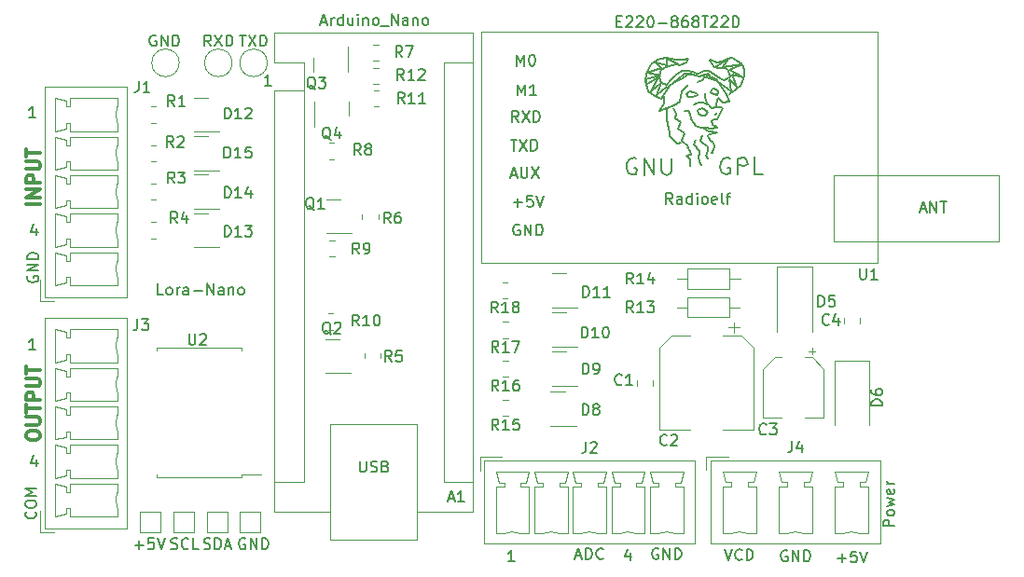
<source format=gbr>
%TF.GenerationSoftware,KiCad,Pcbnew,7.0.0-rc1-unknown-00d77f624a~164~ubuntu22.04.1*%
%TF.CreationDate,2023-01-15T10:56:32+01:00*%
%TF.ProjectId,lora-nano,6c6f7261-2d6e-4616-9e6f-2e6b69636164,rev?*%
%TF.SameCoordinates,Original*%
%TF.FileFunction,Legend,Top*%
%TF.FilePolarity,Positive*%
%FSLAX46Y46*%
G04 Gerber Fmt 4.6, Leading zero omitted, Abs format (unit mm)*
G04 Created by KiCad (PCBNEW 7.0.0-rc1-unknown-00d77f624a~164~ubuntu22.04.1) date 2023-01-15 10:56:32*
%MOMM*%
%LPD*%
G01*
G04 APERTURE LIST*
%ADD10C,0.150000*%
%ADD11C,0.300000*%
%ADD12C,0.120000*%
G04 APERTURE END LIST*
D10*
X154161905Y-88881666D02*
X154638095Y-88881666D01*
X154066667Y-89167380D02*
X154400000Y-88167380D01*
X154400000Y-88167380D02*
X154733333Y-89167380D01*
X155066667Y-88167380D02*
X155066667Y-88976904D01*
X155066667Y-88976904D02*
X155114286Y-89072142D01*
X155114286Y-89072142D02*
X155161905Y-89119761D01*
X155161905Y-89119761D02*
X155257143Y-89167380D01*
X155257143Y-89167380D02*
X155447619Y-89167380D01*
X155447619Y-89167380D02*
X155542857Y-89119761D01*
X155542857Y-89119761D02*
X155590476Y-89072142D01*
X155590476Y-89072142D02*
X155638095Y-88976904D01*
X155638095Y-88976904D02*
X155638095Y-88167380D01*
X156019048Y-88167380D02*
X156685714Y-89167380D01*
X156685714Y-88167380D02*
X156019048Y-89167380D01*
X179238095Y-123023572D02*
X179142857Y-122975952D01*
X179142857Y-122975952D02*
X179000000Y-122975952D01*
X179000000Y-122975952D02*
X178857143Y-123023572D01*
X178857143Y-123023572D02*
X178761905Y-123118810D01*
X178761905Y-123118810D02*
X178714286Y-123214048D01*
X178714286Y-123214048D02*
X178666667Y-123404524D01*
X178666667Y-123404524D02*
X178666667Y-123547381D01*
X178666667Y-123547381D02*
X178714286Y-123737857D01*
X178714286Y-123737857D02*
X178761905Y-123833095D01*
X178761905Y-123833095D02*
X178857143Y-123928333D01*
X178857143Y-123928333D02*
X179000000Y-123975952D01*
X179000000Y-123975952D02*
X179095238Y-123975952D01*
X179095238Y-123975952D02*
X179238095Y-123928333D01*
X179238095Y-123928333D02*
X179285714Y-123880714D01*
X179285714Y-123880714D02*
X179285714Y-123547381D01*
X179285714Y-123547381D02*
X179095238Y-123547381D01*
X179714286Y-123975952D02*
X179714286Y-122975952D01*
X179714286Y-122975952D02*
X180285714Y-123975952D01*
X180285714Y-123975952D02*
X180285714Y-122975952D01*
X180761905Y-123975952D02*
X180761905Y-122975952D01*
X180761905Y-122975952D02*
X181000000Y-122975952D01*
X181000000Y-122975952D02*
X181142857Y-123023572D01*
X181142857Y-123023572D02*
X181238095Y-123118810D01*
X181238095Y-123118810D02*
X181285714Y-123214048D01*
X181285714Y-123214048D02*
X181333333Y-123404524D01*
X181333333Y-123404524D02*
X181333333Y-123547381D01*
X181333333Y-123547381D02*
X181285714Y-123737857D01*
X181285714Y-123737857D02*
X181238095Y-123833095D01*
X181238095Y-123833095D02*
X181142857Y-123928333D01*
X181142857Y-123928333D02*
X181000000Y-123975952D01*
X181000000Y-123975952D02*
X180761905Y-123975952D01*
X154690476Y-78967380D02*
X154690476Y-77967380D01*
X154690476Y-77967380D02*
X155023809Y-78681666D01*
X155023809Y-78681666D02*
X155357142Y-77967380D01*
X155357142Y-77967380D02*
X155357142Y-78967380D01*
X156023809Y-77967380D02*
X156119047Y-77967380D01*
X156119047Y-77967380D02*
X156214285Y-78015000D01*
X156214285Y-78015000D02*
X156261904Y-78062619D01*
X156261904Y-78062619D02*
X156309523Y-78157857D01*
X156309523Y-78157857D02*
X156357142Y-78348333D01*
X156357142Y-78348333D02*
X156357142Y-78586428D01*
X156357142Y-78586428D02*
X156309523Y-78776904D01*
X156309523Y-78776904D02*
X156261904Y-78872142D01*
X156261904Y-78872142D02*
X156214285Y-78919761D01*
X156214285Y-78919761D02*
X156119047Y-78967380D01*
X156119047Y-78967380D02*
X156023809Y-78967380D01*
X156023809Y-78967380D02*
X155928571Y-78919761D01*
X155928571Y-78919761D02*
X155880952Y-78872142D01*
X155880952Y-78872142D02*
X155833333Y-78776904D01*
X155833333Y-78776904D02*
X155785714Y-78586428D01*
X155785714Y-78586428D02*
X155785714Y-78348333D01*
X155785714Y-78348333D02*
X155833333Y-78157857D01*
X155833333Y-78157857D02*
X155880952Y-78062619D01*
X155880952Y-78062619D02*
X155928571Y-78015000D01*
X155928571Y-78015000D02*
X156023809Y-77967380D01*
X110985714Y-104767380D02*
X110414286Y-104767380D01*
X110700000Y-104767380D02*
X110700000Y-103767380D01*
X110700000Y-103767380D02*
X110604762Y-103910238D01*
X110604762Y-103910238D02*
X110509524Y-104005476D01*
X110509524Y-104005476D02*
X110414286Y-104053095D01*
X154790476Y-81667380D02*
X154790476Y-80667380D01*
X154790476Y-80667380D02*
X155123809Y-81381666D01*
X155123809Y-81381666D02*
X155457142Y-80667380D01*
X155457142Y-80667380D02*
X155457142Y-81667380D01*
X156457142Y-81667380D02*
X155885714Y-81667380D01*
X156171428Y-81667380D02*
X156171428Y-80667380D01*
X156171428Y-80667380D02*
X156076190Y-80810238D01*
X156076190Y-80810238D02*
X155980952Y-80905476D01*
X155980952Y-80905476D02*
X155885714Y-80953095D01*
X183814286Y-123695000D02*
X184576191Y-123695000D01*
X184195238Y-124075952D02*
X184195238Y-123314048D01*
X185528571Y-123075952D02*
X185052381Y-123075952D01*
X185052381Y-123075952D02*
X185004762Y-123552143D01*
X185004762Y-123552143D02*
X185052381Y-123504524D01*
X185052381Y-123504524D02*
X185147619Y-123456905D01*
X185147619Y-123456905D02*
X185385714Y-123456905D01*
X185385714Y-123456905D02*
X185480952Y-123504524D01*
X185480952Y-123504524D02*
X185528571Y-123552143D01*
X185528571Y-123552143D02*
X185576190Y-123647381D01*
X185576190Y-123647381D02*
X185576190Y-123885476D01*
X185576190Y-123885476D02*
X185528571Y-123980714D01*
X185528571Y-123980714D02*
X185480952Y-124028333D01*
X185480952Y-124028333D02*
X185385714Y-124075952D01*
X185385714Y-124075952D02*
X185147619Y-124075952D01*
X185147619Y-124075952D02*
X185052381Y-124028333D01*
X185052381Y-124028333D02*
X185004762Y-123980714D01*
X185861905Y-123075952D02*
X186195238Y-124075952D01*
X186195238Y-124075952D02*
X186528571Y-123075952D01*
D11*
X111427976Y-91502380D02*
X110177976Y-91502380D01*
X111427976Y-90907142D02*
X110177976Y-90907142D01*
X110177976Y-90907142D02*
X111427976Y-90192857D01*
X111427976Y-90192857D02*
X110177976Y-90192857D01*
X111427976Y-89597618D02*
X110177976Y-89597618D01*
X110177976Y-89597618D02*
X110177976Y-89121428D01*
X110177976Y-89121428D02*
X110237500Y-89002380D01*
X110237500Y-89002380D02*
X110297023Y-88942857D01*
X110297023Y-88942857D02*
X110416071Y-88883333D01*
X110416071Y-88883333D02*
X110594642Y-88883333D01*
X110594642Y-88883333D02*
X110713690Y-88942857D01*
X110713690Y-88942857D02*
X110773214Y-89002380D01*
X110773214Y-89002380D02*
X110832738Y-89121428D01*
X110832738Y-89121428D02*
X110832738Y-89597618D01*
X110177976Y-88347618D02*
X111189880Y-88347618D01*
X111189880Y-88347618D02*
X111308928Y-88288095D01*
X111308928Y-88288095D02*
X111368452Y-88228571D01*
X111368452Y-88228571D02*
X111427976Y-88109523D01*
X111427976Y-88109523D02*
X111427976Y-87871428D01*
X111427976Y-87871428D02*
X111368452Y-87752380D01*
X111368452Y-87752380D02*
X111308928Y-87692857D01*
X111308928Y-87692857D02*
X111189880Y-87633333D01*
X111189880Y-87633333D02*
X110177976Y-87633333D01*
X110177976Y-87216666D02*
X110177976Y-86502380D01*
X111427976Y-86859523D02*
X110177976Y-86859523D01*
D10*
X173566667Y-122875952D02*
X173900000Y-123875952D01*
X173900000Y-123875952D02*
X174233333Y-122875952D01*
X175138095Y-123780714D02*
X175090476Y-123828333D01*
X175090476Y-123828333D02*
X174947619Y-123875952D01*
X174947619Y-123875952D02*
X174852381Y-123875952D01*
X174852381Y-123875952D02*
X174709524Y-123828333D01*
X174709524Y-123828333D02*
X174614286Y-123733095D01*
X174614286Y-123733095D02*
X174566667Y-123637857D01*
X174566667Y-123637857D02*
X174519048Y-123447381D01*
X174519048Y-123447381D02*
X174519048Y-123304524D01*
X174519048Y-123304524D02*
X174566667Y-123114048D01*
X174566667Y-123114048D02*
X174614286Y-123018810D01*
X174614286Y-123018810D02*
X174709524Y-122923572D01*
X174709524Y-122923572D02*
X174852381Y-122875952D01*
X174852381Y-122875952D02*
X174947619Y-122875952D01*
X174947619Y-122875952D02*
X175090476Y-122923572D01*
X175090476Y-122923572D02*
X175138095Y-122971191D01*
X175566667Y-123875952D02*
X175566667Y-122875952D01*
X175566667Y-122875952D02*
X175804762Y-122875952D01*
X175804762Y-122875952D02*
X175947619Y-122923572D01*
X175947619Y-122923572D02*
X176042857Y-123018810D01*
X176042857Y-123018810D02*
X176090476Y-123114048D01*
X176090476Y-123114048D02*
X176138095Y-123304524D01*
X176138095Y-123304524D02*
X176138095Y-123447381D01*
X176138095Y-123447381D02*
X176090476Y-123637857D01*
X176090476Y-123637857D02*
X176042857Y-123733095D01*
X176042857Y-123733095D02*
X175947619Y-123828333D01*
X175947619Y-123828333D02*
X175804762Y-123875952D01*
X175804762Y-123875952D02*
X175566667Y-123875952D01*
X154833333Y-84067380D02*
X154500000Y-83591190D01*
X154261905Y-84067380D02*
X154261905Y-83067380D01*
X154261905Y-83067380D02*
X154642857Y-83067380D01*
X154642857Y-83067380D02*
X154738095Y-83115000D01*
X154738095Y-83115000D02*
X154785714Y-83162619D01*
X154785714Y-83162619D02*
X154833333Y-83257857D01*
X154833333Y-83257857D02*
X154833333Y-83400714D01*
X154833333Y-83400714D02*
X154785714Y-83495952D01*
X154785714Y-83495952D02*
X154738095Y-83543571D01*
X154738095Y-83543571D02*
X154642857Y-83591190D01*
X154642857Y-83591190D02*
X154261905Y-83591190D01*
X155166667Y-83067380D02*
X155833333Y-84067380D01*
X155833333Y-83067380D02*
X155166667Y-84067380D01*
X156214286Y-84067380D02*
X156214286Y-83067380D01*
X156214286Y-83067380D02*
X156452381Y-83067380D01*
X156452381Y-83067380D02*
X156595238Y-83115000D01*
X156595238Y-83115000D02*
X156690476Y-83210238D01*
X156690476Y-83210238D02*
X156738095Y-83305476D01*
X156738095Y-83305476D02*
X156785714Y-83495952D01*
X156785714Y-83495952D02*
X156785714Y-83638809D01*
X156785714Y-83638809D02*
X156738095Y-83829285D01*
X156738095Y-83829285D02*
X156690476Y-83924523D01*
X156690476Y-83924523D02*
X156595238Y-84019761D01*
X156595238Y-84019761D02*
X156452381Y-84067380D01*
X156452381Y-84067380D02*
X156214286Y-84067380D01*
X167538095Y-122823572D02*
X167442857Y-122775952D01*
X167442857Y-122775952D02*
X167300000Y-122775952D01*
X167300000Y-122775952D02*
X167157143Y-122823572D01*
X167157143Y-122823572D02*
X167061905Y-122918810D01*
X167061905Y-122918810D02*
X167014286Y-123014048D01*
X167014286Y-123014048D02*
X166966667Y-123204524D01*
X166966667Y-123204524D02*
X166966667Y-123347381D01*
X166966667Y-123347381D02*
X167014286Y-123537857D01*
X167014286Y-123537857D02*
X167061905Y-123633095D01*
X167061905Y-123633095D02*
X167157143Y-123728333D01*
X167157143Y-123728333D02*
X167300000Y-123775952D01*
X167300000Y-123775952D02*
X167395238Y-123775952D01*
X167395238Y-123775952D02*
X167538095Y-123728333D01*
X167538095Y-123728333D02*
X167585714Y-123680714D01*
X167585714Y-123680714D02*
X167585714Y-123347381D01*
X167585714Y-123347381D02*
X167395238Y-123347381D01*
X168014286Y-123775952D02*
X168014286Y-122775952D01*
X168014286Y-122775952D02*
X168585714Y-123775952D01*
X168585714Y-123775952D02*
X168585714Y-122775952D01*
X169061905Y-123775952D02*
X169061905Y-122775952D01*
X169061905Y-122775952D02*
X169300000Y-122775952D01*
X169300000Y-122775952D02*
X169442857Y-122823572D01*
X169442857Y-122823572D02*
X169538095Y-122918810D01*
X169538095Y-122918810D02*
X169585714Y-123014048D01*
X169585714Y-123014048D02*
X169633333Y-123204524D01*
X169633333Y-123204524D02*
X169633333Y-123347381D01*
X169633333Y-123347381D02*
X169585714Y-123537857D01*
X169585714Y-123537857D02*
X169538095Y-123633095D01*
X169538095Y-123633095D02*
X169442857Y-123728333D01*
X169442857Y-123728333D02*
X169300000Y-123775952D01*
X169300000Y-123775952D02*
X169061905Y-123775952D01*
X154938095Y-93415000D02*
X154842857Y-93367380D01*
X154842857Y-93367380D02*
X154700000Y-93367380D01*
X154700000Y-93367380D02*
X154557143Y-93415000D01*
X154557143Y-93415000D02*
X154461905Y-93510238D01*
X154461905Y-93510238D02*
X154414286Y-93605476D01*
X154414286Y-93605476D02*
X154366667Y-93795952D01*
X154366667Y-93795952D02*
X154366667Y-93938809D01*
X154366667Y-93938809D02*
X154414286Y-94129285D01*
X154414286Y-94129285D02*
X154461905Y-94224523D01*
X154461905Y-94224523D02*
X154557143Y-94319761D01*
X154557143Y-94319761D02*
X154700000Y-94367380D01*
X154700000Y-94367380D02*
X154795238Y-94367380D01*
X154795238Y-94367380D02*
X154938095Y-94319761D01*
X154938095Y-94319761D02*
X154985714Y-94272142D01*
X154985714Y-94272142D02*
X154985714Y-93938809D01*
X154985714Y-93938809D02*
X154795238Y-93938809D01*
X155414286Y-94367380D02*
X155414286Y-93367380D01*
X155414286Y-93367380D02*
X155985714Y-94367380D01*
X155985714Y-94367380D02*
X155985714Y-93367380D01*
X156461905Y-94367380D02*
X156461905Y-93367380D01*
X156461905Y-93367380D02*
X156700000Y-93367380D01*
X156700000Y-93367380D02*
X156842857Y-93415000D01*
X156842857Y-93415000D02*
X156938095Y-93510238D01*
X156938095Y-93510238D02*
X156985714Y-93605476D01*
X156985714Y-93605476D02*
X157033333Y-93795952D01*
X157033333Y-93795952D02*
X157033333Y-93938809D01*
X157033333Y-93938809D02*
X156985714Y-94129285D01*
X156985714Y-94129285D02*
X156938095Y-94224523D01*
X156938095Y-94224523D02*
X156842857Y-94319761D01*
X156842857Y-94319761D02*
X156700000Y-94367380D01*
X156700000Y-94367380D02*
X156461905Y-94367380D01*
X154138095Y-85667380D02*
X154709523Y-85667380D01*
X154423809Y-86667380D02*
X154423809Y-85667380D01*
X154947619Y-85667380D02*
X155614285Y-86667380D01*
X155614285Y-85667380D02*
X154947619Y-86667380D01*
X155995238Y-86667380D02*
X155995238Y-85667380D01*
X155995238Y-85667380D02*
X156233333Y-85667380D01*
X156233333Y-85667380D02*
X156376190Y-85715000D01*
X156376190Y-85715000D02*
X156471428Y-85810238D01*
X156471428Y-85810238D02*
X156519047Y-85905476D01*
X156519047Y-85905476D02*
X156566666Y-86095952D01*
X156566666Y-86095952D02*
X156566666Y-86238809D01*
X156566666Y-86238809D02*
X156519047Y-86429285D01*
X156519047Y-86429285D02*
X156471428Y-86524523D01*
X156471428Y-86524523D02*
X156376190Y-86619761D01*
X156376190Y-86619761D02*
X156233333Y-86667380D01*
X156233333Y-86667380D02*
X155995238Y-86667380D01*
X164990476Y-123200714D02*
X164990476Y-123867380D01*
X164752381Y-122819761D02*
X164514286Y-123534047D01*
X164514286Y-123534047D02*
X165133333Y-123534047D01*
D11*
X110177976Y-112664285D02*
X110177976Y-112426190D01*
X110177976Y-112426190D02*
X110237500Y-112307142D01*
X110237500Y-112307142D02*
X110356547Y-112188095D01*
X110356547Y-112188095D02*
X110594642Y-112128571D01*
X110594642Y-112128571D02*
X111011309Y-112128571D01*
X111011309Y-112128571D02*
X111249404Y-112188095D01*
X111249404Y-112188095D02*
X111368452Y-112307142D01*
X111368452Y-112307142D02*
X111427976Y-112426190D01*
X111427976Y-112426190D02*
X111427976Y-112664285D01*
X111427976Y-112664285D02*
X111368452Y-112783333D01*
X111368452Y-112783333D02*
X111249404Y-112902380D01*
X111249404Y-112902380D02*
X111011309Y-112961904D01*
X111011309Y-112961904D02*
X110594642Y-112961904D01*
X110594642Y-112961904D02*
X110356547Y-112902380D01*
X110356547Y-112902380D02*
X110237500Y-112783333D01*
X110237500Y-112783333D02*
X110177976Y-112664285D01*
X110177976Y-111592856D02*
X111189880Y-111592856D01*
X111189880Y-111592856D02*
X111308928Y-111533333D01*
X111308928Y-111533333D02*
X111368452Y-111473809D01*
X111368452Y-111473809D02*
X111427976Y-111354761D01*
X111427976Y-111354761D02*
X111427976Y-111116666D01*
X111427976Y-111116666D02*
X111368452Y-110997618D01*
X111368452Y-110997618D02*
X111308928Y-110938095D01*
X111308928Y-110938095D02*
X111189880Y-110878571D01*
X111189880Y-110878571D02*
X110177976Y-110878571D01*
X110177976Y-110461904D02*
X110177976Y-109747618D01*
X111427976Y-110104761D02*
X110177976Y-110104761D01*
X111427976Y-109330951D02*
X110177976Y-109330951D01*
X110177976Y-109330951D02*
X110177976Y-108854761D01*
X110177976Y-108854761D02*
X110237500Y-108735713D01*
X110237500Y-108735713D02*
X110297023Y-108676190D01*
X110297023Y-108676190D02*
X110416071Y-108616666D01*
X110416071Y-108616666D02*
X110594642Y-108616666D01*
X110594642Y-108616666D02*
X110713690Y-108676190D01*
X110713690Y-108676190D02*
X110773214Y-108735713D01*
X110773214Y-108735713D02*
X110832738Y-108854761D01*
X110832738Y-108854761D02*
X110832738Y-109330951D01*
X110177976Y-108080951D02*
X111189880Y-108080951D01*
X111189880Y-108080951D02*
X111308928Y-108021428D01*
X111308928Y-108021428D02*
X111368452Y-107961904D01*
X111368452Y-107961904D02*
X111427976Y-107842856D01*
X111427976Y-107842856D02*
X111427976Y-107604761D01*
X111427976Y-107604761D02*
X111368452Y-107485713D01*
X111368452Y-107485713D02*
X111308928Y-107426190D01*
X111308928Y-107426190D02*
X111189880Y-107366666D01*
X111189880Y-107366666D02*
X110177976Y-107366666D01*
X110177976Y-106949999D02*
X110177976Y-106235713D01*
X111427976Y-106592856D02*
X110177976Y-106592856D01*
D10*
X111090476Y-93700714D02*
X111090476Y-94367380D01*
X110852381Y-93319761D02*
X110614286Y-94034047D01*
X110614286Y-94034047D02*
X111233333Y-94034047D01*
X110985714Y-83667380D02*
X110414286Y-83667380D01*
X110700000Y-83667380D02*
X110700000Y-82667380D01*
X110700000Y-82667380D02*
X110604762Y-82810238D01*
X110604762Y-82810238D02*
X110509524Y-82905476D01*
X110509524Y-82905476D02*
X110414286Y-82953095D01*
X122595237Y-99767380D02*
X122119047Y-99767380D01*
X122119047Y-99767380D02*
X122119047Y-98767380D01*
X123071428Y-99767380D02*
X122976190Y-99719761D01*
X122976190Y-99719761D02*
X122928571Y-99672142D01*
X122928571Y-99672142D02*
X122880952Y-99576904D01*
X122880952Y-99576904D02*
X122880952Y-99291190D01*
X122880952Y-99291190D02*
X122928571Y-99195952D01*
X122928571Y-99195952D02*
X122976190Y-99148333D01*
X122976190Y-99148333D02*
X123071428Y-99100714D01*
X123071428Y-99100714D02*
X123214285Y-99100714D01*
X123214285Y-99100714D02*
X123309523Y-99148333D01*
X123309523Y-99148333D02*
X123357142Y-99195952D01*
X123357142Y-99195952D02*
X123404761Y-99291190D01*
X123404761Y-99291190D02*
X123404761Y-99576904D01*
X123404761Y-99576904D02*
X123357142Y-99672142D01*
X123357142Y-99672142D02*
X123309523Y-99719761D01*
X123309523Y-99719761D02*
X123214285Y-99767380D01*
X123214285Y-99767380D02*
X123071428Y-99767380D01*
X123833333Y-99767380D02*
X123833333Y-99100714D01*
X123833333Y-99291190D02*
X123880952Y-99195952D01*
X123880952Y-99195952D02*
X123928571Y-99148333D01*
X123928571Y-99148333D02*
X124023809Y-99100714D01*
X124023809Y-99100714D02*
X124119047Y-99100714D01*
X124880952Y-99767380D02*
X124880952Y-99243571D01*
X124880952Y-99243571D02*
X124833333Y-99148333D01*
X124833333Y-99148333D02*
X124738095Y-99100714D01*
X124738095Y-99100714D02*
X124547619Y-99100714D01*
X124547619Y-99100714D02*
X124452381Y-99148333D01*
X124880952Y-99719761D02*
X124785714Y-99767380D01*
X124785714Y-99767380D02*
X124547619Y-99767380D01*
X124547619Y-99767380D02*
X124452381Y-99719761D01*
X124452381Y-99719761D02*
X124404762Y-99624523D01*
X124404762Y-99624523D02*
X124404762Y-99529285D01*
X124404762Y-99529285D02*
X124452381Y-99434047D01*
X124452381Y-99434047D02*
X124547619Y-99386428D01*
X124547619Y-99386428D02*
X124785714Y-99386428D01*
X124785714Y-99386428D02*
X124880952Y-99338809D01*
X125357143Y-99386428D02*
X126119048Y-99386428D01*
X126595238Y-99767380D02*
X126595238Y-98767380D01*
X126595238Y-98767380D02*
X127166666Y-99767380D01*
X127166666Y-99767380D02*
X127166666Y-98767380D01*
X128071428Y-99767380D02*
X128071428Y-99243571D01*
X128071428Y-99243571D02*
X128023809Y-99148333D01*
X128023809Y-99148333D02*
X127928571Y-99100714D01*
X127928571Y-99100714D02*
X127738095Y-99100714D01*
X127738095Y-99100714D02*
X127642857Y-99148333D01*
X128071428Y-99719761D02*
X127976190Y-99767380D01*
X127976190Y-99767380D02*
X127738095Y-99767380D01*
X127738095Y-99767380D02*
X127642857Y-99719761D01*
X127642857Y-99719761D02*
X127595238Y-99624523D01*
X127595238Y-99624523D02*
X127595238Y-99529285D01*
X127595238Y-99529285D02*
X127642857Y-99434047D01*
X127642857Y-99434047D02*
X127738095Y-99386428D01*
X127738095Y-99386428D02*
X127976190Y-99386428D01*
X127976190Y-99386428D02*
X128071428Y-99338809D01*
X128547619Y-99100714D02*
X128547619Y-99767380D01*
X128547619Y-99195952D02*
X128595238Y-99148333D01*
X128595238Y-99148333D02*
X128690476Y-99100714D01*
X128690476Y-99100714D02*
X128833333Y-99100714D01*
X128833333Y-99100714D02*
X128928571Y-99148333D01*
X128928571Y-99148333D02*
X128976190Y-99243571D01*
X128976190Y-99243571D02*
X128976190Y-99767380D01*
X129595238Y-99767380D02*
X129500000Y-99719761D01*
X129500000Y-99719761D02*
X129452381Y-99672142D01*
X129452381Y-99672142D02*
X129404762Y-99576904D01*
X129404762Y-99576904D02*
X129404762Y-99291190D01*
X129404762Y-99291190D02*
X129452381Y-99195952D01*
X129452381Y-99195952D02*
X129500000Y-99148333D01*
X129500000Y-99148333D02*
X129595238Y-99100714D01*
X129595238Y-99100714D02*
X129738095Y-99100714D01*
X129738095Y-99100714D02*
X129833333Y-99148333D01*
X129833333Y-99148333D02*
X129880952Y-99195952D01*
X129880952Y-99195952D02*
X129928571Y-99291190D01*
X129928571Y-99291190D02*
X129928571Y-99576904D01*
X129928571Y-99576904D02*
X129880952Y-99672142D01*
X129880952Y-99672142D02*
X129833333Y-99719761D01*
X129833333Y-99719761D02*
X129738095Y-99767380D01*
X129738095Y-99767380D02*
X129595238Y-99767380D01*
X154485714Y-123967380D02*
X153914286Y-123967380D01*
X154200000Y-123967380D02*
X154200000Y-122967380D01*
X154200000Y-122967380D02*
X154104762Y-123110238D01*
X154104762Y-123110238D02*
X154009524Y-123205476D01*
X154009524Y-123205476D02*
X153914286Y-123253095D01*
X110315000Y-98061904D02*
X110267380Y-98157142D01*
X110267380Y-98157142D02*
X110267380Y-98299999D01*
X110267380Y-98299999D02*
X110315000Y-98442856D01*
X110315000Y-98442856D02*
X110410238Y-98538094D01*
X110410238Y-98538094D02*
X110505476Y-98585713D01*
X110505476Y-98585713D02*
X110695952Y-98633332D01*
X110695952Y-98633332D02*
X110838809Y-98633332D01*
X110838809Y-98633332D02*
X111029285Y-98585713D01*
X111029285Y-98585713D02*
X111124523Y-98538094D01*
X111124523Y-98538094D02*
X111219761Y-98442856D01*
X111219761Y-98442856D02*
X111267380Y-98299999D01*
X111267380Y-98299999D02*
X111267380Y-98204761D01*
X111267380Y-98204761D02*
X111219761Y-98061904D01*
X111219761Y-98061904D02*
X111172142Y-98014285D01*
X111172142Y-98014285D02*
X110838809Y-98014285D01*
X110838809Y-98014285D02*
X110838809Y-98204761D01*
X111267380Y-97585713D02*
X110267380Y-97585713D01*
X110267380Y-97585713D02*
X111267380Y-97014285D01*
X111267380Y-97014285D02*
X110267380Y-97014285D01*
X111267380Y-96538094D02*
X110267380Y-96538094D01*
X110267380Y-96538094D02*
X110267380Y-96299999D01*
X110267380Y-96299999D02*
X110315000Y-96157142D01*
X110315000Y-96157142D02*
X110410238Y-96061904D01*
X110410238Y-96061904D02*
X110505476Y-96014285D01*
X110505476Y-96014285D02*
X110695952Y-95966666D01*
X110695952Y-95966666D02*
X110838809Y-95966666D01*
X110838809Y-95966666D02*
X111029285Y-96014285D01*
X111029285Y-96014285D02*
X111124523Y-96061904D01*
X111124523Y-96061904D02*
X111219761Y-96157142D01*
X111219761Y-96157142D02*
X111267380Y-96299999D01*
X111267380Y-96299999D02*
X111267380Y-96538094D01*
X132385714Y-80767380D02*
X131814286Y-80767380D01*
X132100000Y-80767380D02*
X132100000Y-79767380D01*
X132100000Y-79767380D02*
X132004762Y-79910238D01*
X132004762Y-79910238D02*
X131909524Y-80005476D01*
X131909524Y-80005476D02*
X131814286Y-80053095D01*
X110972142Y-119485714D02*
X111019761Y-119533333D01*
X111019761Y-119533333D02*
X111067380Y-119676190D01*
X111067380Y-119676190D02*
X111067380Y-119771428D01*
X111067380Y-119771428D02*
X111019761Y-119914285D01*
X111019761Y-119914285D02*
X110924523Y-120009523D01*
X110924523Y-120009523D02*
X110829285Y-120057142D01*
X110829285Y-120057142D02*
X110638809Y-120104761D01*
X110638809Y-120104761D02*
X110495952Y-120104761D01*
X110495952Y-120104761D02*
X110305476Y-120057142D01*
X110305476Y-120057142D02*
X110210238Y-120009523D01*
X110210238Y-120009523D02*
X110115000Y-119914285D01*
X110115000Y-119914285D02*
X110067380Y-119771428D01*
X110067380Y-119771428D02*
X110067380Y-119676190D01*
X110067380Y-119676190D02*
X110115000Y-119533333D01*
X110115000Y-119533333D02*
X110162619Y-119485714D01*
X110067380Y-118866666D02*
X110067380Y-118676190D01*
X110067380Y-118676190D02*
X110115000Y-118580952D01*
X110115000Y-118580952D02*
X110210238Y-118485714D01*
X110210238Y-118485714D02*
X110400714Y-118438095D01*
X110400714Y-118438095D02*
X110734047Y-118438095D01*
X110734047Y-118438095D02*
X110924523Y-118485714D01*
X110924523Y-118485714D02*
X111019761Y-118580952D01*
X111019761Y-118580952D02*
X111067380Y-118676190D01*
X111067380Y-118676190D02*
X111067380Y-118866666D01*
X111067380Y-118866666D02*
X111019761Y-118961904D01*
X111019761Y-118961904D02*
X110924523Y-119057142D01*
X110924523Y-119057142D02*
X110734047Y-119104761D01*
X110734047Y-119104761D02*
X110400714Y-119104761D01*
X110400714Y-119104761D02*
X110210238Y-119057142D01*
X110210238Y-119057142D02*
X110115000Y-118961904D01*
X110115000Y-118961904D02*
X110067380Y-118866666D01*
X111067380Y-118009523D02*
X110067380Y-118009523D01*
X110067380Y-118009523D02*
X110781666Y-117676190D01*
X110781666Y-117676190D02*
X110067380Y-117342857D01*
X110067380Y-117342857D02*
X111067380Y-117342857D01*
X111090476Y-114700714D02*
X111090476Y-115367380D01*
X110852381Y-114319761D02*
X110614286Y-115034047D01*
X110614286Y-115034047D02*
X111233333Y-115034047D01*
X154414286Y-91386428D02*
X155176191Y-91386428D01*
X154795238Y-91767380D02*
X154795238Y-91005476D01*
X156128571Y-90767380D02*
X155652381Y-90767380D01*
X155652381Y-90767380D02*
X155604762Y-91243571D01*
X155604762Y-91243571D02*
X155652381Y-91195952D01*
X155652381Y-91195952D02*
X155747619Y-91148333D01*
X155747619Y-91148333D02*
X155985714Y-91148333D01*
X155985714Y-91148333D02*
X156080952Y-91195952D01*
X156080952Y-91195952D02*
X156128571Y-91243571D01*
X156128571Y-91243571D02*
X156176190Y-91338809D01*
X156176190Y-91338809D02*
X156176190Y-91576904D01*
X156176190Y-91576904D02*
X156128571Y-91672142D01*
X156128571Y-91672142D02*
X156080952Y-91719761D01*
X156080952Y-91719761D02*
X155985714Y-91767380D01*
X155985714Y-91767380D02*
X155747619Y-91767380D01*
X155747619Y-91767380D02*
X155652381Y-91719761D01*
X155652381Y-91719761D02*
X155604762Y-91672142D01*
X156461905Y-90767380D02*
X156795238Y-91767380D01*
X156795238Y-91767380D02*
X157128571Y-90767380D01*
%TO.C,U2*%
X124934095Y-103305952D02*
X124934095Y-104115476D01*
X124934095Y-104115476D02*
X124981714Y-104210714D01*
X124981714Y-104210714D02*
X125029333Y-104258333D01*
X125029333Y-104258333D02*
X125124571Y-104305952D01*
X125124571Y-104305952D02*
X125315047Y-104305952D01*
X125315047Y-104305952D02*
X125410285Y-104258333D01*
X125410285Y-104258333D02*
X125457904Y-104210714D01*
X125457904Y-104210714D02*
X125505523Y-104115476D01*
X125505523Y-104115476D02*
X125505523Y-103305952D01*
X125934095Y-103401191D02*
X125981714Y-103353572D01*
X125981714Y-103353572D02*
X126076952Y-103305952D01*
X126076952Y-103305952D02*
X126315047Y-103305952D01*
X126315047Y-103305952D02*
X126410285Y-103353572D01*
X126410285Y-103353572D02*
X126457904Y-103401191D01*
X126457904Y-103401191D02*
X126505523Y-103496429D01*
X126505523Y-103496429D02*
X126505523Y-103591667D01*
X126505523Y-103591667D02*
X126457904Y-103734524D01*
X126457904Y-103734524D02*
X125886476Y-104305952D01*
X125886476Y-104305952D02*
X126505523Y-104305952D01*
%TO.C,R18*%
X152969642Y-101383952D02*
X152636309Y-100907762D01*
X152398214Y-101383952D02*
X152398214Y-100383952D01*
X152398214Y-100383952D02*
X152779166Y-100383952D01*
X152779166Y-100383952D02*
X152874404Y-100431572D01*
X152874404Y-100431572D02*
X152922023Y-100479191D01*
X152922023Y-100479191D02*
X152969642Y-100574429D01*
X152969642Y-100574429D02*
X152969642Y-100717286D01*
X152969642Y-100717286D02*
X152922023Y-100812524D01*
X152922023Y-100812524D02*
X152874404Y-100860143D01*
X152874404Y-100860143D02*
X152779166Y-100907762D01*
X152779166Y-100907762D02*
X152398214Y-100907762D01*
X153922023Y-101383952D02*
X153350595Y-101383952D01*
X153636309Y-101383952D02*
X153636309Y-100383952D01*
X153636309Y-100383952D02*
X153541071Y-100526810D01*
X153541071Y-100526810D02*
X153445833Y-100622048D01*
X153445833Y-100622048D02*
X153350595Y-100669667D01*
X154493452Y-100812524D02*
X154398214Y-100764905D01*
X154398214Y-100764905D02*
X154350595Y-100717286D01*
X154350595Y-100717286D02*
X154302976Y-100622048D01*
X154302976Y-100622048D02*
X154302976Y-100574429D01*
X154302976Y-100574429D02*
X154350595Y-100479191D01*
X154350595Y-100479191D02*
X154398214Y-100431572D01*
X154398214Y-100431572D02*
X154493452Y-100383952D01*
X154493452Y-100383952D02*
X154683928Y-100383952D01*
X154683928Y-100383952D02*
X154779166Y-100431572D01*
X154779166Y-100431572D02*
X154826785Y-100479191D01*
X154826785Y-100479191D02*
X154874404Y-100574429D01*
X154874404Y-100574429D02*
X154874404Y-100622048D01*
X154874404Y-100622048D02*
X154826785Y-100717286D01*
X154826785Y-100717286D02*
X154779166Y-100764905D01*
X154779166Y-100764905D02*
X154683928Y-100812524D01*
X154683928Y-100812524D02*
X154493452Y-100812524D01*
X154493452Y-100812524D02*
X154398214Y-100860143D01*
X154398214Y-100860143D02*
X154350595Y-100907762D01*
X154350595Y-100907762D02*
X154302976Y-101003000D01*
X154302976Y-101003000D02*
X154302976Y-101193476D01*
X154302976Y-101193476D02*
X154350595Y-101288714D01*
X154350595Y-101288714D02*
X154398214Y-101336333D01*
X154398214Y-101336333D02*
X154493452Y-101383952D01*
X154493452Y-101383952D02*
X154683928Y-101383952D01*
X154683928Y-101383952D02*
X154779166Y-101336333D01*
X154779166Y-101336333D02*
X154826785Y-101288714D01*
X154826785Y-101288714D02*
X154874404Y-101193476D01*
X154874404Y-101193476D02*
X154874404Y-101003000D01*
X154874404Y-101003000D02*
X154826785Y-100907762D01*
X154826785Y-100907762D02*
X154779166Y-100860143D01*
X154779166Y-100860143D02*
X154683928Y-100812524D01*
%TO.C,D8*%
X160661905Y-110675952D02*
X160661905Y-109675952D01*
X160661905Y-109675952D02*
X160900000Y-109675952D01*
X160900000Y-109675952D02*
X161042857Y-109723572D01*
X161042857Y-109723572D02*
X161138095Y-109818810D01*
X161138095Y-109818810D02*
X161185714Y-109914048D01*
X161185714Y-109914048D02*
X161233333Y-110104524D01*
X161233333Y-110104524D02*
X161233333Y-110247381D01*
X161233333Y-110247381D02*
X161185714Y-110437857D01*
X161185714Y-110437857D02*
X161138095Y-110533095D01*
X161138095Y-110533095D02*
X161042857Y-110628333D01*
X161042857Y-110628333D02*
X160900000Y-110675952D01*
X160900000Y-110675952D02*
X160661905Y-110675952D01*
X161804762Y-110104524D02*
X161709524Y-110056905D01*
X161709524Y-110056905D02*
X161661905Y-110009286D01*
X161661905Y-110009286D02*
X161614286Y-109914048D01*
X161614286Y-109914048D02*
X161614286Y-109866429D01*
X161614286Y-109866429D02*
X161661905Y-109771191D01*
X161661905Y-109771191D02*
X161709524Y-109723572D01*
X161709524Y-109723572D02*
X161804762Y-109675952D01*
X161804762Y-109675952D02*
X161995238Y-109675952D01*
X161995238Y-109675952D02*
X162090476Y-109723572D01*
X162090476Y-109723572D02*
X162138095Y-109771191D01*
X162138095Y-109771191D02*
X162185714Y-109866429D01*
X162185714Y-109866429D02*
X162185714Y-109914048D01*
X162185714Y-109914048D02*
X162138095Y-110009286D01*
X162138095Y-110009286D02*
X162090476Y-110056905D01*
X162090476Y-110056905D02*
X161995238Y-110104524D01*
X161995238Y-110104524D02*
X161804762Y-110104524D01*
X161804762Y-110104524D02*
X161709524Y-110152143D01*
X161709524Y-110152143D02*
X161661905Y-110199762D01*
X161661905Y-110199762D02*
X161614286Y-110295000D01*
X161614286Y-110295000D02*
X161614286Y-110485476D01*
X161614286Y-110485476D02*
X161661905Y-110580714D01*
X161661905Y-110580714D02*
X161709524Y-110628333D01*
X161709524Y-110628333D02*
X161804762Y-110675952D01*
X161804762Y-110675952D02*
X161995238Y-110675952D01*
X161995238Y-110675952D02*
X162090476Y-110628333D01*
X162090476Y-110628333D02*
X162138095Y-110580714D01*
X162138095Y-110580714D02*
X162185714Y-110485476D01*
X162185714Y-110485476D02*
X162185714Y-110295000D01*
X162185714Y-110295000D02*
X162138095Y-110199762D01*
X162138095Y-110199762D02*
X162090476Y-110152143D01*
X162090476Y-110152143D02*
X161995238Y-110104524D01*
%TO.C,Q1*%
X136304761Y-92062619D02*
X136209523Y-92015000D01*
X136209523Y-92015000D02*
X136114285Y-91919761D01*
X136114285Y-91919761D02*
X135971428Y-91776904D01*
X135971428Y-91776904D02*
X135876190Y-91729285D01*
X135876190Y-91729285D02*
X135780952Y-91729285D01*
X135828571Y-91967380D02*
X135733333Y-91919761D01*
X135733333Y-91919761D02*
X135638095Y-91824523D01*
X135638095Y-91824523D02*
X135590476Y-91634047D01*
X135590476Y-91634047D02*
X135590476Y-91300714D01*
X135590476Y-91300714D02*
X135638095Y-91110238D01*
X135638095Y-91110238D02*
X135733333Y-91015000D01*
X135733333Y-91015000D02*
X135828571Y-90967380D01*
X135828571Y-90967380D02*
X136019047Y-90967380D01*
X136019047Y-90967380D02*
X136114285Y-91015000D01*
X136114285Y-91015000D02*
X136209523Y-91110238D01*
X136209523Y-91110238D02*
X136257142Y-91300714D01*
X136257142Y-91300714D02*
X136257142Y-91634047D01*
X136257142Y-91634047D02*
X136209523Y-91824523D01*
X136209523Y-91824523D02*
X136114285Y-91919761D01*
X136114285Y-91919761D02*
X136019047Y-91967380D01*
X136019047Y-91967380D02*
X135828571Y-91967380D01*
X137209523Y-91967380D02*
X136638095Y-91967380D01*
X136923809Y-91967380D02*
X136923809Y-90967380D01*
X136923809Y-90967380D02*
X136828571Y-91110238D01*
X136828571Y-91110238D02*
X136733333Y-91205476D01*
X136733333Y-91205476D02*
X136638095Y-91253095D01*
%TO.C,D15*%
X128136214Y-87338380D02*
X128136214Y-86338380D01*
X128136214Y-86338380D02*
X128374309Y-86338380D01*
X128374309Y-86338380D02*
X128517166Y-86386000D01*
X128517166Y-86386000D02*
X128612404Y-86481238D01*
X128612404Y-86481238D02*
X128660023Y-86576476D01*
X128660023Y-86576476D02*
X128707642Y-86766952D01*
X128707642Y-86766952D02*
X128707642Y-86909809D01*
X128707642Y-86909809D02*
X128660023Y-87100285D01*
X128660023Y-87100285D02*
X128612404Y-87195523D01*
X128612404Y-87195523D02*
X128517166Y-87290761D01*
X128517166Y-87290761D02*
X128374309Y-87338380D01*
X128374309Y-87338380D02*
X128136214Y-87338380D01*
X129660023Y-87338380D02*
X129088595Y-87338380D01*
X129374309Y-87338380D02*
X129374309Y-86338380D01*
X129374309Y-86338380D02*
X129279071Y-86481238D01*
X129279071Y-86481238D02*
X129183833Y-86576476D01*
X129183833Y-86576476D02*
X129088595Y-86624095D01*
X130564785Y-86338380D02*
X130088595Y-86338380D01*
X130088595Y-86338380D02*
X130040976Y-86814571D01*
X130040976Y-86814571D02*
X130088595Y-86766952D01*
X130088595Y-86766952D02*
X130183833Y-86719333D01*
X130183833Y-86719333D02*
X130421928Y-86719333D01*
X130421928Y-86719333D02*
X130517166Y-86766952D01*
X130517166Y-86766952D02*
X130564785Y-86814571D01*
X130564785Y-86814571D02*
X130612404Y-86909809D01*
X130612404Y-86909809D02*
X130612404Y-87147904D01*
X130612404Y-87147904D02*
X130564785Y-87243142D01*
X130564785Y-87243142D02*
X130517166Y-87290761D01*
X130517166Y-87290761D02*
X130421928Y-87338380D01*
X130421928Y-87338380D02*
X130183833Y-87338380D01*
X130183833Y-87338380D02*
X130088595Y-87290761D01*
X130088595Y-87290761D02*
X130040976Y-87243142D01*
%TO.C,D12*%
X128164714Y-83772380D02*
X128164714Y-82772380D01*
X128164714Y-82772380D02*
X128402809Y-82772380D01*
X128402809Y-82772380D02*
X128545666Y-82820000D01*
X128545666Y-82820000D02*
X128640904Y-82915238D01*
X128640904Y-82915238D02*
X128688523Y-83010476D01*
X128688523Y-83010476D02*
X128736142Y-83200952D01*
X128736142Y-83200952D02*
X128736142Y-83343809D01*
X128736142Y-83343809D02*
X128688523Y-83534285D01*
X128688523Y-83534285D02*
X128640904Y-83629523D01*
X128640904Y-83629523D02*
X128545666Y-83724761D01*
X128545666Y-83724761D02*
X128402809Y-83772380D01*
X128402809Y-83772380D02*
X128164714Y-83772380D01*
X129688523Y-83772380D02*
X129117095Y-83772380D01*
X129402809Y-83772380D02*
X129402809Y-82772380D01*
X129402809Y-82772380D02*
X129307571Y-82915238D01*
X129307571Y-82915238D02*
X129212333Y-83010476D01*
X129212333Y-83010476D02*
X129117095Y-83058095D01*
X130069476Y-82867619D02*
X130117095Y-82820000D01*
X130117095Y-82820000D02*
X130212333Y-82772380D01*
X130212333Y-82772380D02*
X130450428Y-82772380D01*
X130450428Y-82772380D02*
X130545666Y-82820000D01*
X130545666Y-82820000D02*
X130593285Y-82867619D01*
X130593285Y-82867619D02*
X130640904Y-82962857D01*
X130640904Y-82962857D02*
X130640904Y-83058095D01*
X130640904Y-83058095D02*
X130593285Y-83200952D01*
X130593285Y-83200952D02*
X130021857Y-83772380D01*
X130021857Y-83772380D02*
X130640904Y-83772380D01*
%TO.C,J2*%
X160966666Y-113125952D02*
X160966666Y-113840238D01*
X160966666Y-113840238D02*
X160919047Y-113983095D01*
X160919047Y-113983095D02*
X160823809Y-114078333D01*
X160823809Y-114078333D02*
X160680952Y-114125952D01*
X160680952Y-114125952D02*
X160585714Y-114125952D01*
X161395238Y-113221191D02*
X161442857Y-113173572D01*
X161442857Y-113173572D02*
X161538095Y-113125952D01*
X161538095Y-113125952D02*
X161776190Y-113125952D01*
X161776190Y-113125952D02*
X161871428Y-113173572D01*
X161871428Y-113173572D02*
X161919047Y-113221191D01*
X161919047Y-113221191D02*
X161966666Y-113316429D01*
X161966666Y-113316429D02*
X161966666Y-113411667D01*
X161966666Y-113411667D02*
X161919047Y-113554524D01*
X161919047Y-113554524D02*
X161347619Y-114125952D01*
X161347619Y-114125952D02*
X161966666Y-114125952D01*
X160061905Y-123490238D02*
X160538095Y-123490238D01*
X159966667Y-123775952D02*
X160300000Y-122775952D01*
X160300000Y-122775952D02*
X160633333Y-123775952D01*
X160966667Y-123775952D02*
X160966667Y-122775952D01*
X160966667Y-122775952D02*
X161204762Y-122775952D01*
X161204762Y-122775952D02*
X161347619Y-122823572D01*
X161347619Y-122823572D02*
X161442857Y-122918810D01*
X161442857Y-122918810D02*
X161490476Y-123014048D01*
X161490476Y-123014048D02*
X161538095Y-123204524D01*
X161538095Y-123204524D02*
X161538095Y-123347381D01*
X161538095Y-123347381D02*
X161490476Y-123537857D01*
X161490476Y-123537857D02*
X161442857Y-123633095D01*
X161442857Y-123633095D02*
X161347619Y-123728333D01*
X161347619Y-123728333D02*
X161204762Y-123775952D01*
X161204762Y-123775952D02*
X160966667Y-123775952D01*
X162538095Y-123680714D02*
X162490476Y-123728333D01*
X162490476Y-123728333D02*
X162347619Y-123775952D01*
X162347619Y-123775952D02*
X162252381Y-123775952D01*
X162252381Y-123775952D02*
X162109524Y-123728333D01*
X162109524Y-123728333D02*
X162014286Y-123633095D01*
X162014286Y-123633095D02*
X161966667Y-123537857D01*
X161966667Y-123537857D02*
X161919048Y-123347381D01*
X161919048Y-123347381D02*
X161919048Y-123204524D01*
X161919048Y-123204524D02*
X161966667Y-123014048D01*
X161966667Y-123014048D02*
X162014286Y-122918810D01*
X162014286Y-122918810D02*
X162109524Y-122823572D01*
X162109524Y-122823572D02*
X162252381Y-122775952D01*
X162252381Y-122775952D02*
X162347619Y-122775952D01*
X162347619Y-122775952D02*
X162490476Y-122823572D01*
X162490476Y-122823572D02*
X162538095Y-122871191D01*
%TO.C,J3*%
X120266666Y-101975952D02*
X120266666Y-102690238D01*
X120266666Y-102690238D02*
X120219047Y-102833095D01*
X120219047Y-102833095D02*
X120123809Y-102928333D01*
X120123809Y-102928333D02*
X119980952Y-102975952D01*
X119980952Y-102975952D02*
X119885714Y-102975952D01*
X120647619Y-101975952D02*
X121266666Y-101975952D01*
X121266666Y-101975952D02*
X120933333Y-102356905D01*
X120933333Y-102356905D02*
X121076190Y-102356905D01*
X121076190Y-102356905D02*
X121171428Y-102404524D01*
X121171428Y-102404524D02*
X121219047Y-102452143D01*
X121219047Y-102452143D02*
X121266666Y-102547381D01*
X121266666Y-102547381D02*
X121266666Y-102785476D01*
X121266666Y-102785476D02*
X121219047Y-102880714D01*
X121219047Y-102880714D02*
X121171428Y-102928333D01*
X121171428Y-102928333D02*
X121076190Y-102975952D01*
X121076190Y-102975952D02*
X120790476Y-102975952D01*
X120790476Y-102975952D02*
X120695238Y-102928333D01*
X120695238Y-102928333D02*
X120647619Y-102880714D01*
%TO.C,R14*%
X165257142Y-98767380D02*
X164923809Y-98291190D01*
X164685714Y-98767380D02*
X164685714Y-97767380D01*
X164685714Y-97767380D02*
X165066666Y-97767380D01*
X165066666Y-97767380D02*
X165161904Y-97815000D01*
X165161904Y-97815000D02*
X165209523Y-97862619D01*
X165209523Y-97862619D02*
X165257142Y-97957857D01*
X165257142Y-97957857D02*
X165257142Y-98100714D01*
X165257142Y-98100714D02*
X165209523Y-98195952D01*
X165209523Y-98195952D02*
X165161904Y-98243571D01*
X165161904Y-98243571D02*
X165066666Y-98291190D01*
X165066666Y-98291190D02*
X164685714Y-98291190D01*
X166209523Y-98767380D02*
X165638095Y-98767380D01*
X165923809Y-98767380D02*
X165923809Y-97767380D01*
X165923809Y-97767380D02*
X165828571Y-97910238D01*
X165828571Y-97910238D02*
X165733333Y-98005476D01*
X165733333Y-98005476D02*
X165638095Y-98053095D01*
X167066666Y-98100714D02*
X167066666Y-98767380D01*
X166828571Y-97719761D02*
X166590476Y-98434047D01*
X166590476Y-98434047D02*
X167209523Y-98434047D01*
%TO.C,R5*%
X143338333Y-105829952D02*
X143005000Y-105353762D01*
X142766905Y-105829952D02*
X142766905Y-104829952D01*
X142766905Y-104829952D02*
X143147857Y-104829952D01*
X143147857Y-104829952D02*
X143243095Y-104877572D01*
X143243095Y-104877572D02*
X143290714Y-104925191D01*
X143290714Y-104925191D02*
X143338333Y-105020429D01*
X143338333Y-105020429D02*
X143338333Y-105163286D01*
X143338333Y-105163286D02*
X143290714Y-105258524D01*
X143290714Y-105258524D02*
X143243095Y-105306143D01*
X143243095Y-105306143D02*
X143147857Y-105353762D01*
X143147857Y-105353762D02*
X142766905Y-105353762D01*
X144243095Y-104829952D02*
X143766905Y-104829952D01*
X143766905Y-104829952D02*
X143719286Y-105306143D01*
X143719286Y-105306143D02*
X143766905Y-105258524D01*
X143766905Y-105258524D02*
X143862143Y-105210905D01*
X143862143Y-105210905D02*
X144100238Y-105210905D01*
X144100238Y-105210905D02*
X144195476Y-105258524D01*
X144195476Y-105258524D02*
X144243095Y-105306143D01*
X144243095Y-105306143D02*
X144290714Y-105401381D01*
X144290714Y-105401381D02*
X144290714Y-105639476D01*
X144290714Y-105639476D02*
X144243095Y-105734714D01*
X144243095Y-105734714D02*
X144195476Y-105782333D01*
X144195476Y-105782333D02*
X144100238Y-105829952D01*
X144100238Y-105829952D02*
X143862143Y-105829952D01*
X143862143Y-105829952D02*
X143766905Y-105782333D01*
X143766905Y-105782333D02*
X143719286Y-105734714D01*
%TO.C,D9*%
X160661905Y-106975952D02*
X160661905Y-105975952D01*
X160661905Y-105975952D02*
X160900000Y-105975952D01*
X160900000Y-105975952D02*
X161042857Y-106023572D01*
X161042857Y-106023572D02*
X161138095Y-106118810D01*
X161138095Y-106118810D02*
X161185714Y-106214048D01*
X161185714Y-106214048D02*
X161233333Y-106404524D01*
X161233333Y-106404524D02*
X161233333Y-106547381D01*
X161233333Y-106547381D02*
X161185714Y-106737857D01*
X161185714Y-106737857D02*
X161138095Y-106833095D01*
X161138095Y-106833095D02*
X161042857Y-106928333D01*
X161042857Y-106928333D02*
X160900000Y-106975952D01*
X160900000Y-106975952D02*
X160661905Y-106975952D01*
X161709524Y-106975952D02*
X161900000Y-106975952D01*
X161900000Y-106975952D02*
X161995238Y-106928333D01*
X161995238Y-106928333D02*
X162042857Y-106880714D01*
X162042857Y-106880714D02*
X162138095Y-106737857D01*
X162138095Y-106737857D02*
X162185714Y-106547381D01*
X162185714Y-106547381D02*
X162185714Y-106166429D01*
X162185714Y-106166429D02*
X162138095Y-106071191D01*
X162138095Y-106071191D02*
X162090476Y-106023572D01*
X162090476Y-106023572D02*
X161995238Y-105975952D01*
X161995238Y-105975952D02*
X161804762Y-105975952D01*
X161804762Y-105975952D02*
X161709524Y-106023572D01*
X161709524Y-106023572D02*
X161661905Y-106071191D01*
X161661905Y-106071191D02*
X161614286Y-106166429D01*
X161614286Y-106166429D02*
X161614286Y-106404524D01*
X161614286Y-106404524D02*
X161661905Y-106499762D01*
X161661905Y-106499762D02*
X161709524Y-106547381D01*
X161709524Y-106547381D02*
X161804762Y-106595000D01*
X161804762Y-106595000D02*
X161995238Y-106595000D01*
X161995238Y-106595000D02*
X162090476Y-106547381D01*
X162090476Y-106547381D02*
X162138095Y-106499762D01*
X162138095Y-106499762D02*
X162185714Y-106404524D01*
%TO.C,SDA*%
X126285714Y-122819761D02*
X126428571Y-122867380D01*
X126428571Y-122867380D02*
X126666666Y-122867380D01*
X126666666Y-122867380D02*
X126761904Y-122819761D01*
X126761904Y-122819761D02*
X126809523Y-122772142D01*
X126809523Y-122772142D02*
X126857142Y-122676904D01*
X126857142Y-122676904D02*
X126857142Y-122581666D01*
X126857142Y-122581666D02*
X126809523Y-122486428D01*
X126809523Y-122486428D02*
X126761904Y-122438809D01*
X126761904Y-122438809D02*
X126666666Y-122391190D01*
X126666666Y-122391190D02*
X126476190Y-122343571D01*
X126476190Y-122343571D02*
X126380952Y-122295952D01*
X126380952Y-122295952D02*
X126333333Y-122248333D01*
X126333333Y-122248333D02*
X126285714Y-122153095D01*
X126285714Y-122153095D02*
X126285714Y-122057857D01*
X126285714Y-122057857D02*
X126333333Y-121962619D01*
X126333333Y-121962619D02*
X126380952Y-121915000D01*
X126380952Y-121915000D02*
X126476190Y-121867380D01*
X126476190Y-121867380D02*
X126714285Y-121867380D01*
X126714285Y-121867380D02*
X126857142Y-121915000D01*
X127285714Y-122867380D02*
X127285714Y-121867380D01*
X127285714Y-121867380D02*
X127523809Y-121867380D01*
X127523809Y-121867380D02*
X127666666Y-121915000D01*
X127666666Y-121915000D02*
X127761904Y-122010238D01*
X127761904Y-122010238D02*
X127809523Y-122105476D01*
X127809523Y-122105476D02*
X127857142Y-122295952D01*
X127857142Y-122295952D02*
X127857142Y-122438809D01*
X127857142Y-122438809D02*
X127809523Y-122629285D01*
X127809523Y-122629285D02*
X127761904Y-122724523D01*
X127761904Y-122724523D02*
X127666666Y-122819761D01*
X127666666Y-122819761D02*
X127523809Y-122867380D01*
X127523809Y-122867380D02*
X127285714Y-122867380D01*
X128238095Y-122581666D02*
X128714285Y-122581666D01*
X128142857Y-122867380D02*
X128476190Y-121867380D01*
X128476190Y-121867380D02*
X128809523Y-122867380D01*
%TO.C,Q2*%
X137804761Y-103362619D02*
X137709523Y-103315000D01*
X137709523Y-103315000D02*
X137614285Y-103219761D01*
X137614285Y-103219761D02*
X137471428Y-103076904D01*
X137471428Y-103076904D02*
X137376190Y-103029285D01*
X137376190Y-103029285D02*
X137280952Y-103029285D01*
X137328571Y-103267380D02*
X137233333Y-103219761D01*
X137233333Y-103219761D02*
X137138095Y-103124523D01*
X137138095Y-103124523D02*
X137090476Y-102934047D01*
X137090476Y-102934047D02*
X137090476Y-102600714D01*
X137090476Y-102600714D02*
X137138095Y-102410238D01*
X137138095Y-102410238D02*
X137233333Y-102315000D01*
X137233333Y-102315000D02*
X137328571Y-102267380D01*
X137328571Y-102267380D02*
X137519047Y-102267380D01*
X137519047Y-102267380D02*
X137614285Y-102315000D01*
X137614285Y-102315000D02*
X137709523Y-102410238D01*
X137709523Y-102410238D02*
X137757142Y-102600714D01*
X137757142Y-102600714D02*
X137757142Y-102934047D01*
X137757142Y-102934047D02*
X137709523Y-103124523D01*
X137709523Y-103124523D02*
X137614285Y-103219761D01*
X137614285Y-103219761D02*
X137519047Y-103267380D01*
X137519047Y-103267380D02*
X137328571Y-103267380D01*
X138138095Y-102362619D02*
X138185714Y-102315000D01*
X138185714Y-102315000D02*
X138280952Y-102267380D01*
X138280952Y-102267380D02*
X138519047Y-102267380D01*
X138519047Y-102267380D02*
X138614285Y-102315000D01*
X138614285Y-102315000D02*
X138661904Y-102362619D01*
X138661904Y-102362619D02*
X138709523Y-102457857D01*
X138709523Y-102457857D02*
X138709523Y-102553095D01*
X138709523Y-102553095D02*
X138661904Y-102695952D01*
X138661904Y-102695952D02*
X138090476Y-103267380D01*
X138090476Y-103267380D02*
X138709523Y-103267380D01*
%TO.C,C1*%
X164228333Y-107884142D02*
X164180714Y-107931761D01*
X164180714Y-107931761D02*
X164037857Y-107979380D01*
X164037857Y-107979380D02*
X163942619Y-107979380D01*
X163942619Y-107979380D02*
X163799762Y-107931761D01*
X163799762Y-107931761D02*
X163704524Y-107836523D01*
X163704524Y-107836523D02*
X163656905Y-107741285D01*
X163656905Y-107741285D02*
X163609286Y-107550809D01*
X163609286Y-107550809D02*
X163609286Y-107407952D01*
X163609286Y-107407952D02*
X163656905Y-107217476D01*
X163656905Y-107217476D02*
X163704524Y-107122238D01*
X163704524Y-107122238D02*
X163799762Y-107027000D01*
X163799762Y-107027000D02*
X163942619Y-106979380D01*
X163942619Y-106979380D02*
X164037857Y-106979380D01*
X164037857Y-106979380D02*
X164180714Y-107027000D01*
X164180714Y-107027000D02*
X164228333Y-107074619D01*
X165180714Y-107979380D02*
X164609286Y-107979380D01*
X164895000Y-107979380D02*
X164895000Y-106979380D01*
X164895000Y-106979380D02*
X164799762Y-107122238D01*
X164799762Y-107122238D02*
X164704524Y-107217476D01*
X164704524Y-107217476D02*
X164609286Y-107265095D01*
%TO.C,R12*%
X144443142Y-80267380D02*
X144109809Y-79791190D01*
X143871714Y-80267380D02*
X143871714Y-79267380D01*
X143871714Y-79267380D02*
X144252666Y-79267380D01*
X144252666Y-79267380D02*
X144347904Y-79315000D01*
X144347904Y-79315000D02*
X144395523Y-79362619D01*
X144395523Y-79362619D02*
X144443142Y-79457857D01*
X144443142Y-79457857D02*
X144443142Y-79600714D01*
X144443142Y-79600714D02*
X144395523Y-79695952D01*
X144395523Y-79695952D02*
X144347904Y-79743571D01*
X144347904Y-79743571D02*
X144252666Y-79791190D01*
X144252666Y-79791190D02*
X143871714Y-79791190D01*
X145395523Y-80267380D02*
X144824095Y-80267380D01*
X145109809Y-80267380D02*
X145109809Y-79267380D01*
X145109809Y-79267380D02*
X145014571Y-79410238D01*
X145014571Y-79410238D02*
X144919333Y-79505476D01*
X144919333Y-79505476D02*
X144824095Y-79553095D01*
X145776476Y-79362619D02*
X145824095Y-79315000D01*
X145824095Y-79315000D02*
X145919333Y-79267380D01*
X145919333Y-79267380D02*
X146157428Y-79267380D01*
X146157428Y-79267380D02*
X146252666Y-79315000D01*
X146252666Y-79315000D02*
X146300285Y-79362619D01*
X146300285Y-79362619D02*
X146347904Y-79457857D01*
X146347904Y-79457857D02*
X146347904Y-79553095D01*
X146347904Y-79553095D02*
X146300285Y-79695952D01*
X146300285Y-79695952D02*
X145728857Y-80267380D01*
X145728857Y-80267380D02*
X146347904Y-80267380D01*
%TO.C,R6*%
X143233333Y-93267380D02*
X142900000Y-92791190D01*
X142661905Y-93267380D02*
X142661905Y-92267380D01*
X142661905Y-92267380D02*
X143042857Y-92267380D01*
X143042857Y-92267380D02*
X143138095Y-92315000D01*
X143138095Y-92315000D02*
X143185714Y-92362619D01*
X143185714Y-92362619D02*
X143233333Y-92457857D01*
X143233333Y-92457857D02*
X143233333Y-92600714D01*
X143233333Y-92600714D02*
X143185714Y-92695952D01*
X143185714Y-92695952D02*
X143138095Y-92743571D01*
X143138095Y-92743571D02*
X143042857Y-92791190D01*
X143042857Y-92791190D02*
X142661905Y-92791190D01*
X144090476Y-92267380D02*
X143900000Y-92267380D01*
X143900000Y-92267380D02*
X143804762Y-92315000D01*
X143804762Y-92315000D02*
X143757143Y-92362619D01*
X143757143Y-92362619D02*
X143661905Y-92505476D01*
X143661905Y-92505476D02*
X143614286Y-92695952D01*
X143614286Y-92695952D02*
X143614286Y-93076904D01*
X143614286Y-93076904D02*
X143661905Y-93172142D01*
X143661905Y-93172142D02*
X143709524Y-93219761D01*
X143709524Y-93219761D02*
X143804762Y-93267380D01*
X143804762Y-93267380D02*
X143995238Y-93267380D01*
X143995238Y-93267380D02*
X144090476Y-93219761D01*
X144090476Y-93219761D02*
X144138095Y-93172142D01*
X144138095Y-93172142D02*
X144185714Y-93076904D01*
X144185714Y-93076904D02*
X144185714Y-92838809D01*
X144185714Y-92838809D02*
X144138095Y-92743571D01*
X144138095Y-92743571D02*
X144090476Y-92695952D01*
X144090476Y-92695952D02*
X143995238Y-92648333D01*
X143995238Y-92648333D02*
X143804762Y-92648333D01*
X143804762Y-92648333D02*
X143709524Y-92695952D01*
X143709524Y-92695952D02*
X143661905Y-92743571D01*
X143661905Y-92743571D02*
X143614286Y-92838809D01*
%TO.C,Q3*%
X136426761Y-81089691D02*
X136331523Y-81042072D01*
X136331523Y-81042072D02*
X136236285Y-80946833D01*
X136236285Y-80946833D02*
X136093428Y-80803976D01*
X136093428Y-80803976D02*
X135998190Y-80756357D01*
X135998190Y-80756357D02*
X135902952Y-80756357D01*
X135950571Y-80994452D02*
X135855333Y-80946833D01*
X135855333Y-80946833D02*
X135760095Y-80851595D01*
X135760095Y-80851595D02*
X135712476Y-80661119D01*
X135712476Y-80661119D02*
X135712476Y-80327786D01*
X135712476Y-80327786D02*
X135760095Y-80137310D01*
X135760095Y-80137310D02*
X135855333Y-80042072D01*
X135855333Y-80042072D02*
X135950571Y-79994452D01*
X135950571Y-79994452D02*
X136141047Y-79994452D01*
X136141047Y-79994452D02*
X136236285Y-80042072D01*
X136236285Y-80042072D02*
X136331523Y-80137310D01*
X136331523Y-80137310D02*
X136379142Y-80327786D01*
X136379142Y-80327786D02*
X136379142Y-80661119D01*
X136379142Y-80661119D02*
X136331523Y-80851595D01*
X136331523Y-80851595D02*
X136236285Y-80946833D01*
X136236285Y-80946833D02*
X136141047Y-80994452D01*
X136141047Y-80994452D02*
X135950571Y-80994452D01*
X136712476Y-79994452D02*
X137331523Y-79994452D01*
X137331523Y-79994452D02*
X136998190Y-80375405D01*
X136998190Y-80375405D02*
X137141047Y-80375405D01*
X137141047Y-80375405D02*
X137236285Y-80423024D01*
X137236285Y-80423024D02*
X137283904Y-80470643D01*
X137283904Y-80470643D02*
X137331523Y-80565881D01*
X137331523Y-80565881D02*
X137331523Y-80803976D01*
X137331523Y-80803976D02*
X137283904Y-80899214D01*
X137283904Y-80899214D02*
X137236285Y-80946833D01*
X137236285Y-80946833D02*
X137141047Y-80994452D01*
X137141047Y-80994452D02*
X136855333Y-80994452D01*
X136855333Y-80994452D02*
X136760095Y-80946833D01*
X136760095Y-80946833D02*
X136712476Y-80899214D01*
%TO.C,GND*%
X121938095Y-76215000D02*
X121842857Y-76167380D01*
X121842857Y-76167380D02*
X121700000Y-76167380D01*
X121700000Y-76167380D02*
X121557143Y-76215000D01*
X121557143Y-76215000D02*
X121461905Y-76310238D01*
X121461905Y-76310238D02*
X121414286Y-76405476D01*
X121414286Y-76405476D02*
X121366667Y-76595952D01*
X121366667Y-76595952D02*
X121366667Y-76738809D01*
X121366667Y-76738809D02*
X121414286Y-76929285D01*
X121414286Y-76929285D02*
X121461905Y-77024523D01*
X121461905Y-77024523D02*
X121557143Y-77119761D01*
X121557143Y-77119761D02*
X121700000Y-77167380D01*
X121700000Y-77167380D02*
X121795238Y-77167380D01*
X121795238Y-77167380D02*
X121938095Y-77119761D01*
X121938095Y-77119761D02*
X121985714Y-77072142D01*
X121985714Y-77072142D02*
X121985714Y-76738809D01*
X121985714Y-76738809D02*
X121795238Y-76738809D01*
X122414286Y-77167380D02*
X122414286Y-76167380D01*
X122414286Y-76167380D02*
X122985714Y-77167380D01*
X122985714Y-77167380D02*
X122985714Y-76167380D01*
X123461905Y-77167380D02*
X123461905Y-76167380D01*
X123461905Y-76167380D02*
X123700000Y-76167380D01*
X123700000Y-76167380D02*
X123842857Y-76215000D01*
X123842857Y-76215000D02*
X123938095Y-76310238D01*
X123938095Y-76310238D02*
X123985714Y-76405476D01*
X123985714Y-76405476D02*
X124033333Y-76595952D01*
X124033333Y-76595952D02*
X124033333Y-76738809D01*
X124033333Y-76738809D02*
X123985714Y-76929285D01*
X123985714Y-76929285D02*
X123938095Y-77024523D01*
X123938095Y-77024523D02*
X123842857Y-77119761D01*
X123842857Y-77119761D02*
X123700000Y-77167380D01*
X123700000Y-77167380D02*
X123461905Y-77167380D01*
%TO.C,R13*%
X165257142Y-101367380D02*
X164923809Y-100891190D01*
X164685714Y-101367380D02*
X164685714Y-100367380D01*
X164685714Y-100367380D02*
X165066666Y-100367380D01*
X165066666Y-100367380D02*
X165161904Y-100415000D01*
X165161904Y-100415000D02*
X165209523Y-100462619D01*
X165209523Y-100462619D02*
X165257142Y-100557857D01*
X165257142Y-100557857D02*
X165257142Y-100700714D01*
X165257142Y-100700714D02*
X165209523Y-100795952D01*
X165209523Y-100795952D02*
X165161904Y-100843571D01*
X165161904Y-100843571D02*
X165066666Y-100891190D01*
X165066666Y-100891190D02*
X164685714Y-100891190D01*
X166209523Y-101367380D02*
X165638095Y-101367380D01*
X165923809Y-101367380D02*
X165923809Y-100367380D01*
X165923809Y-100367380D02*
X165828571Y-100510238D01*
X165828571Y-100510238D02*
X165733333Y-100605476D01*
X165733333Y-100605476D02*
X165638095Y-100653095D01*
X166542857Y-100367380D02*
X167161904Y-100367380D01*
X167161904Y-100367380D02*
X166828571Y-100748333D01*
X166828571Y-100748333D02*
X166971428Y-100748333D01*
X166971428Y-100748333D02*
X167066666Y-100795952D01*
X167066666Y-100795952D02*
X167114285Y-100843571D01*
X167114285Y-100843571D02*
X167161904Y-100938809D01*
X167161904Y-100938809D02*
X167161904Y-101176904D01*
X167161904Y-101176904D02*
X167114285Y-101272142D01*
X167114285Y-101272142D02*
X167066666Y-101319761D01*
X167066666Y-101319761D02*
X166971428Y-101367380D01*
X166971428Y-101367380D02*
X166685714Y-101367380D01*
X166685714Y-101367380D02*
X166590476Y-101319761D01*
X166590476Y-101319761D02*
X166542857Y-101272142D01*
%TO.C,R17*%
X153016642Y-104968952D02*
X152683309Y-104492762D01*
X152445214Y-104968952D02*
X152445214Y-103968952D01*
X152445214Y-103968952D02*
X152826166Y-103968952D01*
X152826166Y-103968952D02*
X152921404Y-104016572D01*
X152921404Y-104016572D02*
X152969023Y-104064191D01*
X152969023Y-104064191D02*
X153016642Y-104159429D01*
X153016642Y-104159429D02*
X153016642Y-104302286D01*
X153016642Y-104302286D02*
X152969023Y-104397524D01*
X152969023Y-104397524D02*
X152921404Y-104445143D01*
X152921404Y-104445143D02*
X152826166Y-104492762D01*
X152826166Y-104492762D02*
X152445214Y-104492762D01*
X153969023Y-104968952D02*
X153397595Y-104968952D01*
X153683309Y-104968952D02*
X153683309Y-103968952D01*
X153683309Y-103968952D02*
X153588071Y-104111810D01*
X153588071Y-104111810D02*
X153492833Y-104207048D01*
X153492833Y-104207048D02*
X153397595Y-104254667D01*
X154302357Y-103968952D02*
X154969023Y-103968952D01*
X154969023Y-103968952D02*
X154540452Y-104968952D01*
%TO.C,R16*%
X153016642Y-108495952D02*
X152683309Y-108019762D01*
X152445214Y-108495952D02*
X152445214Y-107495952D01*
X152445214Y-107495952D02*
X152826166Y-107495952D01*
X152826166Y-107495952D02*
X152921404Y-107543572D01*
X152921404Y-107543572D02*
X152969023Y-107591191D01*
X152969023Y-107591191D02*
X153016642Y-107686429D01*
X153016642Y-107686429D02*
X153016642Y-107829286D01*
X153016642Y-107829286D02*
X152969023Y-107924524D01*
X152969023Y-107924524D02*
X152921404Y-107972143D01*
X152921404Y-107972143D02*
X152826166Y-108019762D01*
X152826166Y-108019762D02*
X152445214Y-108019762D01*
X153969023Y-108495952D02*
X153397595Y-108495952D01*
X153683309Y-108495952D02*
X153683309Y-107495952D01*
X153683309Y-107495952D02*
X153588071Y-107638810D01*
X153588071Y-107638810D02*
X153492833Y-107734048D01*
X153492833Y-107734048D02*
X153397595Y-107781667D01*
X154826166Y-107495952D02*
X154635690Y-107495952D01*
X154635690Y-107495952D02*
X154540452Y-107543572D01*
X154540452Y-107543572D02*
X154492833Y-107591191D01*
X154492833Y-107591191D02*
X154397595Y-107734048D01*
X154397595Y-107734048D02*
X154349976Y-107924524D01*
X154349976Y-107924524D02*
X154349976Y-108305476D01*
X154349976Y-108305476D02*
X154397595Y-108400714D01*
X154397595Y-108400714D02*
X154445214Y-108448333D01*
X154445214Y-108448333D02*
X154540452Y-108495952D01*
X154540452Y-108495952D02*
X154730928Y-108495952D01*
X154730928Y-108495952D02*
X154826166Y-108448333D01*
X154826166Y-108448333D02*
X154873785Y-108400714D01*
X154873785Y-108400714D02*
X154921404Y-108305476D01*
X154921404Y-108305476D02*
X154921404Y-108067381D01*
X154921404Y-108067381D02*
X154873785Y-107972143D01*
X154873785Y-107972143D02*
X154826166Y-107924524D01*
X154826166Y-107924524D02*
X154730928Y-107876905D01*
X154730928Y-107876905D02*
X154540452Y-107876905D01*
X154540452Y-107876905D02*
X154445214Y-107924524D01*
X154445214Y-107924524D02*
X154397595Y-107972143D01*
X154397595Y-107972143D02*
X154349976Y-108067381D01*
%TO.C,Q4*%
X137803261Y-85659619D02*
X137708023Y-85612000D01*
X137708023Y-85612000D02*
X137612785Y-85516761D01*
X137612785Y-85516761D02*
X137469928Y-85373904D01*
X137469928Y-85373904D02*
X137374690Y-85326285D01*
X137374690Y-85326285D02*
X137279452Y-85326285D01*
X137327071Y-85564380D02*
X137231833Y-85516761D01*
X137231833Y-85516761D02*
X137136595Y-85421523D01*
X137136595Y-85421523D02*
X137088976Y-85231047D01*
X137088976Y-85231047D02*
X137088976Y-84897714D01*
X137088976Y-84897714D02*
X137136595Y-84707238D01*
X137136595Y-84707238D02*
X137231833Y-84612000D01*
X137231833Y-84612000D02*
X137327071Y-84564380D01*
X137327071Y-84564380D02*
X137517547Y-84564380D01*
X137517547Y-84564380D02*
X137612785Y-84612000D01*
X137612785Y-84612000D02*
X137708023Y-84707238D01*
X137708023Y-84707238D02*
X137755642Y-84897714D01*
X137755642Y-84897714D02*
X137755642Y-85231047D01*
X137755642Y-85231047D02*
X137708023Y-85421523D01*
X137708023Y-85421523D02*
X137612785Y-85516761D01*
X137612785Y-85516761D02*
X137517547Y-85564380D01*
X137517547Y-85564380D02*
X137327071Y-85564380D01*
X138612785Y-84897714D02*
X138612785Y-85564380D01*
X138374690Y-84516761D02*
X138136595Y-85231047D01*
X138136595Y-85231047D02*
X138755642Y-85231047D01*
%TO.C,R9*%
X140388333Y-96050952D02*
X140055000Y-95574762D01*
X139816905Y-96050952D02*
X139816905Y-95050952D01*
X139816905Y-95050952D02*
X140197857Y-95050952D01*
X140197857Y-95050952D02*
X140293095Y-95098572D01*
X140293095Y-95098572D02*
X140340714Y-95146191D01*
X140340714Y-95146191D02*
X140388333Y-95241429D01*
X140388333Y-95241429D02*
X140388333Y-95384286D01*
X140388333Y-95384286D02*
X140340714Y-95479524D01*
X140340714Y-95479524D02*
X140293095Y-95527143D01*
X140293095Y-95527143D02*
X140197857Y-95574762D01*
X140197857Y-95574762D02*
X139816905Y-95574762D01*
X140864524Y-96050952D02*
X141055000Y-96050952D01*
X141055000Y-96050952D02*
X141150238Y-96003333D01*
X141150238Y-96003333D02*
X141197857Y-95955714D01*
X141197857Y-95955714D02*
X141293095Y-95812857D01*
X141293095Y-95812857D02*
X141340714Y-95622381D01*
X141340714Y-95622381D02*
X141340714Y-95241429D01*
X141340714Y-95241429D02*
X141293095Y-95146191D01*
X141293095Y-95146191D02*
X141245476Y-95098572D01*
X141245476Y-95098572D02*
X141150238Y-95050952D01*
X141150238Y-95050952D02*
X140959762Y-95050952D01*
X140959762Y-95050952D02*
X140864524Y-95098572D01*
X140864524Y-95098572D02*
X140816905Y-95146191D01*
X140816905Y-95146191D02*
X140769286Y-95241429D01*
X140769286Y-95241429D02*
X140769286Y-95479524D01*
X140769286Y-95479524D02*
X140816905Y-95574762D01*
X140816905Y-95574762D02*
X140864524Y-95622381D01*
X140864524Y-95622381D02*
X140959762Y-95670000D01*
X140959762Y-95670000D02*
X141150238Y-95670000D01*
X141150238Y-95670000D02*
X141245476Y-95622381D01*
X141245476Y-95622381D02*
X141293095Y-95574762D01*
X141293095Y-95574762D02*
X141340714Y-95479524D01*
%TO.C,R11*%
X144484142Y-82394380D02*
X144150809Y-81918190D01*
X143912714Y-82394380D02*
X143912714Y-81394380D01*
X143912714Y-81394380D02*
X144293666Y-81394380D01*
X144293666Y-81394380D02*
X144388904Y-81442000D01*
X144388904Y-81442000D02*
X144436523Y-81489619D01*
X144436523Y-81489619D02*
X144484142Y-81584857D01*
X144484142Y-81584857D02*
X144484142Y-81727714D01*
X144484142Y-81727714D02*
X144436523Y-81822952D01*
X144436523Y-81822952D02*
X144388904Y-81870571D01*
X144388904Y-81870571D02*
X144293666Y-81918190D01*
X144293666Y-81918190D02*
X143912714Y-81918190D01*
X145436523Y-82394380D02*
X144865095Y-82394380D01*
X145150809Y-82394380D02*
X145150809Y-81394380D01*
X145150809Y-81394380D02*
X145055571Y-81537238D01*
X145055571Y-81537238D02*
X144960333Y-81632476D01*
X144960333Y-81632476D02*
X144865095Y-81680095D01*
X146388904Y-82394380D02*
X145817476Y-82394380D01*
X146103190Y-82394380D02*
X146103190Y-81394380D01*
X146103190Y-81394380D02*
X146007952Y-81537238D01*
X146007952Y-81537238D02*
X145912714Y-81632476D01*
X145912714Y-81632476D02*
X145817476Y-81680095D01*
%TO.C,D5*%
X182061905Y-100829880D02*
X182061905Y-99829880D01*
X182061905Y-99829880D02*
X182300000Y-99829880D01*
X182300000Y-99829880D02*
X182442857Y-99877500D01*
X182442857Y-99877500D02*
X182538095Y-99972738D01*
X182538095Y-99972738D02*
X182585714Y-100067976D01*
X182585714Y-100067976D02*
X182633333Y-100258452D01*
X182633333Y-100258452D02*
X182633333Y-100401309D01*
X182633333Y-100401309D02*
X182585714Y-100591785D01*
X182585714Y-100591785D02*
X182538095Y-100687023D01*
X182538095Y-100687023D02*
X182442857Y-100782261D01*
X182442857Y-100782261D02*
X182300000Y-100829880D01*
X182300000Y-100829880D02*
X182061905Y-100829880D01*
X183538095Y-99829880D02*
X183061905Y-99829880D01*
X183061905Y-99829880D02*
X183014286Y-100306071D01*
X183014286Y-100306071D02*
X183061905Y-100258452D01*
X183061905Y-100258452D02*
X183157143Y-100210833D01*
X183157143Y-100210833D02*
X183395238Y-100210833D01*
X183395238Y-100210833D02*
X183490476Y-100258452D01*
X183490476Y-100258452D02*
X183538095Y-100306071D01*
X183538095Y-100306071D02*
X183585714Y-100401309D01*
X183585714Y-100401309D02*
X183585714Y-100639404D01*
X183585714Y-100639404D02*
X183538095Y-100734642D01*
X183538095Y-100734642D02*
X183490476Y-100782261D01*
X183490476Y-100782261D02*
X183395238Y-100829880D01*
X183395238Y-100829880D02*
X183157143Y-100829880D01*
X183157143Y-100829880D02*
X183061905Y-100782261D01*
X183061905Y-100782261D02*
X183014286Y-100734642D01*
%TO.C,REF\u002A\u002A*%
X168838094Y-91516460D02*
X168504761Y-91040270D01*
X168266666Y-91516460D02*
X168266666Y-90516460D01*
X168266666Y-90516460D02*
X168647618Y-90516460D01*
X168647618Y-90516460D02*
X168742856Y-90564080D01*
X168742856Y-90564080D02*
X168790475Y-90611699D01*
X168790475Y-90611699D02*
X168838094Y-90706937D01*
X168838094Y-90706937D02*
X168838094Y-90849794D01*
X168838094Y-90849794D02*
X168790475Y-90945032D01*
X168790475Y-90945032D02*
X168742856Y-90992651D01*
X168742856Y-90992651D02*
X168647618Y-91040270D01*
X168647618Y-91040270D02*
X168266666Y-91040270D01*
X169695237Y-91516460D02*
X169695237Y-90992651D01*
X169695237Y-90992651D02*
X169647618Y-90897413D01*
X169647618Y-90897413D02*
X169552380Y-90849794D01*
X169552380Y-90849794D02*
X169361904Y-90849794D01*
X169361904Y-90849794D02*
X169266666Y-90897413D01*
X169695237Y-91468841D02*
X169599999Y-91516460D01*
X169599999Y-91516460D02*
X169361904Y-91516460D01*
X169361904Y-91516460D02*
X169266666Y-91468841D01*
X169266666Y-91468841D02*
X169219047Y-91373603D01*
X169219047Y-91373603D02*
X169219047Y-91278365D01*
X169219047Y-91278365D02*
X169266666Y-91183127D01*
X169266666Y-91183127D02*
X169361904Y-91135508D01*
X169361904Y-91135508D02*
X169599999Y-91135508D01*
X169599999Y-91135508D02*
X169695237Y-91087889D01*
X170599999Y-91516460D02*
X170599999Y-90516460D01*
X170599999Y-91468841D02*
X170504761Y-91516460D01*
X170504761Y-91516460D02*
X170314285Y-91516460D01*
X170314285Y-91516460D02*
X170219047Y-91468841D01*
X170219047Y-91468841D02*
X170171428Y-91421222D01*
X170171428Y-91421222D02*
X170123809Y-91325984D01*
X170123809Y-91325984D02*
X170123809Y-91040270D01*
X170123809Y-91040270D02*
X170171428Y-90945032D01*
X170171428Y-90945032D02*
X170219047Y-90897413D01*
X170219047Y-90897413D02*
X170314285Y-90849794D01*
X170314285Y-90849794D02*
X170504761Y-90849794D01*
X170504761Y-90849794D02*
X170599999Y-90897413D01*
X171076190Y-91516460D02*
X171076190Y-90849794D01*
X171076190Y-90516460D02*
X171028571Y-90564080D01*
X171028571Y-90564080D02*
X171076190Y-90611699D01*
X171076190Y-90611699D02*
X171123809Y-90564080D01*
X171123809Y-90564080D02*
X171076190Y-90516460D01*
X171076190Y-90516460D02*
X171076190Y-90611699D01*
X171695237Y-91516460D02*
X171599999Y-91468841D01*
X171599999Y-91468841D02*
X171552380Y-91421222D01*
X171552380Y-91421222D02*
X171504761Y-91325984D01*
X171504761Y-91325984D02*
X171504761Y-91040270D01*
X171504761Y-91040270D02*
X171552380Y-90945032D01*
X171552380Y-90945032D02*
X171599999Y-90897413D01*
X171599999Y-90897413D02*
X171695237Y-90849794D01*
X171695237Y-90849794D02*
X171838094Y-90849794D01*
X171838094Y-90849794D02*
X171933332Y-90897413D01*
X171933332Y-90897413D02*
X171980951Y-90945032D01*
X171980951Y-90945032D02*
X172028570Y-91040270D01*
X172028570Y-91040270D02*
X172028570Y-91325984D01*
X172028570Y-91325984D02*
X171980951Y-91421222D01*
X171980951Y-91421222D02*
X171933332Y-91468841D01*
X171933332Y-91468841D02*
X171838094Y-91516460D01*
X171838094Y-91516460D02*
X171695237Y-91516460D01*
X172838094Y-91468841D02*
X172742856Y-91516460D01*
X172742856Y-91516460D02*
X172552380Y-91516460D01*
X172552380Y-91516460D02*
X172457142Y-91468841D01*
X172457142Y-91468841D02*
X172409523Y-91373603D01*
X172409523Y-91373603D02*
X172409523Y-90992651D01*
X172409523Y-90992651D02*
X172457142Y-90897413D01*
X172457142Y-90897413D02*
X172552380Y-90849794D01*
X172552380Y-90849794D02*
X172742856Y-90849794D01*
X172742856Y-90849794D02*
X172838094Y-90897413D01*
X172838094Y-90897413D02*
X172885713Y-90992651D01*
X172885713Y-90992651D02*
X172885713Y-91087889D01*
X172885713Y-91087889D02*
X172409523Y-91183127D01*
X173457142Y-91516460D02*
X173361904Y-91468841D01*
X173361904Y-91468841D02*
X173314285Y-91373603D01*
X173314285Y-91373603D02*
X173314285Y-90516460D01*
X173695238Y-90849794D02*
X174076190Y-90849794D01*
X173838095Y-91516460D02*
X173838095Y-90659318D01*
X173838095Y-90659318D02*
X173885714Y-90564080D01*
X173885714Y-90564080D02*
X173980952Y-90516460D01*
X173980952Y-90516460D02*
X174076190Y-90516460D01*
%TO.C,J4*%
X179666666Y-113067380D02*
X179666666Y-113781666D01*
X179666666Y-113781666D02*
X179619047Y-113924523D01*
X179619047Y-113924523D02*
X179523809Y-114019761D01*
X179523809Y-114019761D02*
X179380952Y-114067380D01*
X179380952Y-114067380D02*
X179285714Y-114067380D01*
X180571428Y-113400714D02*
X180571428Y-114067380D01*
X180333333Y-113019761D02*
X180095238Y-113734047D01*
X180095238Y-113734047D02*
X180714285Y-113734047D01*
X188967380Y-120784762D02*
X187967380Y-120784762D01*
X187967380Y-120784762D02*
X187967380Y-120403810D01*
X187967380Y-120403810D02*
X188015000Y-120308572D01*
X188015000Y-120308572D02*
X188062619Y-120260953D01*
X188062619Y-120260953D02*
X188157857Y-120213334D01*
X188157857Y-120213334D02*
X188300714Y-120213334D01*
X188300714Y-120213334D02*
X188395952Y-120260953D01*
X188395952Y-120260953D02*
X188443571Y-120308572D01*
X188443571Y-120308572D02*
X188491190Y-120403810D01*
X188491190Y-120403810D02*
X188491190Y-120784762D01*
X188967380Y-119641905D02*
X188919761Y-119737143D01*
X188919761Y-119737143D02*
X188872142Y-119784762D01*
X188872142Y-119784762D02*
X188776904Y-119832381D01*
X188776904Y-119832381D02*
X188491190Y-119832381D01*
X188491190Y-119832381D02*
X188395952Y-119784762D01*
X188395952Y-119784762D02*
X188348333Y-119737143D01*
X188348333Y-119737143D02*
X188300714Y-119641905D01*
X188300714Y-119641905D02*
X188300714Y-119499048D01*
X188300714Y-119499048D02*
X188348333Y-119403810D01*
X188348333Y-119403810D02*
X188395952Y-119356191D01*
X188395952Y-119356191D02*
X188491190Y-119308572D01*
X188491190Y-119308572D02*
X188776904Y-119308572D01*
X188776904Y-119308572D02*
X188872142Y-119356191D01*
X188872142Y-119356191D02*
X188919761Y-119403810D01*
X188919761Y-119403810D02*
X188967380Y-119499048D01*
X188967380Y-119499048D02*
X188967380Y-119641905D01*
X188300714Y-118975238D02*
X188967380Y-118784762D01*
X188967380Y-118784762D02*
X188491190Y-118594286D01*
X188491190Y-118594286D02*
X188967380Y-118403810D01*
X188967380Y-118403810D02*
X188300714Y-118213334D01*
X188919761Y-117451429D02*
X188967380Y-117546667D01*
X188967380Y-117546667D02*
X188967380Y-117737143D01*
X188967380Y-117737143D02*
X188919761Y-117832381D01*
X188919761Y-117832381D02*
X188824523Y-117880000D01*
X188824523Y-117880000D02*
X188443571Y-117880000D01*
X188443571Y-117880000D02*
X188348333Y-117832381D01*
X188348333Y-117832381D02*
X188300714Y-117737143D01*
X188300714Y-117737143D02*
X188300714Y-117546667D01*
X188300714Y-117546667D02*
X188348333Y-117451429D01*
X188348333Y-117451429D02*
X188443571Y-117403810D01*
X188443571Y-117403810D02*
X188538809Y-117403810D01*
X188538809Y-117403810D02*
X188634047Y-117880000D01*
X188967380Y-116975238D02*
X188300714Y-116975238D01*
X188491190Y-116975238D02*
X188395952Y-116927619D01*
X188395952Y-116927619D02*
X188348333Y-116880000D01*
X188348333Y-116880000D02*
X188300714Y-116784762D01*
X188300714Y-116784762D02*
X188300714Y-116689524D01*
%TO.C,D14*%
X128164714Y-90960380D02*
X128164714Y-89960380D01*
X128164714Y-89960380D02*
X128402809Y-89960380D01*
X128402809Y-89960380D02*
X128545666Y-90008000D01*
X128545666Y-90008000D02*
X128640904Y-90103238D01*
X128640904Y-90103238D02*
X128688523Y-90198476D01*
X128688523Y-90198476D02*
X128736142Y-90388952D01*
X128736142Y-90388952D02*
X128736142Y-90531809D01*
X128736142Y-90531809D02*
X128688523Y-90722285D01*
X128688523Y-90722285D02*
X128640904Y-90817523D01*
X128640904Y-90817523D02*
X128545666Y-90912761D01*
X128545666Y-90912761D02*
X128402809Y-90960380D01*
X128402809Y-90960380D02*
X128164714Y-90960380D01*
X129688523Y-90960380D02*
X129117095Y-90960380D01*
X129402809Y-90960380D02*
X129402809Y-89960380D01*
X129402809Y-89960380D02*
X129307571Y-90103238D01*
X129307571Y-90103238D02*
X129212333Y-90198476D01*
X129212333Y-90198476D02*
X129117095Y-90246095D01*
X130545666Y-90293714D02*
X130545666Y-90960380D01*
X130307571Y-89912761D02*
X130069476Y-90627047D01*
X130069476Y-90627047D02*
X130688523Y-90627047D01*
%TO.C,R2*%
X123514333Y-86378380D02*
X123181000Y-85902190D01*
X122942905Y-86378380D02*
X122942905Y-85378380D01*
X122942905Y-85378380D02*
X123323857Y-85378380D01*
X123323857Y-85378380D02*
X123419095Y-85426000D01*
X123419095Y-85426000D02*
X123466714Y-85473619D01*
X123466714Y-85473619D02*
X123514333Y-85568857D01*
X123514333Y-85568857D02*
X123514333Y-85711714D01*
X123514333Y-85711714D02*
X123466714Y-85806952D01*
X123466714Y-85806952D02*
X123419095Y-85854571D01*
X123419095Y-85854571D02*
X123323857Y-85902190D01*
X123323857Y-85902190D02*
X122942905Y-85902190D01*
X123895286Y-85473619D02*
X123942905Y-85426000D01*
X123942905Y-85426000D02*
X124038143Y-85378380D01*
X124038143Y-85378380D02*
X124276238Y-85378380D01*
X124276238Y-85378380D02*
X124371476Y-85426000D01*
X124371476Y-85426000D02*
X124419095Y-85473619D01*
X124419095Y-85473619D02*
X124466714Y-85568857D01*
X124466714Y-85568857D02*
X124466714Y-85664095D01*
X124466714Y-85664095D02*
X124419095Y-85806952D01*
X124419095Y-85806952D02*
X123847667Y-86378380D01*
X123847667Y-86378380D02*
X124466714Y-86378380D01*
%TO.C,D6*%
X187867380Y-109838094D02*
X186867380Y-109838094D01*
X186867380Y-109838094D02*
X186867380Y-109599999D01*
X186867380Y-109599999D02*
X186915000Y-109457142D01*
X186915000Y-109457142D02*
X187010238Y-109361904D01*
X187010238Y-109361904D02*
X187105476Y-109314285D01*
X187105476Y-109314285D02*
X187295952Y-109266666D01*
X187295952Y-109266666D02*
X187438809Y-109266666D01*
X187438809Y-109266666D02*
X187629285Y-109314285D01*
X187629285Y-109314285D02*
X187724523Y-109361904D01*
X187724523Y-109361904D02*
X187819761Y-109457142D01*
X187819761Y-109457142D02*
X187867380Y-109599999D01*
X187867380Y-109599999D02*
X187867380Y-109838094D01*
X186867380Y-108409523D02*
X186867380Y-108599999D01*
X186867380Y-108599999D02*
X186915000Y-108695237D01*
X186915000Y-108695237D02*
X186962619Y-108742856D01*
X186962619Y-108742856D02*
X187105476Y-108838094D01*
X187105476Y-108838094D02*
X187295952Y-108885713D01*
X187295952Y-108885713D02*
X187676904Y-108885713D01*
X187676904Y-108885713D02*
X187772142Y-108838094D01*
X187772142Y-108838094D02*
X187819761Y-108790475D01*
X187819761Y-108790475D02*
X187867380Y-108695237D01*
X187867380Y-108695237D02*
X187867380Y-108504761D01*
X187867380Y-108504761D02*
X187819761Y-108409523D01*
X187819761Y-108409523D02*
X187772142Y-108361904D01*
X187772142Y-108361904D02*
X187676904Y-108314285D01*
X187676904Y-108314285D02*
X187438809Y-108314285D01*
X187438809Y-108314285D02*
X187343571Y-108361904D01*
X187343571Y-108361904D02*
X187295952Y-108409523D01*
X187295952Y-108409523D02*
X187248333Y-108504761D01*
X187248333Y-108504761D02*
X187248333Y-108695237D01*
X187248333Y-108695237D02*
X187295952Y-108790475D01*
X187295952Y-108790475D02*
X187343571Y-108838094D01*
X187343571Y-108838094D02*
X187438809Y-108885713D01*
%TO.C,R7*%
X144296833Y-78167380D02*
X143963500Y-77691190D01*
X143725405Y-78167380D02*
X143725405Y-77167380D01*
X143725405Y-77167380D02*
X144106357Y-77167380D01*
X144106357Y-77167380D02*
X144201595Y-77215000D01*
X144201595Y-77215000D02*
X144249214Y-77262619D01*
X144249214Y-77262619D02*
X144296833Y-77357857D01*
X144296833Y-77357857D02*
X144296833Y-77500714D01*
X144296833Y-77500714D02*
X144249214Y-77595952D01*
X144249214Y-77595952D02*
X144201595Y-77643571D01*
X144201595Y-77643571D02*
X144106357Y-77691190D01*
X144106357Y-77691190D02*
X143725405Y-77691190D01*
X144630167Y-77167380D02*
X145296833Y-77167380D01*
X145296833Y-77167380D02*
X144868262Y-78167380D01*
%TO.C,+5V*%
X120014286Y-122486428D02*
X120776191Y-122486428D01*
X120395238Y-122867380D02*
X120395238Y-122105476D01*
X121728571Y-121867380D02*
X121252381Y-121867380D01*
X121252381Y-121867380D02*
X121204762Y-122343571D01*
X121204762Y-122343571D02*
X121252381Y-122295952D01*
X121252381Y-122295952D02*
X121347619Y-122248333D01*
X121347619Y-122248333D02*
X121585714Y-122248333D01*
X121585714Y-122248333D02*
X121680952Y-122295952D01*
X121680952Y-122295952D02*
X121728571Y-122343571D01*
X121728571Y-122343571D02*
X121776190Y-122438809D01*
X121776190Y-122438809D02*
X121776190Y-122676904D01*
X121776190Y-122676904D02*
X121728571Y-122772142D01*
X121728571Y-122772142D02*
X121680952Y-122819761D01*
X121680952Y-122819761D02*
X121585714Y-122867380D01*
X121585714Y-122867380D02*
X121347619Y-122867380D01*
X121347619Y-122867380D02*
X121252381Y-122819761D01*
X121252381Y-122819761D02*
X121204762Y-122772142D01*
X122061905Y-121867380D02*
X122395238Y-122867380D01*
X122395238Y-122867380D02*
X122728571Y-121867380D01*
%TO.C,TXD*%
X129538095Y-76167380D02*
X130109523Y-76167380D01*
X129823809Y-77167380D02*
X129823809Y-76167380D01*
X130347619Y-76167380D02*
X131014285Y-77167380D01*
X131014285Y-76167380D02*
X130347619Y-77167380D01*
X131395238Y-77167380D02*
X131395238Y-76167380D01*
X131395238Y-76167380D02*
X131633333Y-76167380D01*
X131633333Y-76167380D02*
X131776190Y-76215000D01*
X131776190Y-76215000D02*
X131871428Y-76310238D01*
X131871428Y-76310238D02*
X131919047Y-76405476D01*
X131919047Y-76405476D02*
X131966666Y-76595952D01*
X131966666Y-76595952D02*
X131966666Y-76738809D01*
X131966666Y-76738809D02*
X131919047Y-76929285D01*
X131919047Y-76929285D02*
X131871428Y-77024523D01*
X131871428Y-77024523D02*
X131776190Y-77119761D01*
X131776190Y-77119761D02*
X131633333Y-77167380D01*
X131633333Y-77167380D02*
X131395238Y-77167380D01*
%TO.C,D11*%
X160685714Y-99975952D02*
X160685714Y-98975952D01*
X160685714Y-98975952D02*
X160923809Y-98975952D01*
X160923809Y-98975952D02*
X161066666Y-99023572D01*
X161066666Y-99023572D02*
X161161904Y-99118810D01*
X161161904Y-99118810D02*
X161209523Y-99214048D01*
X161209523Y-99214048D02*
X161257142Y-99404524D01*
X161257142Y-99404524D02*
X161257142Y-99547381D01*
X161257142Y-99547381D02*
X161209523Y-99737857D01*
X161209523Y-99737857D02*
X161161904Y-99833095D01*
X161161904Y-99833095D02*
X161066666Y-99928333D01*
X161066666Y-99928333D02*
X160923809Y-99975952D01*
X160923809Y-99975952D02*
X160685714Y-99975952D01*
X162209523Y-99975952D02*
X161638095Y-99975952D01*
X161923809Y-99975952D02*
X161923809Y-98975952D01*
X161923809Y-98975952D02*
X161828571Y-99118810D01*
X161828571Y-99118810D02*
X161733333Y-99214048D01*
X161733333Y-99214048D02*
X161638095Y-99261667D01*
X163161904Y-99975952D02*
X162590476Y-99975952D01*
X162876190Y-99975952D02*
X162876190Y-98975952D01*
X162876190Y-98975952D02*
X162780952Y-99118810D01*
X162780952Y-99118810D02*
X162685714Y-99214048D01*
X162685714Y-99214048D02*
X162590476Y-99261667D01*
%TO.C,R8*%
X140538333Y-87067380D02*
X140205000Y-86591190D01*
X139966905Y-87067380D02*
X139966905Y-86067380D01*
X139966905Y-86067380D02*
X140347857Y-86067380D01*
X140347857Y-86067380D02*
X140443095Y-86115000D01*
X140443095Y-86115000D02*
X140490714Y-86162619D01*
X140490714Y-86162619D02*
X140538333Y-86257857D01*
X140538333Y-86257857D02*
X140538333Y-86400714D01*
X140538333Y-86400714D02*
X140490714Y-86495952D01*
X140490714Y-86495952D02*
X140443095Y-86543571D01*
X140443095Y-86543571D02*
X140347857Y-86591190D01*
X140347857Y-86591190D02*
X139966905Y-86591190D01*
X141109762Y-86495952D02*
X141014524Y-86448333D01*
X141014524Y-86448333D02*
X140966905Y-86400714D01*
X140966905Y-86400714D02*
X140919286Y-86305476D01*
X140919286Y-86305476D02*
X140919286Y-86257857D01*
X140919286Y-86257857D02*
X140966905Y-86162619D01*
X140966905Y-86162619D02*
X141014524Y-86115000D01*
X141014524Y-86115000D02*
X141109762Y-86067380D01*
X141109762Y-86067380D02*
X141300238Y-86067380D01*
X141300238Y-86067380D02*
X141395476Y-86115000D01*
X141395476Y-86115000D02*
X141443095Y-86162619D01*
X141443095Y-86162619D02*
X141490714Y-86257857D01*
X141490714Y-86257857D02*
X141490714Y-86305476D01*
X141490714Y-86305476D02*
X141443095Y-86400714D01*
X141443095Y-86400714D02*
X141395476Y-86448333D01*
X141395476Y-86448333D02*
X141300238Y-86495952D01*
X141300238Y-86495952D02*
X141109762Y-86495952D01*
X141109762Y-86495952D02*
X141014524Y-86543571D01*
X141014524Y-86543571D02*
X140966905Y-86591190D01*
X140966905Y-86591190D02*
X140919286Y-86686428D01*
X140919286Y-86686428D02*
X140919286Y-86876904D01*
X140919286Y-86876904D02*
X140966905Y-86972142D01*
X140966905Y-86972142D02*
X141014524Y-87019761D01*
X141014524Y-87019761D02*
X141109762Y-87067380D01*
X141109762Y-87067380D02*
X141300238Y-87067380D01*
X141300238Y-87067380D02*
X141395476Y-87019761D01*
X141395476Y-87019761D02*
X141443095Y-86972142D01*
X141443095Y-86972142D02*
X141490714Y-86876904D01*
X141490714Y-86876904D02*
X141490714Y-86686428D01*
X141490714Y-86686428D02*
X141443095Y-86591190D01*
X141443095Y-86591190D02*
X141395476Y-86543571D01*
X141395476Y-86543571D02*
X141300238Y-86495952D01*
%TO.C,D10*%
X160585714Y-103675952D02*
X160585714Y-102675952D01*
X160585714Y-102675952D02*
X160823809Y-102675952D01*
X160823809Y-102675952D02*
X160966666Y-102723572D01*
X160966666Y-102723572D02*
X161061904Y-102818810D01*
X161061904Y-102818810D02*
X161109523Y-102914048D01*
X161109523Y-102914048D02*
X161157142Y-103104524D01*
X161157142Y-103104524D02*
X161157142Y-103247381D01*
X161157142Y-103247381D02*
X161109523Y-103437857D01*
X161109523Y-103437857D02*
X161061904Y-103533095D01*
X161061904Y-103533095D02*
X160966666Y-103628333D01*
X160966666Y-103628333D02*
X160823809Y-103675952D01*
X160823809Y-103675952D02*
X160585714Y-103675952D01*
X162109523Y-103675952D02*
X161538095Y-103675952D01*
X161823809Y-103675952D02*
X161823809Y-102675952D01*
X161823809Y-102675952D02*
X161728571Y-102818810D01*
X161728571Y-102818810D02*
X161633333Y-102914048D01*
X161633333Y-102914048D02*
X161538095Y-102961667D01*
X162728571Y-102675952D02*
X162823809Y-102675952D01*
X162823809Y-102675952D02*
X162919047Y-102723572D01*
X162919047Y-102723572D02*
X162966666Y-102771191D01*
X162966666Y-102771191D02*
X163014285Y-102866429D01*
X163014285Y-102866429D02*
X163061904Y-103056905D01*
X163061904Y-103056905D02*
X163061904Y-103295000D01*
X163061904Y-103295000D02*
X163014285Y-103485476D01*
X163014285Y-103485476D02*
X162966666Y-103580714D01*
X162966666Y-103580714D02*
X162919047Y-103628333D01*
X162919047Y-103628333D02*
X162823809Y-103675952D01*
X162823809Y-103675952D02*
X162728571Y-103675952D01*
X162728571Y-103675952D02*
X162633333Y-103628333D01*
X162633333Y-103628333D02*
X162585714Y-103580714D01*
X162585714Y-103580714D02*
X162538095Y-103485476D01*
X162538095Y-103485476D02*
X162490476Y-103295000D01*
X162490476Y-103295000D02*
X162490476Y-103056905D01*
X162490476Y-103056905D02*
X162538095Y-102866429D01*
X162538095Y-102866429D02*
X162585714Y-102771191D01*
X162585714Y-102771191D02*
X162633333Y-102723572D01*
X162633333Y-102723572D02*
X162728571Y-102675952D01*
%TO.C,J1*%
X120366666Y-80367380D02*
X120366666Y-81081666D01*
X120366666Y-81081666D02*
X120319047Y-81224523D01*
X120319047Y-81224523D02*
X120223809Y-81319761D01*
X120223809Y-81319761D02*
X120080952Y-81367380D01*
X120080952Y-81367380D02*
X119985714Y-81367380D01*
X121366666Y-81367380D02*
X120795238Y-81367380D01*
X121080952Y-81367380D02*
X121080952Y-80367380D01*
X121080952Y-80367380D02*
X120985714Y-80510238D01*
X120985714Y-80510238D02*
X120890476Y-80605476D01*
X120890476Y-80605476D02*
X120795238Y-80653095D01*
%TO.C,R15*%
X153016642Y-112051952D02*
X152683309Y-111575762D01*
X152445214Y-112051952D02*
X152445214Y-111051952D01*
X152445214Y-111051952D02*
X152826166Y-111051952D01*
X152826166Y-111051952D02*
X152921404Y-111099572D01*
X152921404Y-111099572D02*
X152969023Y-111147191D01*
X152969023Y-111147191D02*
X153016642Y-111242429D01*
X153016642Y-111242429D02*
X153016642Y-111385286D01*
X153016642Y-111385286D02*
X152969023Y-111480524D01*
X152969023Y-111480524D02*
X152921404Y-111528143D01*
X152921404Y-111528143D02*
X152826166Y-111575762D01*
X152826166Y-111575762D02*
X152445214Y-111575762D01*
X153969023Y-112051952D02*
X153397595Y-112051952D01*
X153683309Y-112051952D02*
X153683309Y-111051952D01*
X153683309Y-111051952D02*
X153588071Y-111194810D01*
X153588071Y-111194810D02*
X153492833Y-111290048D01*
X153492833Y-111290048D02*
X153397595Y-111337667D01*
X154873785Y-111051952D02*
X154397595Y-111051952D01*
X154397595Y-111051952D02*
X154349976Y-111528143D01*
X154349976Y-111528143D02*
X154397595Y-111480524D01*
X154397595Y-111480524D02*
X154492833Y-111432905D01*
X154492833Y-111432905D02*
X154730928Y-111432905D01*
X154730928Y-111432905D02*
X154826166Y-111480524D01*
X154826166Y-111480524D02*
X154873785Y-111528143D01*
X154873785Y-111528143D02*
X154921404Y-111623381D01*
X154921404Y-111623381D02*
X154921404Y-111861476D01*
X154921404Y-111861476D02*
X154873785Y-111956714D01*
X154873785Y-111956714D02*
X154826166Y-112004333D01*
X154826166Y-112004333D02*
X154730928Y-112051952D01*
X154730928Y-112051952D02*
X154492833Y-112051952D01*
X154492833Y-112051952D02*
X154397595Y-112004333D01*
X154397595Y-112004333D02*
X154349976Y-111956714D01*
%TO.C,C4*%
X183033333Y-102422142D02*
X182985714Y-102469761D01*
X182985714Y-102469761D02*
X182842857Y-102517380D01*
X182842857Y-102517380D02*
X182747619Y-102517380D01*
X182747619Y-102517380D02*
X182604762Y-102469761D01*
X182604762Y-102469761D02*
X182509524Y-102374523D01*
X182509524Y-102374523D02*
X182461905Y-102279285D01*
X182461905Y-102279285D02*
X182414286Y-102088809D01*
X182414286Y-102088809D02*
X182414286Y-101945952D01*
X182414286Y-101945952D02*
X182461905Y-101755476D01*
X182461905Y-101755476D02*
X182509524Y-101660238D01*
X182509524Y-101660238D02*
X182604762Y-101565000D01*
X182604762Y-101565000D02*
X182747619Y-101517380D01*
X182747619Y-101517380D02*
X182842857Y-101517380D01*
X182842857Y-101517380D02*
X182985714Y-101565000D01*
X182985714Y-101565000D02*
X183033333Y-101612619D01*
X183890476Y-101850714D02*
X183890476Y-102517380D01*
X183652381Y-101469761D02*
X183414286Y-102184047D01*
X183414286Y-102184047D02*
X184033333Y-102184047D01*
%TO.C,C2*%
X168333333Y-113372142D02*
X168285714Y-113419761D01*
X168285714Y-113419761D02*
X168142857Y-113467380D01*
X168142857Y-113467380D02*
X168047619Y-113467380D01*
X168047619Y-113467380D02*
X167904762Y-113419761D01*
X167904762Y-113419761D02*
X167809524Y-113324523D01*
X167809524Y-113324523D02*
X167761905Y-113229285D01*
X167761905Y-113229285D02*
X167714286Y-113038809D01*
X167714286Y-113038809D02*
X167714286Y-112895952D01*
X167714286Y-112895952D02*
X167761905Y-112705476D01*
X167761905Y-112705476D02*
X167809524Y-112610238D01*
X167809524Y-112610238D02*
X167904762Y-112515000D01*
X167904762Y-112515000D02*
X168047619Y-112467380D01*
X168047619Y-112467380D02*
X168142857Y-112467380D01*
X168142857Y-112467380D02*
X168285714Y-112515000D01*
X168285714Y-112515000D02*
X168333333Y-112562619D01*
X168714286Y-112562619D02*
X168761905Y-112515000D01*
X168761905Y-112515000D02*
X168857143Y-112467380D01*
X168857143Y-112467380D02*
X169095238Y-112467380D01*
X169095238Y-112467380D02*
X169190476Y-112515000D01*
X169190476Y-112515000D02*
X169238095Y-112562619D01*
X169238095Y-112562619D02*
X169285714Y-112657857D01*
X169285714Y-112657857D02*
X169285714Y-112753095D01*
X169285714Y-112753095D02*
X169238095Y-112895952D01*
X169238095Y-112895952D02*
X168666667Y-113467380D01*
X168666667Y-113467380D02*
X169285714Y-113467380D01*
%TO.C,U1*%
X185838095Y-97367380D02*
X185838095Y-98176904D01*
X185838095Y-98176904D02*
X185885714Y-98272142D01*
X185885714Y-98272142D02*
X185933333Y-98319761D01*
X185933333Y-98319761D02*
X186028571Y-98367380D01*
X186028571Y-98367380D02*
X186219047Y-98367380D01*
X186219047Y-98367380D02*
X186314285Y-98319761D01*
X186314285Y-98319761D02*
X186361904Y-98272142D01*
X186361904Y-98272142D02*
X186409523Y-98176904D01*
X186409523Y-98176904D02*
X186409523Y-97367380D01*
X187409523Y-98367380D02*
X186838095Y-98367380D01*
X187123809Y-98367380D02*
X187123809Y-97367380D01*
X187123809Y-97367380D02*
X187028571Y-97510238D01*
X187028571Y-97510238D02*
X186933333Y-97605476D01*
X186933333Y-97605476D02*
X186838095Y-97653095D01*
X163776190Y-74943571D02*
X164109523Y-74943571D01*
X164252380Y-75467380D02*
X163776190Y-75467380D01*
X163776190Y-75467380D02*
X163776190Y-74467380D01*
X163776190Y-74467380D02*
X164252380Y-74467380D01*
X164633333Y-74562619D02*
X164680952Y-74515000D01*
X164680952Y-74515000D02*
X164776190Y-74467380D01*
X164776190Y-74467380D02*
X165014285Y-74467380D01*
X165014285Y-74467380D02*
X165109523Y-74515000D01*
X165109523Y-74515000D02*
X165157142Y-74562619D01*
X165157142Y-74562619D02*
X165204761Y-74657857D01*
X165204761Y-74657857D02*
X165204761Y-74753095D01*
X165204761Y-74753095D02*
X165157142Y-74895952D01*
X165157142Y-74895952D02*
X164585714Y-75467380D01*
X164585714Y-75467380D02*
X165204761Y-75467380D01*
X165585714Y-74562619D02*
X165633333Y-74515000D01*
X165633333Y-74515000D02*
X165728571Y-74467380D01*
X165728571Y-74467380D02*
X165966666Y-74467380D01*
X165966666Y-74467380D02*
X166061904Y-74515000D01*
X166061904Y-74515000D02*
X166109523Y-74562619D01*
X166109523Y-74562619D02*
X166157142Y-74657857D01*
X166157142Y-74657857D02*
X166157142Y-74753095D01*
X166157142Y-74753095D02*
X166109523Y-74895952D01*
X166109523Y-74895952D02*
X165538095Y-75467380D01*
X165538095Y-75467380D02*
X166157142Y-75467380D01*
X166776190Y-74467380D02*
X166871428Y-74467380D01*
X166871428Y-74467380D02*
X166966666Y-74515000D01*
X166966666Y-74515000D02*
X167014285Y-74562619D01*
X167014285Y-74562619D02*
X167061904Y-74657857D01*
X167061904Y-74657857D02*
X167109523Y-74848333D01*
X167109523Y-74848333D02*
X167109523Y-75086428D01*
X167109523Y-75086428D02*
X167061904Y-75276904D01*
X167061904Y-75276904D02*
X167014285Y-75372142D01*
X167014285Y-75372142D02*
X166966666Y-75419761D01*
X166966666Y-75419761D02*
X166871428Y-75467380D01*
X166871428Y-75467380D02*
X166776190Y-75467380D01*
X166776190Y-75467380D02*
X166680952Y-75419761D01*
X166680952Y-75419761D02*
X166633333Y-75372142D01*
X166633333Y-75372142D02*
X166585714Y-75276904D01*
X166585714Y-75276904D02*
X166538095Y-75086428D01*
X166538095Y-75086428D02*
X166538095Y-74848333D01*
X166538095Y-74848333D02*
X166585714Y-74657857D01*
X166585714Y-74657857D02*
X166633333Y-74562619D01*
X166633333Y-74562619D02*
X166680952Y-74515000D01*
X166680952Y-74515000D02*
X166776190Y-74467380D01*
X167538095Y-75086428D02*
X168300000Y-75086428D01*
X168919047Y-74895952D02*
X168823809Y-74848333D01*
X168823809Y-74848333D02*
X168776190Y-74800714D01*
X168776190Y-74800714D02*
X168728571Y-74705476D01*
X168728571Y-74705476D02*
X168728571Y-74657857D01*
X168728571Y-74657857D02*
X168776190Y-74562619D01*
X168776190Y-74562619D02*
X168823809Y-74515000D01*
X168823809Y-74515000D02*
X168919047Y-74467380D01*
X168919047Y-74467380D02*
X169109523Y-74467380D01*
X169109523Y-74467380D02*
X169204761Y-74515000D01*
X169204761Y-74515000D02*
X169252380Y-74562619D01*
X169252380Y-74562619D02*
X169299999Y-74657857D01*
X169299999Y-74657857D02*
X169299999Y-74705476D01*
X169299999Y-74705476D02*
X169252380Y-74800714D01*
X169252380Y-74800714D02*
X169204761Y-74848333D01*
X169204761Y-74848333D02*
X169109523Y-74895952D01*
X169109523Y-74895952D02*
X168919047Y-74895952D01*
X168919047Y-74895952D02*
X168823809Y-74943571D01*
X168823809Y-74943571D02*
X168776190Y-74991190D01*
X168776190Y-74991190D02*
X168728571Y-75086428D01*
X168728571Y-75086428D02*
X168728571Y-75276904D01*
X168728571Y-75276904D02*
X168776190Y-75372142D01*
X168776190Y-75372142D02*
X168823809Y-75419761D01*
X168823809Y-75419761D02*
X168919047Y-75467380D01*
X168919047Y-75467380D02*
X169109523Y-75467380D01*
X169109523Y-75467380D02*
X169204761Y-75419761D01*
X169204761Y-75419761D02*
X169252380Y-75372142D01*
X169252380Y-75372142D02*
X169299999Y-75276904D01*
X169299999Y-75276904D02*
X169299999Y-75086428D01*
X169299999Y-75086428D02*
X169252380Y-74991190D01*
X169252380Y-74991190D02*
X169204761Y-74943571D01*
X169204761Y-74943571D02*
X169109523Y-74895952D01*
X170157142Y-74467380D02*
X169966666Y-74467380D01*
X169966666Y-74467380D02*
X169871428Y-74515000D01*
X169871428Y-74515000D02*
X169823809Y-74562619D01*
X169823809Y-74562619D02*
X169728571Y-74705476D01*
X169728571Y-74705476D02*
X169680952Y-74895952D01*
X169680952Y-74895952D02*
X169680952Y-75276904D01*
X169680952Y-75276904D02*
X169728571Y-75372142D01*
X169728571Y-75372142D02*
X169776190Y-75419761D01*
X169776190Y-75419761D02*
X169871428Y-75467380D01*
X169871428Y-75467380D02*
X170061904Y-75467380D01*
X170061904Y-75467380D02*
X170157142Y-75419761D01*
X170157142Y-75419761D02*
X170204761Y-75372142D01*
X170204761Y-75372142D02*
X170252380Y-75276904D01*
X170252380Y-75276904D02*
X170252380Y-75038809D01*
X170252380Y-75038809D02*
X170204761Y-74943571D01*
X170204761Y-74943571D02*
X170157142Y-74895952D01*
X170157142Y-74895952D02*
X170061904Y-74848333D01*
X170061904Y-74848333D02*
X169871428Y-74848333D01*
X169871428Y-74848333D02*
X169776190Y-74895952D01*
X169776190Y-74895952D02*
X169728571Y-74943571D01*
X169728571Y-74943571D02*
X169680952Y-75038809D01*
X170823809Y-74895952D02*
X170728571Y-74848333D01*
X170728571Y-74848333D02*
X170680952Y-74800714D01*
X170680952Y-74800714D02*
X170633333Y-74705476D01*
X170633333Y-74705476D02*
X170633333Y-74657857D01*
X170633333Y-74657857D02*
X170680952Y-74562619D01*
X170680952Y-74562619D02*
X170728571Y-74515000D01*
X170728571Y-74515000D02*
X170823809Y-74467380D01*
X170823809Y-74467380D02*
X171014285Y-74467380D01*
X171014285Y-74467380D02*
X171109523Y-74515000D01*
X171109523Y-74515000D02*
X171157142Y-74562619D01*
X171157142Y-74562619D02*
X171204761Y-74657857D01*
X171204761Y-74657857D02*
X171204761Y-74705476D01*
X171204761Y-74705476D02*
X171157142Y-74800714D01*
X171157142Y-74800714D02*
X171109523Y-74848333D01*
X171109523Y-74848333D02*
X171014285Y-74895952D01*
X171014285Y-74895952D02*
X170823809Y-74895952D01*
X170823809Y-74895952D02*
X170728571Y-74943571D01*
X170728571Y-74943571D02*
X170680952Y-74991190D01*
X170680952Y-74991190D02*
X170633333Y-75086428D01*
X170633333Y-75086428D02*
X170633333Y-75276904D01*
X170633333Y-75276904D02*
X170680952Y-75372142D01*
X170680952Y-75372142D02*
X170728571Y-75419761D01*
X170728571Y-75419761D02*
X170823809Y-75467380D01*
X170823809Y-75467380D02*
X171014285Y-75467380D01*
X171014285Y-75467380D02*
X171109523Y-75419761D01*
X171109523Y-75419761D02*
X171157142Y-75372142D01*
X171157142Y-75372142D02*
X171204761Y-75276904D01*
X171204761Y-75276904D02*
X171204761Y-75086428D01*
X171204761Y-75086428D02*
X171157142Y-74991190D01*
X171157142Y-74991190D02*
X171109523Y-74943571D01*
X171109523Y-74943571D02*
X171014285Y-74895952D01*
X171490476Y-74467380D02*
X172061904Y-74467380D01*
X171776190Y-75467380D02*
X171776190Y-74467380D01*
X172347619Y-74562619D02*
X172395238Y-74515000D01*
X172395238Y-74515000D02*
X172490476Y-74467380D01*
X172490476Y-74467380D02*
X172728571Y-74467380D01*
X172728571Y-74467380D02*
X172823809Y-74515000D01*
X172823809Y-74515000D02*
X172871428Y-74562619D01*
X172871428Y-74562619D02*
X172919047Y-74657857D01*
X172919047Y-74657857D02*
X172919047Y-74753095D01*
X172919047Y-74753095D02*
X172871428Y-74895952D01*
X172871428Y-74895952D02*
X172300000Y-75467380D01*
X172300000Y-75467380D02*
X172919047Y-75467380D01*
X173300000Y-74562619D02*
X173347619Y-74515000D01*
X173347619Y-74515000D02*
X173442857Y-74467380D01*
X173442857Y-74467380D02*
X173680952Y-74467380D01*
X173680952Y-74467380D02*
X173776190Y-74515000D01*
X173776190Y-74515000D02*
X173823809Y-74562619D01*
X173823809Y-74562619D02*
X173871428Y-74657857D01*
X173871428Y-74657857D02*
X173871428Y-74753095D01*
X173871428Y-74753095D02*
X173823809Y-74895952D01*
X173823809Y-74895952D02*
X173252381Y-75467380D01*
X173252381Y-75467380D02*
X173871428Y-75467380D01*
X174300000Y-75467380D02*
X174300000Y-74467380D01*
X174300000Y-74467380D02*
X174538095Y-74467380D01*
X174538095Y-74467380D02*
X174680952Y-74515000D01*
X174680952Y-74515000D02*
X174776190Y-74610238D01*
X174776190Y-74610238D02*
X174823809Y-74705476D01*
X174823809Y-74705476D02*
X174871428Y-74895952D01*
X174871428Y-74895952D02*
X174871428Y-75038809D01*
X174871428Y-75038809D02*
X174823809Y-75229285D01*
X174823809Y-75229285D02*
X174776190Y-75324523D01*
X174776190Y-75324523D02*
X174680952Y-75419761D01*
X174680952Y-75419761D02*
X174538095Y-75467380D01*
X174538095Y-75467380D02*
X174300000Y-75467380D01*
X191324143Y-91981666D02*
X191800333Y-91981666D01*
X191228905Y-92267380D02*
X191562238Y-91267380D01*
X191562238Y-91267380D02*
X191895571Y-92267380D01*
X192228905Y-92267380D02*
X192228905Y-91267380D01*
X192228905Y-91267380D02*
X192800333Y-92267380D01*
X192800333Y-92267380D02*
X192800333Y-91267380D01*
X193133667Y-91267380D02*
X193705095Y-91267380D01*
X193419381Y-92267380D02*
X193419381Y-91267380D01*
%TO.C,D13*%
X128164714Y-94465380D02*
X128164714Y-93465380D01*
X128164714Y-93465380D02*
X128402809Y-93465380D01*
X128402809Y-93465380D02*
X128545666Y-93513000D01*
X128545666Y-93513000D02*
X128640904Y-93608238D01*
X128640904Y-93608238D02*
X128688523Y-93703476D01*
X128688523Y-93703476D02*
X128736142Y-93893952D01*
X128736142Y-93893952D02*
X128736142Y-94036809D01*
X128736142Y-94036809D02*
X128688523Y-94227285D01*
X128688523Y-94227285D02*
X128640904Y-94322523D01*
X128640904Y-94322523D02*
X128545666Y-94417761D01*
X128545666Y-94417761D02*
X128402809Y-94465380D01*
X128402809Y-94465380D02*
X128164714Y-94465380D01*
X129688523Y-94465380D02*
X129117095Y-94465380D01*
X129402809Y-94465380D02*
X129402809Y-93465380D01*
X129402809Y-93465380D02*
X129307571Y-93608238D01*
X129307571Y-93608238D02*
X129212333Y-93703476D01*
X129212333Y-93703476D02*
X129117095Y-93751095D01*
X130021857Y-93465380D02*
X130640904Y-93465380D01*
X130640904Y-93465380D02*
X130307571Y-93846333D01*
X130307571Y-93846333D02*
X130450428Y-93846333D01*
X130450428Y-93846333D02*
X130545666Y-93893952D01*
X130545666Y-93893952D02*
X130593285Y-93941571D01*
X130593285Y-93941571D02*
X130640904Y-94036809D01*
X130640904Y-94036809D02*
X130640904Y-94274904D01*
X130640904Y-94274904D02*
X130593285Y-94370142D01*
X130593285Y-94370142D02*
X130545666Y-94417761D01*
X130545666Y-94417761D02*
X130450428Y-94465380D01*
X130450428Y-94465380D02*
X130164714Y-94465380D01*
X130164714Y-94465380D02*
X130069476Y-94417761D01*
X130069476Y-94417761D02*
X130021857Y-94370142D01*
%TO.C,GND*%
X130038095Y-121915000D02*
X129942857Y-121867380D01*
X129942857Y-121867380D02*
X129800000Y-121867380D01*
X129800000Y-121867380D02*
X129657143Y-121915000D01*
X129657143Y-121915000D02*
X129561905Y-122010238D01*
X129561905Y-122010238D02*
X129514286Y-122105476D01*
X129514286Y-122105476D02*
X129466667Y-122295952D01*
X129466667Y-122295952D02*
X129466667Y-122438809D01*
X129466667Y-122438809D02*
X129514286Y-122629285D01*
X129514286Y-122629285D02*
X129561905Y-122724523D01*
X129561905Y-122724523D02*
X129657143Y-122819761D01*
X129657143Y-122819761D02*
X129800000Y-122867380D01*
X129800000Y-122867380D02*
X129895238Y-122867380D01*
X129895238Y-122867380D02*
X130038095Y-122819761D01*
X130038095Y-122819761D02*
X130085714Y-122772142D01*
X130085714Y-122772142D02*
X130085714Y-122438809D01*
X130085714Y-122438809D02*
X129895238Y-122438809D01*
X130514286Y-122867380D02*
X130514286Y-121867380D01*
X130514286Y-121867380D02*
X131085714Y-122867380D01*
X131085714Y-122867380D02*
X131085714Y-121867380D01*
X131561905Y-122867380D02*
X131561905Y-121867380D01*
X131561905Y-121867380D02*
X131800000Y-121867380D01*
X131800000Y-121867380D02*
X131942857Y-121915000D01*
X131942857Y-121915000D02*
X132038095Y-122010238D01*
X132038095Y-122010238D02*
X132085714Y-122105476D01*
X132085714Y-122105476D02*
X132133333Y-122295952D01*
X132133333Y-122295952D02*
X132133333Y-122438809D01*
X132133333Y-122438809D02*
X132085714Y-122629285D01*
X132085714Y-122629285D02*
X132038095Y-122724523D01*
X132038095Y-122724523D02*
X131942857Y-122819761D01*
X131942857Y-122819761D02*
X131800000Y-122867380D01*
X131800000Y-122867380D02*
X131561905Y-122867380D01*
%TO.C,R4*%
X123870333Y-93251380D02*
X123537000Y-92775190D01*
X123298905Y-93251380D02*
X123298905Y-92251380D01*
X123298905Y-92251380D02*
X123679857Y-92251380D01*
X123679857Y-92251380D02*
X123775095Y-92299000D01*
X123775095Y-92299000D02*
X123822714Y-92346619D01*
X123822714Y-92346619D02*
X123870333Y-92441857D01*
X123870333Y-92441857D02*
X123870333Y-92584714D01*
X123870333Y-92584714D02*
X123822714Y-92679952D01*
X123822714Y-92679952D02*
X123775095Y-92727571D01*
X123775095Y-92727571D02*
X123679857Y-92775190D01*
X123679857Y-92775190D02*
X123298905Y-92775190D01*
X124727476Y-92584714D02*
X124727476Y-93251380D01*
X124489381Y-92203761D02*
X124251286Y-92918047D01*
X124251286Y-92918047D02*
X124870333Y-92918047D01*
%TO.C,SCL*%
X123309524Y-122819761D02*
X123452381Y-122867380D01*
X123452381Y-122867380D02*
X123690476Y-122867380D01*
X123690476Y-122867380D02*
X123785714Y-122819761D01*
X123785714Y-122819761D02*
X123833333Y-122772142D01*
X123833333Y-122772142D02*
X123880952Y-122676904D01*
X123880952Y-122676904D02*
X123880952Y-122581666D01*
X123880952Y-122581666D02*
X123833333Y-122486428D01*
X123833333Y-122486428D02*
X123785714Y-122438809D01*
X123785714Y-122438809D02*
X123690476Y-122391190D01*
X123690476Y-122391190D02*
X123500000Y-122343571D01*
X123500000Y-122343571D02*
X123404762Y-122295952D01*
X123404762Y-122295952D02*
X123357143Y-122248333D01*
X123357143Y-122248333D02*
X123309524Y-122153095D01*
X123309524Y-122153095D02*
X123309524Y-122057857D01*
X123309524Y-122057857D02*
X123357143Y-121962619D01*
X123357143Y-121962619D02*
X123404762Y-121915000D01*
X123404762Y-121915000D02*
X123500000Y-121867380D01*
X123500000Y-121867380D02*
X123738095Y-121867380D01*
X123738095Y-121867380D02*
X123880952Y-121915000D01*
X124880952Y-122772142D02*
X124833333Y-122819761D01*
X124833333Y-122819761D02*
X124690476Y-122867380D01*
X124690476Y-122867380D02*
X124595238Y-122867380D01*
X124595238Y-122867380D02*
X124452381Y-122819761D01*
X124452381Y-122819761D02*
X124357143Y-122724523D01*
X124357143Y-122724523D02*
X124309524Y-122629285D01*
X124309524Y-122629285D02*
X124261905Y-122438809D01*
X124261905Y-122438809D02*
X124261905Y-122295952D01*
X124261905Y-122295952D02*
X124309524Y-122105476D01*
X124309524Y-122105476D02*
X124357143Y-122010238D01*
X124357143Y-122010238D02*
X124452381Y-121915000D01*
X124452381Y-121915000D02*
X124595238Y-121867380D01*
X124595238Y-121867380D02*
X124690476Y-121867380D01*
X124690476Y-121867380D02*
X124833333Y-121915000D01*
X124833333Y-121915000D02*
X124880952Y-121962619D01*
X125785714Y-122867380D02*
X125309524Y-122867380D01*
X125309524Y-122867380D02*
X125309524Y-121867380D01*
%TO.C,RXD*%
X126933333Y-77167380D02*
X126600000Y-76691190D01*
X126361905Y-77167380D02*
X126361905Y-76167380D01*
X126361905Y-76167380D02*
X126742857Y-76167380D01*
X126742857Y-76167380D02*
X126838095Y-76215000D01*
X126838095Y-76215000D02*
X126885714Y-76262619D01*
X126885714Y-76262619D02*
X126933333Y-76357857D01*
X126933333Y-76357857D02*
X126933333Y-76500714D01*
X126933333Y-76500714D02*
X126885714Y-76595952D01*
X126885714Y-76595952D02*
X126838095Y-76643571D01*
X126838095Y-76643571D02*
X126742857Y-76691190D01*
X126742857Y-76691190D02*
X126361905Y-76691190D01*
X127266667Y-76167380D02*
X127933333Y-77167380D01*
X127933333Y-76167380D02*
X127266667Y-77167380D01*
X128314286Y-77167380D02*
X128314286Y-76167380D01*
X128314286Y-76167380D02*
X128552381Y-76167380D01*
X128552381Y-76167380D02*
X128695238Y-76215000D01*
X128695238Y-76215000D02*
X128790476Y-76310238D01*
X128790476Y-76310238D02*
X128838095Y-76405476D01*
X128838095Y-76405476D02*
X128885714Y-76595952D01*
X128885714Y-76595952D02*
X128885714Y-76738809D01*
X128885714Y-76738809D02*
X128838095Y-76929285D01*
X128838095Y-76929285D02*
X128790476Y-77024523D01*
X128790476Y-77024523D02*
X128695238Y-77119761D01*
X128695238Y-77119761D02*
X128552381Y-77167380D01*
X128552381Y-77167380D02*
X128314286Y-77167380D01*
%TO.C,R10*%
X140368142Y-102567380D02*
X140034809Y-102091190D01*
X139796714Y-102567380D02*
X139796714Y-101567380D01*
X139796714Y-101567380D02*
X140177666Y-101567380D01*
X140177666Y-101567380D02*
X140272904Y-101615000D01*
X140272904Y-101615000D02*
X140320523Y-101662619D01*
X140320523Y-101662619D02*
X140368142Y-101757857D01*
X140368142Y-101757857D02*
X140368142Y-101900714D01*
X140368142Y-101900714D02*
X140320523Y-101995952D01*
X140320523Y-101995952D02*
X140272904Y-102043571D01*
X140272904Y-102043571D02*
X140177666Y-102091190D01*
X140177666Y-102091190D02*
X139796714Y-102091190D01*
X141320523Y-102567380D02*
X140749095Y-102567380D01*
X141034809Y-102567380D02*
X141034809Y-101567380D01*
X141034809Y-101567380D02*
X140939571Y-101710238D01*
X140939571Y-101710238D02*
X140844333Y-101805476D01*
X140844333Y-101805476D02*
X140749095Y-101853095D01*
X141939571Y-101567380D02*
X142034809Y-101567380D01*
X142034809Y-101567380D02*
X142130047Y-101615000D01*
X142130047Y-101615000D02*
X142177666Y-101662619D01*
X142177666Y-101662619D02*
X142225285Y-101757857D01*
X142225285Y-101757857D02*
X142272904Y-101948333D01*
X142272904Y-101948333D02*
X142272904Y-102186428D01*
X142272904Y-102186428D02*
X142225285Y-102376904D01*
X142225285Y-102376904D02*
X142177666Y-102472142D01*
X142177666Y-102472142D02*
X142130047Y-102519761D01*
X142130047Y-102519761D02*
X142034809Y-102567380D01*
X142034809Y-102567380D02*
X141939571Y-102567380D01*
X141939571Y-102567380D02*
X141844333Y-102519761D01*
X141844333Y-102519761D02*
X141796714Y-102472142D01*
X141796714Y-102472142D02*
X141749095Y-102376904D01*
X141749095Y-102376904D02*
X141701476Y-102186428D01*
X141701476Y-102186428D02*
X141701476Y-101948333D01*
X141701476Y-101948333D02*
X141749095Y-101757857D01*
X141749095Y-101757857D02*
X141796714Y-101662619D01*
X141796714Y-101662619D02*
X141844333Y-101615000D01*
X141844333Y-101615000D02*
X141939571Y-101567380D01*
%TO.C,R3*%
X123616333Y-89624380D02*
X123283000Y-89148190D01*
X123044905Y-89624380D02*
X123044905Y-88624380D01*
X123044905Y-88624380D02*
X123425857Y-88624380D01*
X123425857Y-88624380D02*
X123521095Y-88672000D01*
X123521095Y-88672000D02*
X123568714Y-88719619D01*
X123568714Y-88719619D02*
X123616333Y-88814857D01*
X123616333Y-88814857D02*
X123616333Y-88957714D01*
X123616333Y-88957714D02*
X123568714Y-89052952D01*
X123568714Y-89052952D02*
X123521095Y-89100571D01*
X123521095Y-89100571D02*
X123425857Y-89148190D01*
X123425857Y-89148190D02*
X123044905Y-89148190D01*
X123949667Y-88624380D02*
X124568714Y-88624380D01*
X124568714Y-88624380D02*
X124235381Y-89005333D01*
X124235381Y-89005333D02*
X124378238Y-89005333D01*
X124378238Y-89005333D02*
X124473476Y-89052952D01*
X124473476Y-89052952D02*
X124521095Y-89100571D01*
X124521095Y-89100571D02*
X124568714Y-89195809D01*
X124568714Y-89195809D02*
X124568714Y-89433904D01*
X124568714Y-89433904D02*
X124521095Y-89529142D01*
X124521095Y-89529142D02*
X124473476Y-89576761D01*
X124473476Y-89576761D02*
X124378238Y-89624380D01*
X124378238Y-89624380D02*
X124092524Y-89624380D01*
X124092524Y-89624380D02*
X123997286Y-89576761D01*
X123997286Y-89576761D02*
X123949667Y-89529142D01*
%TO.C,A1*%
X148485714Y-118281666D02*
X148961904Y-118281666D01*
X148390476Y-118567380D02*
X148723809Y-117567380D01*
X148723809Y-117567380D02*
X149057142Y-118567380D01*
X149914285Y-118567380D02*
X149342857Y-118567380D01*
X149628571Y-118567380D02*
X149628571Y-117567380D01*
X149628571Y-117567380D02*
X149533333Y-117710238D01*
X149533333Y-117710238D02*
X149438095Y-117805476D01*
X149438095Y-117805476D02*
X149342857Y-117853095D01*
X136942857Y-74981666D02*
X137419047Y-74981666D01*
X136847619Y-75267380D02*
X137180952Y-74267380D01*
X137180952Y-74267380D02*
X137514285Y-75267380D01*
X137847619Y-75267380D02*
X137847619Y-74600714D01*
X137847619Y-74791190D02*
X137895238Y-74695952D01*
X137895238Y-74695952D02*
X137942857Y-74648333D01*
X137942857Y-74648333D02*
X138038095Y-74600714D01*
X138038095Y-74600714D02*
X138133333Y-74600714D01*
X138895238Y-75267380D02*
X138895238Y-74267380D01*
X138895238Y-75219761D02*
X138800000Y-75267380D01*
X138800000Y-75267380D02*
X138609524Y-75267380D01*
X138609524Y-75267380D02*
X138514286Y-75219761D01*
X138514286Y-75219761D02*
X138466667Y-75172142D01*
X138466667Y-75172142D02*
X138419048Y-75076904D01*
X138419048Y-75076904D02*
X138419048Y-74791190D01*
X138419048Y-74791190D02*
X138466667Y-74695952D01*
X138466667Y-74695952D02*
X138514286Y-74648333D01*
X138514286Y-74648333D02*
X138609524Y-74600714D01*
X138609524Y-74600714D02*
X138800000Y-74600714D01*
X138800000Y-74600714D02*
X138895238Y-74648333D01*
X139800000Y-74600714D02*
X139800000Y-75267380D01*
X139371429Y-74600714D02*
X139371429Y-75124523D01*
X139371429Y-75124523D02*
X139419048Y-75219761D01*
X139419048Y-75219761D02*
X139514286Y-75267380D01*
X139514286Y-75267380D02*
X139657143Y-75267380D01*
X139657143Y-75267380D02*
X139752381Y-75219761D01*
X139752381Y-75219761D02*
X139800000Y-75172142D01*
X140276191Y-75267380D02*
X140276191Y-74600714D01*
X140276191Y-74267380D02*
X140228572Y-74315000D01*
X140228572Y-74315000D02*
X140276191Y-74362619D01*
X140276191Y-74362619D02*
X140323810Y-74315000D01*
X140323810Y-74315000D02*
X140276191Y-74267380D01*
X140276191Y-74267380D02*
X140276191Y-74362619D01*
X140752381Y-74600714D02*
X140752381Y-75267380D01*
X140752381Y-74695952D02*
X140800000Y-74648333D01*
X140800000Y-74648333D02*
X140895238Y-74600714D01*
X140895238Y-74600714D02*
X141038095Y-74600714D01*
X141038095Y-74600714D02*
X141133333Y-74648333D01*
X141133333Y-74648333D02*
X141180952Y-74743571D01*
X141180952Y-74743571D02*
X141180952Y-75267380D01*
X141800000Y-75267380D02*
X141704762Y-75219761D01*
X141704762Y-75219761D02*
X141657143Y-75172142D01*
X141657143Y-75172142D02*
X141609524Y-75076904D01*
X141609524Y-75076904D02*
X141609524Y-74791190D01*
X141609524Y-74791190D02*
X141657143Y-74695952D01*
X141657143Y-74695952D02*
X141704762Y-74648333D01*
X141704762Y-74648333D02*
X141800000Y-74600714D01*
X141800000Y-74600714D02*
X141942857Y-74600714D01*
X141942857Y-74600714D02*
X142038095Y-74648333D01*
X142038095Y-74648333D02*
X142085714Y-74695952D01*
X142085714Y-74695952D02*
X142133333Y-74791190D01*
X142133333Y-74791190D02*
X142133333Y-75076904D01*
X142133333Y-75076904D02*
X142085714Y-75172142D01*
X142085714Y-75172142D02*
X142038095Y-75219761D01*
X142038095Y-75219761D02*
X141942857Y-75267380D01*
X141942857Y-75267380D02*
X141800000Y-75267380D01*
X142323810Y-75362619D02*
X143085714Y-75362619D01*
X143323810Y-75267380D02*
X143323810Y-74267380D01*
X143323810Y-74267380D02*
X143895238Y-75267380D01*
X143895238Y-75267380D02*
X143895238Y-74267380D01*
X144800000Y-75267380D02*
X144800000Y-74743571D01*
X144800000Y-74743571D02*
X144752381Y-74648333D01*
X144752381Y-74648333D02*
X144657143Y-74600714D01*
X144657143Y-74600714D02*
X144466667Y-74600714D01*
X144466667Y-74600714D02*
X144371429Y-74648333D01*
X144800000Y-75219761D02*
X144704762Y-75267380D01*
X144704762Y-75267380D02*
X144466667Y-75267380D01*
X144466667Y-75267380D02*
X144371429Y-75219761D01*
X144371429Y-75219761D02*
X144323810Y-75124523D01*
X144323810Y-75124523D02*
X144323810Y-75029285D01*
X144323810Y-75029285D02*
X144371429Y-74934047D01*
X144371429Y-74934047D02*
X144466667Y-74886428D01*
X144466667Y-74886428D02*
X144704762Y-74886428D01*
X144704762Y-74886428D02*
X144800000Y-74838809D01*
X145276191Y-74600714D02*
X145276191Y-75267380D01*
X145276191Y-74695952D02*
X145323810Y-74648333D01*
X145323810Y-74648333D02*
X145419048Y-74600714D01*
X145419048Y-74600714D02*
X145561905Y-74600714D01*
X145561905Y-74600714D02*
X145657143Y-74648333D01*
X145657143Y-74648333D02*
X145704762Y-74743571D01*
X145704762Y-74743571D02*
X145704762Y-75267380D01*
X146323810Y-75267380D02*
X146228572Y-75219761D01*
X146228572Y-75219761D02*
X146180953Y-75172142D01*
X146180953Y-75172142D02*
X146133334Y-75076904D01*
X146133334Y-75076904D02*
X146133334Y-74791190D01*
X146133334Y-74791190D02*
X146180953Y-74695952D01*
X146180953Y-74695952D02*
X146228572Y-74648333D01*
X146228572Y-74648333D02*
X146323810Y-74600714D01*
X146323810Y-74600714D02*
X146466667Y-74600714D01*
X146466667Y-74600714D02*
X146561905Y-74648333D01*
X146561905Y-74648333D02*
X146609524Y-74695952D01*
X146609524Y-74695952D02*
X146657143Y-74791190D01*
X146657143Y-74791190D02*
X146657143Y-75076904D01*
X146657143Y-75076904D02*
X146609524Y-75172142D01*
X146609524Y-75172142D02*
X146561905Y-75219761D01*
X146561905Y-75219761D02*
X146466667Y-75267380D01*
X146466667Y-75267380D02*
X146323810Y-75267380D01*
X140446095Y-114862952D02*
X140446095Y-115672476D01*
X140446095Y-115672476D02*
X140493714Y-115767714D01*
X140493714Y-115767714D02*
X140541333Y-115815333D01*
X140541333Y-115815333D02*
X140636571Y-115862952D01*
X140636571Y-115862952D02*
X140827047Y-115862952D01*
X140827047Y-115862952D02*
X140922285Y-115815333D01*
X140922285Y-115815333D02*
X140969904Y-115767714D01*
X140969904Y-115767714D02*
X141017523Y-115672476D01*
X141017523Y-115672476D02*
X141017523Y-114862952D01*
X141446095Y-115815333D02*
X141588952Y-115862952D01*
X141588952Y-115862952D02*
X141827047Y-115862952D01*
X141827047Y-115862952D02*
X141922285Y-115815333D01*
X141922285Y-115815333D02*
X141969904Y-115767714D01*
X141969904Y-115767714D02*
X142017523Y-115672476D01*
X142017523Y-115672476D02*
X142017523Y-115577238D01*
X142017523Y-115577238D02*
X141969904Y-115482000D01*
X141969904Y-115482000D02*
X141922285Y-115434381D01*
X141922285Y-115434381D02*
X141827047Y-115386762D01*
X141827047Y-115386762D02*
X141636571Y-115339143D01*
X141636571Y-115339143D02*
X141541333Y-115291524D01*
X141541333Y-115291524D02*
X141493714Y-115243905D01*
X141493714Y-115243905D02*
X141446095Y-115148667D01*
X141446095Y-115148667D02*
X141446095Y-115053429D01*
X141446095Y-115053429D02*
X141493714Y-114958191D01*
X141493714Y-114958191D02*
X141541333Y-114910572D01*
X141541333Y-114910572D02*
X141636571Y-114862952D01*
X141636571Y-114862952D02*
X141874666Y-114862952D01*
X141874666Y-114862952D02*
X142017523Y-114910572D01*
X142779428Y-115339143D02*
X142922285Y-115386762D01*
X142922285Y-115386762D02*
X142969904Y-115434381D01*
X142969904Y-115434381D02*
X143017523Y-115529619D01*
X143017523Y-115529619D02*
X143017523Y-115672476D01*
X143017523Y-115672476D02*
X142969904Y-115767714D01*
X142969904Y-115767714D02*
X142922285Y-115815333D01*
X142922285Y-115815333D02*
X142827047Y-115862952D01*
X142827047Y-115862952D02*
X142446095Y-115862952D01*
X142446095Y-115862952D02*
X142446095Y-114862952D01*
X142446095Y-114862952D02*
X142779428Y-114862952D01*
X142779428Y-114862952D02*
X142874666Y-114910572D01*
X142874666Y-114910572D02*
X142922285Y-114958191D01*
X142922285Y-114958191D02*
X142969904Y-115053429D01*
X142969904Y-115053429D02*
X142969904Y-115148667D01*
X142969904Y-115148667D02*
X142922285Y-115243905D01*
X142922285Y-115243905D02*
X142874666Y-115291524D01*
X142874666Y-115291524D02*
X142779428Y-115339143D01*
X142779428Y-115339143D02*
X142446095Y-115339143D01*
%TO.C,R1*%
X123628833Y-82624380D02*
X123295500Y-82148190D01*
X123057405Y-82624380D02*
X123057405Y-81624380D01*
X123057405Y-81624380D02*
X123438357Y-81624380D01*
X123438357Y-81624380D02*
X123533595Y-81672000D01*
X123533595Y-81672000D02*
X123581214Y-81719619D01*
X123581214Y-81719619D02*
X123628833Y-81814857D01*
X123628833Y-81814857D02*
X123628833Y-81957714D01*
X123628833Y-81957714D02*
X123581214Y-82052952D01*
X123581214Y-82052952D02*
X123533595Y-82100571D01*
X123533595Y-82100571D02*
X123438357Y-82148190D01*
X123438357Y-82148190D02*
X123057405Y-82148190D01*
X124581214Y-82624380D02*
X124009786Y-82624380D01*
X124295500Y-82624380D02*
X124295500Y-81624380D01*
X124295500Y-81624380D02*
X124200262Y-81767238D01*
X124200262Y-81767238D02*
X124105024Y-81862476D01*
X124105024Y-81862476D02*
X124009786Y-81910095D01*
%TO.C,C3*%
X177333333Y-112372142D02*
X177285714Y-112419761D01*
X177285714Y-112419761D02*
X177142857Y-112467380D01*
X177142857Y-112467380D02*
X177047619Y-112467380D01*
X177047619Y-112467380D02*
X176904762Y-112419761D01*
X176904762Y-112419761D02*
X176809524Y-112324523D01*
X176809524Y-112324523D02*
X176761905Y-112229285D01*
X176761905Y-112229285D02*
X176714286Y-112038809D01*
X176714286Y-112038809D02*
X176714286Y-111895952D01*
X176714286Y-111895952D02*
X176761905Y-111705476D01*
X176761905Y-111705476D02*
X176809524Y-111610238D01*
X176809524Y-111610238D02*
X176904762Y-111515000D01*
X176904762Y-111515000D02*
X177047619Y-111467380D01*
X177047619Y-111467380D02*
X177142857Y-111467380D01*
X177142857Y-111467380D02*
X177285714Y-111515000D01*
X177285714Y-111515000D02*
X177333333Y-111562619D01*
X177666667Y-111467380D02*
X178285714Y-111467380D01*
X178285714Y-111467380D02*
X177952381Y-111848333D01*
X177952381Y-111848333D02*
X178095238Y-111848333D01*
X178095238Y-111848333D02*
X178190476Y-111895952D01*
X178190476Y-111895952D02*
X178238095Y-111943571D01*
X178238095Y-111943571D02*
X178285714Y-112038809D01*
X178285714Y-112038809D02*
X178285714Y-112276904D01*
X178285714Y-112276904D02*
X178238095Y-112372142D01*
X178238095Y-112372142D02*
X178190476Y-112419761D01*
X178190476Y-112419761D02*
X178095238Y-112467380D01*
X178095238Y-112467380D02*
X177809524Y-112467380D01*
X177809524Y-112467380D02*
X177714286Y-112419761D01*
X177714286Y-112419761D02*
X177666667Y-112372142D01*
D12*
%TO.C,U2*%
X129698500Y-116347572D02*
X129698500Y-116102572D01*
X129698500Y-116102572D02*
X131513500Y-116102572D01*
X129698500Y-104577572D02*
X129698500Y-104822572D01*
X125838500Y-116347572D02*
X129698500Y-116347572D01*
X125838500Y-116347572D02*
X121978500Y-116347572D01*
X125838500Y-104577572D02*
X129698500Y-104577572D01*
X125838500Y-104577572D02*
X121978500Y-104577572D01*
X121978500Y-116347572D02*
X121978500Y-116102572D01*
X121978500Y-104577572D02*
X121978500Y-104822572D01*
%TO.C,R18*%
X153839564Y-100101572D02*
X153385436Y-100101572D01*
X153839564Y-98631572D02*
X153385436Y-98631572D01*
%TO.C,D8*%
X158413500Y-111655572D02*
X160088500Y-111655572D01*
X158413500Y-111655572D02*
X157763500Y-111655572D01*
X158413500Y-108535572D02*
X159063500Y-108535572D01*
X158413500Y-108535572D02*
X157763500Y-108535572D01*
%TO.C,Q1*%
X138063500Y-94195572D02*
X139738500Y-94195572D01*
X138063500Y-94195572D02*
X137413500Y-94195572D01*
X138063500Y-91075572D02*
X138713500Y-91075572D01*
X138063500Y-91075572D02*
X137413500Y-91075572D01*
%TO.C,D15*%
X126000000Y-88460000D02*
X127675000Y-88460000D01*
X126000000Y-88460000D02*
X125350000Y-88460000D01*
X126000000Y-85340000D02*
X126650000Y-85340000D01*
X126000000Y-85340000D02*
X125350000Y-85340000D01*
%TO.C,D12*%
X126028500Y-84960000D02*
X127703500Y-84960000D01*
X126028500Y-84960000D02*
X125378500Y-84960000D01*
X126028500Y-81840000D02*
X126678500Y-81840000D01*
X126028500Y-81840000D02*
X125378500Y-81840000D01*
%TO.C,J2*%
X151350000Y-114458572D02*
X153350000Y-114458572D01*
X151350000Y-115708572D02*
X151350000Y-114458572D01*
X151740000Y-114848572D02*
X151740000Y-122318572D01*
X151740000Y-122318572D02*
X170860000Y-122318572D01*
X152800000Y-115808572D02*
X155800000Y-115808572D01*
X152800000Y-117158572D02*
X153550000Y-117158572D01*
X152800000Y-121458572D02*
X152800000Y-117158572D01*
X153050000Y-116808572D02*
X152800000Y-115808572D01*
X153550000Y-116808572D02*
X153050000Y-116808572D01*
X153550000Y-117158572D02*
X153550000Y-116808572D01*
X153550000Y-121458572D02*
X152800000Y-121458572D01*
X155050000Y-116808572D02*
X155050000Y-117158572D01*
X155050000Y-117158572D02*
X155800000Y-117158572D01*
X155550000Y-116808572D02*
X155050000Y-116808572D01*
X155800000Y-115808572D02*
X155550000Y-116808572D01*
X155800000Y-117158572D02*
X155800000Y-121458572D01*
X155800000Y-121458572D02*
X155050000Y-121458572D01*
X156300000Y-115808572D02*
X159300000Y-115808572D01*
X156300000Y-117158572D02*
X157050000Y-117158572D01*
X156300000Y-121458572D02*
X156300000Y-117158572D01*
X156550000Y-116808572D02*
X156300000Y-115808572D01*
X157050000Y-116808572D02*
X156550000Y-116808572D01*
X157050000Y-117158572D02*
X157050000Y-116808572D01*
X157050000Y-121458572D02*
X156300000Y-121458572D01*
X158550000Y-116808572D02*
X158550000Y-117158572D01*
X158550000Y-117158572D02*
X159300000Y-117158572D01*
X159050000Y-116808572D02*
X158550000Y-116808572D01*
X159300000Y-115808572D02*
X159050000Y-116808572D01*
X159300000Y-117158572D02*
X159300000Y-121458572D01*
X159300000Y-121458572D02*
X158550000Y-121458572D01*
X159800000Y-115808572D02*
X162800000Y-115808572D01*
X159800000Y-117158572D02*
X160550000Y-117158572D01*
X159800000Y-121458572D02*
X159800000Y-117158572D01*
X160050000Y-116808572D02*
X159800000Y-115808572D01*
X160550000Y-116808572D02*
X160050000Y-116808572D01*
X160550000Y-117158572D02*
X160550000Y-116808572D01*
X160550000Y-121458572D02*
X159800000Y-121458572D01*
X162050000Y-116808572D02*
X162050000Y-117158572D01*
X162050000Y-117158572D02*
X162800000Y-117158572D01*
X162550000Y-116808572D02*
X162050000Y-116808572D01*
X162800000Y-115808572D02*
X162550000Y-116808572D01*
X162800000Y-117158572D02*
X162800000Y-121458572D01*
X162800000Y-121458572D02*
X162050000Y-121458572D01*
X163300000Y-115808572D02*
X166300000Y-115808572D01*
X163300000Y-117158572D02*
X164050000Y-117158572D01*
X163300000Y-121458572D02*
X163300000Y-117158572D01*
X163550000Y-116808572D02*
X163300000Y-115808572D01*
X164050000Y-116808572D02*
X163550000Y-116808572D01*
X164050000Y-117158572D02*
X164050000Y-116808572D01*
X164050000Y-121458572D02*
X163300000Y-121458572D01*
X165550000Y-116808572D02*
X165550000Y-117158572D01*
X165550000Y-117158572D02*
X166300000Y-117158572D01*
X166050000Y-116808572D02*
X165550000Y-116808572D01*
X166300000Y-115808572D02*
X166050000Y-116808572D01*
X166300000Y-117158572D02*
X166300000Y-121458572D01*
X166300000Y-121458572D02*
X165550000Y-121458572D01*
X166800000Y-115808572D02*
X169800000Y-115808572D01*
X166800000Y-117158572D02*
X167550000Y-117158572D01*
X166800000Y-121458572D02*
X166800000Y-117158572D01*
X167050000Y-116808572D02*
X166800000Y-115808572D01*
X167550000Y-116808572D02*
X167050000Y-116808572D01*
X167550000Y-117158572D02*
X167550000Y-116808572D01*
X167550000Y-121458572D02*
X166800000Y-121458572D01*
X169050000Y-116808572D02*
X169050000Y-117158572D01*
X169050000Y-117158572D02*
X169800000Y-117158572D01*
X169550000Y-116808572D02*
X169050000Y-116808572D01*
X169800000Y-115808572D02*
X169550000Y-116808572D01*
X169800000Y-117158572D02*
X169800000Y-121458572D01*
X169800000Y-121458572D02*
X169050000Y-121458572D01*
X170860000Y-114848572D02*
X151740000Y-114848572D01*
X170860000Y-122318572D02*
X170860000Y-114848572D01*
X155049647Y-121458417D02*
G75*
G03*
X153550000Y-121458572I-749647J-1700155D01*
G01*
X158549647Y-121458417D02*
G75*
G03*
X157050000Y-121458572I-749647J-1700155D01*
G01*
X162049647Y-121458417D02*
G75*
G03*
X160550000Y-121458572I-749647J-1700155D01*
G01*
X165549647Y-121458417D02*
G75*
G03*
X164050000Y-121458572I-749647J-1700155D01*
G01*
X169049647Y-121458417D02*
G75*
G03*
X167550000Y-121458572I-749647J-1700155D01*
G01*
%TO.C,J3*%
X111450000Y-121358572D02*
X111450000Y-119358572D01*
X112700000Y-121358572D02*
X111450000Y-121358572D01*
X111840000Y-120968572D02*
X119310000Y-120968572D01*
X119310000Y-120968572D02*
X119310000Y-101848572D01*
X112800000Y-119908572D02*
X112800000Y-116908572D01*
X114150000Y-119908572D02*
X114150000Y-119158572D01*
X118450000Y-119908572D02*
X114150000Y-119908572D01*
X113800000Y-119658572D02*
X112800000Y-119908572D01*
X113800000Y-119158572D02*
X113800000Y-119658572D01*
X114150000Y-119158572D02*
X113800000Y-119158572D01*
X118450000Y-119158572D02*
X118450000Y-119908572D01*
X113800000Y-117658572D02*
X114150000Y-117658572D01*
X114150000Y-117658572D02*
X114150000Y-116908572D01*
X113800000Y-117158572D02*
X113800000Y-117658572D01*
X112800000Y-116908572D02*
X113800000Y-117158572D01*
X114150000Y-116908572D02*
X118450000Y-116908572D01*
X118450000Y-116908572D02*
X118450000Y-117658572D01*
X112800000Y-116408572D02*
X112800000Y-113408572D01*
X114150000Y-116408572D02*
X114150000Y-115658572D01*
X118450000Y-116408572D02*
X114150000Y-116408572D01*
X113800000Y-116158572D02*
X112800000Y-116408572D01*
X113800000Y-115658572D02*
X113800000Y-116158572D01*
X114150000Y-115658572D02*
X113800000Y-115658572D01*
X118450000Y-115658572D02*
X118450000Y-116408572D01*
X113800000Y-114158572D02*
X114150000Y-114158572D01*
X114150000Y-114158572D02*
X114150000Y-113408572D01*
X113800000Y-113658572D02*
X113800000Y-114158572D01*
X112800000Y-113408572D02*
X113800000Y-113658572D01*
X114150000Y-113408572D02*
X118450000Y-113408572D01*
X118450000Y-113408572D02*
X118450000Y-114158572D01*
X112800000Y-112908572D02*
X112800000Y-109908572D01*
X114150000Y-112908572D02*
X114150000Y-112158572D01*
X118450000Y-112908572D02*
X114150000Y-112908572D01*
X113800000Y-112658572D02*
X112800000Y-112908572D01*
X113800000Y-112158572D02*
X113800000Y-112658572D01*
X114150000Y-112158572D02*
X113800000Y-112158572D01*
X118450000Y-112158572D02*
X118450000Y-112908572D01*
X113800000Y-110658572D02*
X114150000Y-110658572D01*
X114150000Y-110658572D02*
X114150000Y-109908572D01*
X113800000Y-110158572D02*
X113800000Y-110658572D01*
X112800000Y-109908572D02*
X113800000Y-110158572D01*
X114150000Y-109908572D02*
X118450000Y-109908572D01*
X118450000Y-109908572D02*
X118450000Y-110658572D01*
X112800000Y-109408572D02*
X112800000Y-106408572D01*
X114150000Y-109408572D02*
X114150000Y-108658572D01*
X118450000Y-109408572D02*
X114150000Y-109408572D01*
X113800000Y-109158572D02*
X112800000Y-109408572D01*
X113800000Y-108658572D02*
X113800000Y-109158572D01*
X114150000Y-108658572D02*
X113800000Y-108658572D01*
X118450000Y-108658572D02*
X118450000Y-109408572D01*
X113800000Y-107158572D02*
X114150000Y-107158572D01*
X114150000Y-107158572D02*
X114150000Y-106408572D01*
X113800000Y-106658572D02*
X113800000Y-107158572D01*
X112800000Y-106408572D02*
X113800000Y-106658572D01*
X114150000Y-106408572D02*
X118450000Y-106408572D01*
X118450000Y-106408572D02*
X118450000Y-107158572D01*
X112800000Y-105908572D02*
X112800000Y-102908572D01*
X114150000Y-105908572D02*
X114150000Y-105158572D01*
X118450000Y-105908572D02*
X114150000Y-105908572D01*
X113800000Y-105658572D02*
X112800000Y-105908572D01*
X113800000Y-105158572D02*
X113800000Y-105658572D01*
X114150000Y-105158572D02*
X113800000Y-105158572D01*
X118450000Y-105158572D02*
X118450000Y-105908572D01*
X113800000Y-103658572D02*
X114150000Y-103658572D01*
X114150000Y-103658572D02*
X114150000Y-102908572D01*
X113800000Y-103158572D02*
X113800000Y-103658572D01*
X112800000Y-102908572D02*
X113800000Y-103158572D01*
X114150000Y-102908572D02*
X118450000Y-102908572D01*
X118450000Y-102908572D02*
X118450000Y-103658572D01*
X111840000Y-101848572D02*
X111840000Y-120968572D01*
X119310000Y-101848572D02*
X111840000Y-101848572D01*
X118449845Y-117658925D02*
G75*
G03*
X118450000Y-119158572I1700155J-749647D01*
G01*
X118449845Y-114158925D02*
G75*
G03*
X118450000Y-115658572I1700155J-749647D01*
G01*
X118449845Y-110658925D02*
G75*
G03*
X118450000Y-112158572I1700155J-749647D01*
G01*
X118449845Y-107158925D02*
G75*
G03*
X118450000Y-108658572I1700155J-749647D01*
G01*
X118449845Y-103658925D02*
G75*
G03*
X118450000Y-105158572I1700155J-749647D01*
G01*
%TO.C,R14*%
X174980000Y-98300000D02*
X174030000Y-98300000D01*
X174030000Y-99220000D02*
X174030000Y-97380000D01*
X174030000Y-97380000D02*
X170190000Y-97380000D01*
X170190000Y-99220000D02*
X174030000Y-99220000D01*
X170190000Y-97380000D02*
X170190000Y-99220000D01*
X169240000Y-98300000D02*
X170190000Y-98300000D01*
%TO.C,R5*%
X140865000Y-105539136D02*
X140865000Y-105085008D01*
X142335000Y-105539136D02*
X142335000Y-105085008D01*
%TO.C,D9*%
X158510500Y-108038572D02*
X160185500Y-108038572D01*
X158510500Y-108038572D02*
X157860500Y-108038572D01*
X158510500Y-104918572D02*
X159160500Y-104918572D01*
X158510500Y-104918572D02*
X157860500Y-104918572D01*
%TO.C,SDA*%
X126550000Y-119450000D02*
X126550000Y-121350000D01*
X126550000Y-121350000D02*
X128400000Y-121350000D01*
X128400000Y-119450000D02*
X126550000Y-119450000D01*
X128400000Y-119500000D02*
X128400000Y-119450000D01*
X128400000Y-121350000D02*
X128400000Y-119500000D01*
%TO.C,Q2*%
X137936500Y-106895572D02*
X139611500Y-106895572D01*
X137936500Y-106895572D02*
X137286500Y-106895572D01*
X137936500Y-103775572D02*
X138586500Y-103775572D01*
X137936500Y-103775572D02*
X137286500Y-103775572D01*
%TO.C,C1*%
X167035000Y-107538748D02*
X167035000Y-108061252D01*
X165565000Y-107538748D02*
X165565000Y-108061252D01*
%TO.C,R12*%
X142114564Y-80635000D02*
X141660436Y-80635000D01*
X142114564Y-79165000D02*
X141660436Y-79165000D01*
%TO.C,R6*%
X140665000Y-92914564D02*
X140665000Y-92460436D01*
X142135000Y-92914564D02*
X142135000Y-92460436D01*
%TO.C,Q3*%
X139360000Y-78862500D02*
X139360000Y-77187500D01*
X139360000Y-78862500D02*
X139360000Y-79512500D01*
X136240000Y-78862500D02*
X136240000Y-78212500D01*
X136240000Y-78862500D02*
X136240000Y-79512500D01*
%TO.C,GND*%
X124051000Y-78700000D02*
G75*
G03*
X124051000Y-78700000I-1251000J0D01*
G01*
%TO.C,R13*%
X174960000Y-100900000D02*
X174010000Y-100900000D01*
X174010000Y-101820000D02*
X174010000Y-99980000D01*
X174010000Y-99980000D02*
X170170000Y-99980000D01*
X170170000Y-101820000D02*
X174010000Y-101820000D01*
X170170000Y-99980000D02*
X170170000Y-101820000D01*
X169220000Y-100900000D02*
X170170000Y-100900000D01*
%TO.C,R17*%
X153886564Y-103686572D02*
X153432436Y-103686572D01*
X153886564Y-102216572D02*
X153432436Y-102216572D01*
%TO.C,R16*%
X153886564Y-107213572D02*
X153432436Y-107213572D01*
X153886564Y-105743572D02*
X153432436Y-105743572D01*
%TO.C,Q4*%
X136290000Y-82862500D02*
X136290000Y-84537500D01*
X136290000Y-82862500D02*
X136290000Y-82212500D01*
X139410000Y-82862500D02*
X139410000Y-83512500D01*
X139410000Y-82862500D02*
X139410000Y-82212500D01*
%TO.C,R9*%
X137684436Y-94821572D02*
X138138564Y-94821572D01*
X137684436Y-96291572D02*
X138138564Y-96291572D01*
%TO.C,R11*%
X142155564Y-82635000D02*
X141701436Y-82635000D01*
X142155564Y-81165000D02*
X141701436Y-81165000D01*
%TO.C,D5*%
X181485000Y-97240000D02*
X178315000Y-97240000D01*
X178315000Y-97240000D02*
X178315000Y-103100000D01*
X181485000Y-103100000D02*
X181485000Y-97240000D01*
D10*
%TO.C,REF\u002A\u002A*%
X164699200Y-87849620D02*
X164699200Y-88299200D01*
X164699200Y-88299200D02*
X164849060Y-88700520D01*
X164849060Y-88700520D02*
X165148780Y-88850380D01*
X164899860Y-87450840D02*
X164699200Y-87849620D01*
X165148780Y-88850380D02*
X165550100Y-88850380D01*
X165349440Y-87300980D02*
X164899860Y-87450840D01*
X165550100Y-87400040D02*
X165349440Y-87300980D01*
X165550100Y-88850380D02*
X165600900Y-88299200D01*
X165600900Y-88299200D02*
X165349440Y-88200140D01*
X166299400Y-87349240D02*
X167150300Y-88850380D01*
X166299400Y-88901180D02*
X166299400Y-87349240D01*
X166350200Y-80349000D02*
X166649920Y-81250700D01*
X166401000Y-80199140D02*
X167698940Y-79851160D01*
X166449260Y-79650500D02*
X166350200Y-80349000D01*
X166500060Y-80651260D02*
X166401000Y-80199140D01*
X166550860Y-79599700D02*
X167800540Y-79200920D01*
X166649920Y-81250700D02*
X167201100Y-81751080D01*
X166850580Y-81298960D02*
X167549080Y-80001020D01*
X166898840Y-78850400D02*
X166449260Y-79650500D01*
X167150300Y-88850380D02*
X167150300Y-87349240D01*
X167201100Y-81751080D02*
X167848800Y-82000000D01*
X167300160Y-78700540D02*
X168349180Y-78949460D01*
X167350960Y-81649480D02*
X167800540Y-80498860D01*
X167500820Y-78449080D02*
X166898840Y-78850400D01*
X167549080Y-80001020D02*
X166500060Y-80651260D01*
X167599880Y-83099820D02*
X168999420Y-82551180D01*
X167650680Y-80049280D02*
X167749740Y-79399040D01*
X167698940Y-79851160D02*
X166550860Y-79599700D01*
X167749740Y-79399040D02*
X168049460Y-79150120D01*
X167800540Y-79200920D02*
X167300160Y-78700540D01*
X167800540Y-80498860D02*
X166850580Y-81298960D01*
X167848800Y-78299220D02*
X167500820Y-78449080D01*
X167848800Y-80549660D02*
X167650680Y-80049280D01*
X167848800Y-82000000D02*
X168600640Y-80801120D01*
X167848800Y-87349240D02*
X167848800Y-88499860D01*
X167848800Y-88499860D02*
X168001200Y-88748780D01*
X168001200Y-88748780D02*
X168349180Y-88901180D01*
X168049460Y-79150120D02*
X168499040Y-79000260D01*
X168100260Y-81751080D02*
X168100260Y-82350520D01*
X168100260Y-82350520D02*
X167599880Y-83099820D01*
X168250120Y-78250960D02*
X167848800Y-78299220D01*
X168300920Y-78299220D02*
X169400740Y-78799600D01*
X168300920Y-80699520D02*
X167848800Y-80549660D01*
X168349180Y-78949460D02*
X168300920Y-78299220D01*
X168349180Y-80849380D02*
X167350960Y-81649480D01*
X168349180Y-83348740D02*
X168349180Y-82850900D01*
X168349180Y-83849120D02*
X168349180Y-83348740D01*
X168349180Y-88901180D02*
X168648900Y-88748780D01*
X168399980Y-84250440D02*
X168349180Y-83849120D01*
X168450780Y-84649220D02*
X168399980Y-84250440D01*
X168499040Y-79000260D02*
X169149280Y-78850400D01*
X168549840Y-85050540D02*
X168450780Y-84649220D01*
X168600640Y-80801120D02*
X169299140Y-80150880D01*
X168600640Y-85350260D02*
X168549840Y-85050540D01*
X168648900Y-80300740D02*
X168300920Y-80699520D01*
X168648900Y-88748780D02*
X168750500Y-88449060D01*
X168750500Y-88449060D02*
X168750500Y-87349240D01*
X168849560Y-85599180D02*
X168600640Y-85350260D01*
X168900360Y-82850900D02*
X169200080Y-83300480D01*
X168999420Y-82551180D02*
X169499800Y-82200660D01*
X168999420Y-85799840D02*
X168849560Y-85599180D01*
X169050220Y-80450600D02*
X169550600Y-80150880D01*
X169101020Y-79851160D02*
X168648900Y-80300740D01*
X169101020Y-83750060D02*
X169550600Y-84049780D01*
X169149280Y-78850400D02*
X169499800Y-78901200D01*
X169200080Y-78400820D02*
X168250120Y-78250960D01*
X169200080Y-83300480D02*
X169101020Y-83750060D01*
X169250880Y-86000500D02*
X168999420Y-85799840D01*
X169299140Y-80150880D02*
X169901120Y-79698760D01*
X169349940Y-84700020D02*
X169901120Y-85098800D01*
X169349940Y-86000500D02*
X169550600Y-85949700D01*
X169499800Y-78901200D02*
X170050980Y-78649740D01*
X169499800Y-82200660D02*
X169649660Y-81250700D01*
X169550600Y-80150880D02*
X170299900Y-79800360D01*
X169550600Y-84049780D02*
X169349940Y-84700020D01*
X169649660Y-81250700D02*
X170249100Y-80699520D01*
X169700460Y-79449840D02*
X169101020Y-79851160D01*
X169700460Y-85799840D02*
X170249100Y-86249420D01*
X169850320Y-78449080D02*
X169200080Y-78400820D01*
X169901120Y-79698760D02*
X170449760Y-79650500D01*
X169901120Y-85098800D02*
X169700460Y-85799840D01*
X170050980Y-78649740D02*
X170249100Y-78299220D01*
X170099240Y-81550420D02*
X170299900Y-81799340D01*
X170099240Y-87151120D02*
X170449760Y-87499100D01*
X170200840Y-79399040D02*
X169700460Y-79449840D01*
X170200840Y-86351020D02*
X170398960Y-86749800D01*
X170249100Y-78299220D02*
X169850320Y-78449080D01*
X170249100Y-83099820D02*
X169949380Y-83049020D01*
X170299900Y-79800360D02*
X170650420Y-79800360D01*
X170299900Y-81799340D02*
X170701220Y-81799340D01*
X170350700Y-81298960D02*
X170099240Y-81550420D01*
X170398960Y-83348740D02*
X170249100Y-83099820D01*
X170398960Y-86749800D02*
X170500560Y-87049520D01*
X170398960Y-87798820D02*
X170449760Y-87951220D01*
X170449760Y-79650500D02*
X170899340Y-79851160D01*
X170449760Y-87499100D02*
X170398960Y-87798820D01*
X170500560Y-87049520D02*
X170099240Y-87151120D01*
X170500560Y-87999480D02*
X170449760Y-88101080D01*
X170548820Y-83849120D02*
X170398960Y-83348740D01*
X170701220Y-79500640D02*
X170200840Y-79399040D01*
X170701220Y-81799340D02*
X171100000Y-81601220D01*
X170749480Y-84199640D02*
X170548820Y-83849120D01*
X170800280Y-81400560D02*
X170350700Y-81298960D01*
X170800280Y-86099560D02*
X170899340Y-86300220D01*
X170899340Y-79851160D02*
X171300660Y-79950220D01*
X170899340Y-84400300D02*
X170749480Y-84199640D01*
X170899340Y-86300220D02*
X171150800Y-86500880D01*
X170950140Y-85700780D02*
X170800280Y-86099560D01*
X171000940Y-79650500D02*
X170701220Y-79500640D01*
X171000940Y-82398780D02*
X170800280Y-82449580D01*
X171100000Y-80450600D02*
X171498780Y-80300740D01*
X171150800Y-81550420D02*
X170800280Y-81400560D01*
X171150800Y-82949960D02*
X171199060Y-83348740D01*
X171150800Y-86500880D02*
X171300660Y-86699000D01*
X171199060Y-79698760D02*
X171000940Y-79650500D01*
X171199060Y-82299720D02*
X171000940Y-82398780D01*
X171199060Y-83348740D02*
X171450520Y-83501140D01*
X171199060Y-87199380D02*
X171249860Y-87750560D01*
X171249860Y-87001260D02*
X171199060Y-87199380D01*
X171249860Y-87750560D02*
X171450520Y-87951220D01*
X171300660Y-79950220D02*
X171750240Y-79800360D01*
X171300660Y-86699000D02*
X171249860Y-87001260D01*
X171348920Y-82299720D02*
X171199060Y-82299720D01*
X171348920Y-84550160D02*
X170899340Y-84400300D01*
X171348920Y-85749040D02*
X171651180Y-86048760D01*
X171450520Y-83501140D02*
X171750240Y-83501140D01*
X171498780Y-80300740D02*
X171750240Y-79950220D01*
X171549580Y-82800100D02*
X171150800Y-82949960D01*
X171549580Y-85299460D02*
X171348920Y-85749040D01*
X171651180Y-82299720D02*
X171348920Y-82299720D01*
X171651180Y-86048760D02*
X172049960Y-86249420D01*
X171699440Y-79449840D02*
X171199060Y-79698760D01*
X171699440Y-84649220D02*
X172100760Y-84900680D01*
X171750240Y-79800360D02*
X172199820Y-79899420D01*
X171750240Y-81448820D02*
X171801040Y-81900940D01*
X171750240Y-83501140D02*
X171849300Y-83399540D01*
X171801040Y-81900940D02*
X171950900Y-82299720D01*
X171849300Y-80001020D02*
X172499540Y-80199140D01*
X171849300Y-83399540D02*
X171999160Y-83150620D01*
X171849300Y-84600960D02*
X171348920Y-84550160D01*
X171849300Y-87100320D02*
X171999160Y-87349240D01*
X171950900Y-79698760D02*
X172199820Y-79749560D01*
X171950900Y-82299720D02*
X172049960Y-82449580D01*
X171950900Y-82449580D02*
X171651180Y-82299720D01*
X171999160Y-83150620D02*
X171549580Y-82800100D01*
X171999160Y-86699000D02*
X171849300Y-87100320D01*
X172049960Y-85350260D02*
X172100760Y-85550920D01*
X172049960Y-86249420D02*
X171999160Y-86699000D01*
X172100760Y-79449840D02*
X171699440Y-79449840D01*
X172100760Y-82500380D02*
X172199820Y-82650240D01*
X172100760Y-84900680D02*
X172349680Y-84900680D01*
X172100760Y-85200400D02*
X172049960Y-85350260D01*
X172100760Y-85550920D02*
X172298880Y-85749040D01*
X172199820Y-78499880D02*
X172649400Y-79099320D01*
X172199820Y-79899420D02*
X172799260Y-80199140D01*
X172199820Y-82650240D02*
X172349680Y-82800100D01*
X172250620Y-78400820D02*
X172850060Y-78649740D01*
X172298880Y-81400560D02*
X172448740Y-81050040D01*
X172298880Y-84649220D02*
X171849300Y-84600960D01*
X172298880Y-85749040D02*
X172550340Y-85949700D01*
X172349680Y-82800100D02*
X172499540Y-82800100D01*
X172349680Y-83950720D02*
X172499540Y-84301240D01*
X172349680Y-84948940D02*
X172601140Y-85050540D01*
X172400480Y-79599700D02*
X172100760Y-79449840D01*
X172400480Y-86899660D02*
X172448740Y-86899660D01*
X172448740Y-81050040D02*
X172850060Y-81149100D01*
X172499540Y-80199140D02*
X172900860Y-80399800D01*
X172499540Y-82800100D02*
X172700200Y-82701040D01*
X172499540Y-84301240D02*
X172850060Y-84499360D01*
X172550340Y-85949700D02*
X172649400Y-86300220D01*
X172550340Y-86599940D02*
X172400480Y-86899660D01*
X172601140Y-85050540D02*
X172850060Y-85050540D01*
X172649400Y-79099320D02*
X172999920Y-79200920D01*
X172649400Y-79800360D02*
X172400480Y-79599700D01*
X172649400Y-85098800D02*
X172100760Y-85200400D01*
X172649400Y-86300220D02*
X172550340Y-86599940D01*
X172700200Y-82701040D02*
X172900860Y-82701040D01*
X172751000Y-83849120D02*
X172349680Y-83950720D01*
X172799260Y-80199140D02*
X172999920Y-80450600D01*
X172850060Y-78649740D02*
X173299640Y-78550680D01*
X172850060Y-81149100D02*
X172949120Y-81349760D01*
X172850060Y-81601220D02*
X172400480Y-81499620D01*
X172850060Y-82000000D02*
X172799260Y-82650240D01*
X172850060Y-82701040D02*
X173248840Y-82701040D01*
X172850060Y-83249680D02*
X172751000Y-83399540D01*
X172850060Y-85050540D02*
X172649400Y-85098800D01*
X172900860Y-80399800D02*
X174198800Y-81250700D01*
X172900860Y-83849120D02*
X172751000Y-83849120D01*
X172900860Y-84550160D02*
X172298880Y-84649220D01*
X172949120Y-81349760D02*
X172850060Y-81601220D01*
X172999920Y-79200920D02*
X173449500Y-79200920D01*
X172999920Y-80450600D02*
X173700960Y-81550420D01*
X173098980Y-80100080D02*
X172649400Y-79800360D01*
X173149780Y-88200140D02*
X173299640Y-88649720D01*
X173200580Y-87699760D02*
X173149780Y-88200140D01*
X173248840Y-82701040D02*
X173401240Y-82850900D01*
X173299640Y-78550680D02*
X173800020Y-78299220D01*
X173299640Y-88649720D02*
X173650160Y-88799580D01*
X173401240Y-79051060D02*
X173899080Y-78350020D01*
X173401240Y-82299720D02*
X172949120Y-81900940D01*
X173401240Y-82850900D02*
X172900860Y-83849120D01*
X173449500Y-79200920D02*
X173800020Y-79249180D01*
X173449500Y-80249940D02*
X173098980Y-80100080D01*
X173500300Y-87349240D02*
X173200580Y-87699760D01*
X173650160Y-88799580D02*
X174099740Y-88700520D01*
X173700960Y-81550420D02*
X174000680Y-82200660D01*
X173749220Y-80199140D02*
X173449500Y-80249940D01*
X173800020Y-78299220D02*
X174249600Y-78250960D01*
X173800020Y-79249180D02*
X174000680Y-79650500D01*
X173800020Y-87300980D02*
X173500300Y-87349240D01*
X173899080Y-78350020D02*
X172751000Y-79051060D01*
X173949880Y-80150880D02*
X174699180Y-80849380D01*
X174000680Y-79299980D02*
X175148760Y-78850400D01*
X174000680Y-79650500D02*
X174048940Y-79950220D01*
X174000680Y-82200660D02*
X173401240Y-82299720D01*
X174048940Y-79950220D02*
X173749220Y-80199140D01*
X174048940Y-87400040D02*
X173800020Y-87300980D01*
X174099740Y-88200140D02*
X173800020Y-88200140D01*
X174099740Y-88700520D02*
X174099740Y-88200140D01*
X174198800Y-81250700D02*
X173949880Y-80150880D01*
X174249600Y-78250960D02*
X174699180Y-78499880D01*
X174249600Y-79749560D02*
X175250360Y-80001020D01*
X174549320Y-81149100D02*
X174000680Y-81550420D01*
X174699180Y-78499880D02*
X175148760Y-78799600D01*
X174699180Y-80849380D02*
X174249600Y-79749560D01*
X174749980Y-87349240D02*
X175301160Y-87300980D01*
X174749980Y-88799580D02*
X174749980Y-87349240D01*
X174998900Y-80750320D02*
X174549320Y-81149100D01*
X175148760Y-78799600D02*
X175349420Y-79350780D01*
X175148760Y-78850400D02*
X173401240Y-79051060D01*
X175250360Y-80001020D02*
X174000680Y-79299980D01*
X175250360Y-80199140D02*
X174998900Y-80750320D01*
X175301160Y-87300980D02*
X175550080Y-87499100D01*
X175349420Y-79350780D02*
X175349420Y-79800360D01*
X175349420Y-79800360D02*
X175250360Y-80199140D01*
X175349420Y-88050280D02*
X174849040Y-87999480D01*
X175550080Y-87499100D02*
X175649140Y-87900420D01*
X175649140Y-87900420D02*
X175349420Y-88050280D01*
X176299380Y-87250180D02*
X176299380Y-88850380D01*
X176299380Y-88850380D02*
X177000420Y-88850380D01*
D12*
%TO.C,J4*%
X171880000Y-114455572D02*
X173880000Y-114455572D01*
X171880000Y-115705572D02*
X171880000Y-114455572D01*
X172270000Y-114845572D02*
X172270000Y-122315572D01*
X172270000Y-122315572D02*
X187730000Y-122315572D01*
X173420000Y-115805572D02*
X176420000Y-115805572D01*
X173420000Y-117155572D02*
X174170000Y-117155572D01*
X173420000Y-121455572D02*
X173420000Y-117155572D01*
X173670000Y-116805572D02*
X173420000Y-115805572D01*
X174170000Y-116805572D02*
X173670000Y-116805572D01*
X174170000Y-117155572D02*
X174170000Y-116805572D01*
X174170000Y-121455572D02*
X173420000Y-121455572D01*
X175670000Y-116805572D02*
X175670000Y-117155572D01*
X175670000Y-117155572D02*
X176420000Y-117155572D01*
X176170000Y-116805572D02*
X175670000Y-116805572D01*
X176420000Y-115805572D02*
X176170000Y-116805572D01*
X176420000Y-117155572D02*
X176420000Y-121455572D01*
X176420000Y-121455572D02*
X175670000Y-121455572D01*
X178500000Y-115805572D02*
X181500000Y-115805572D01*
X178500000Y-117155572D02*
X179250000Y-117155572D01*
X178500000Y-121455572D02*
X178500000Y-117155572D01*
X178750000Y-116805572D02*
X178500000Y-115805572D01*
X179250000Y-116805572D02*
X178750000Y-116805572D01*
X179250000Y-117155572D02*
X179250000Y-116805572D01*
X179250000Y-121455572D02*
X178500000Y-121455572D01*
X180750000Y-116805572D02*
X180750000Y-117155572D01*
X180750000Y-117155572D02*
X181500000Y-117155572D01*
X181250000Y-116805572D02*
X180750000Y-116805572D01*
X181500000Y-115805572D02*
X181250000Y-116805572D01*
X181500000Y-117155572D02*
X181500000Y-121455572D01*
X181500000Y-121455572D02*
X180750000Y-121455572D01*
X183580000Y-115805572D02*
X186580000Y-115805572D01*
X183580000Y-117155572D02*
X184330000Y-117155572D01*
X183580000Y-121455572D02*
X183580000Y-117155572D01*
X183830000Y-116805572D02*
X183580000Y-115805572D01*
X184330000Y-116805572D02*
X183830000Y-116805572D01*
X184330000Y-117155572D02*
X184330000Y-116805572D01*
X184330000Y-121455572D02*
X183580000Y-121455572D01*
X185830000Y-116805572D02*
X185830000Y-117155572D01*
X185830000Y-117155572D02*
X186580000Y-117155572D01*
X186330000Y-116805572D02*
X185830000Y-116805572D01*
X186580000Y-115805572D02*
X186330000Y-116805572D01*
X186580000Y-117155572D02*
X186580000Y-121455572D01*
X186580000Y-121455572D02*
X185830000Y-121455572D01*
X187730000Y-114845572D02*
X172270000Y-114845572D01*
X187730000Y-122315572D02*
X187730000Y-114845572D01*
X175669647Y-121455417D02*
G75*
G03*
X174170000Y-121455572I-749647J-1700155D01*
G01*
X180749647Y-121455417D02*
G75*
G03*
X179250000Y-121455572I-749647J-1700155D01*
G01*
X185829647Y-121455417D02*
G75*
G03*
X184330000Y-121455572I-749647J-1700155D01*
G01*
%TO.C,D14*%
X126028500Y-91960000D02*
X127703500Y-91960000D01*
X126028500Y-91960000D02*
X125378500Y-91960000D01*
X126028500Y-88840000D02*
X126678500Y-88840000D01*
X126028500Y-88840000D02*
X125378500Y-88840000D01*
%TO.C,R2*%
X121485436Y-86165000D02*
X121939564Y-86165000D01*
X121485436Y-87635000D02*
X121939564Y-87635000D01*
%TO.C,D6*%
X186685000Y-105740000D02*
X183515000Y-105740000D01*
X183515000Y-105740000D02*
X183515000Y-111600000D01*
X186685000Y-111600000D02*
X186685000Y-105740000D01*
%TO.C,R7*%
X141672936Y-77065000D02*
X142127064Y-77065000D01*
X141672936Y-78535000D02*
X142127064Y-78535000D01*
%TO.C,+5V*%
X120450000Y-119450000D02*
X120450000Y-121350000D01*
X120450000Y-121350000D02*
X122300000Y-121350000D01*
X122300000Y-119450000D02*
X120450000Y-119450000D01*
X122300000Y-119500000D02*
X122300000Y-119450000D01*
X122300000Y-121350000D02*
X122300000Y-119500000D01*
%TO.C,TXD*%
X132051000Y-78700000D02*
G75*
G03*
X132051000Y-78700000I-1251000J0D01*
G01*
%TO.C,D11*%
X158510500Y-100926572D02*
X160185500Y-100926572D01*
X158510500Y-100926572D02*
X157860500Y-100926572D01*
X158510500Y-97806572D02*
X159160500Y-97806572D01*
X158510500Y-97806572D02*
X157860500Y-97806572D01*
%TO.C,R8*%
X137660436Y-85965000D02*
X138114564Y-85965000D01*
X137660436Y-87435000D02*
X138114564Y-87435000D01*
%TO.C,D10*%
X158510500Y-104482572D02*
X160185500Y-104482572D01*
X158510500Y-104482572D02*
X157860500Y-104482572D01*
X158510500Y-101362572D02*
X159160500Y-101362572D01*
X158510500Y-101362572D02*
X157860500Y-101362572D01*
%TO.C,J1*%
X111450000Y-100358572D02*
X111450000Y-98358572D01*
X112700000Y-100358572D02*
X111450000Y-100358572D01*
X111840000Y-99968572D02*
X119310000Y-99968572D01*
X119310000Y-99968572D02*
X119310000Y-80848572D01*
X112800000Y-98908572D02*
X112800000Y-95908572D01*
X114150000Y-98908572D02*
X114150000Y-98158572D01*
X118450000Y-98908572D02*
X114150000Y-98908572D01*
X113800000Y-98658572D02*
X112800000Y-98908572D01*
X113800000Y-98158572D02*
X113800000Y-98658572D01*
X114150000Y-98158572D02*
X113800000Y-98158572D01*
X118450000Y-98158572D02*
X118450000Y-98908572D01*
X113800000Y-96658572D02*
X114150000Y-96658572D01*
X114150000Y-96658572D02*
X114150000Y-95908572D01*
X113800000Y-96158572D02*
X113800000Y-96658572D01*
X112800000Y-95908572D02*
X113800000Y-96158572D01*
X114150000Y-95908572D02*
X118450000Y-95908572D01*
X118450000Y-95908572D02*
X118450000Y-96658572D01*
X112800000Y-95408572D02*
X112800000Y-92408572D01*
X114150000Y-95408572D02*
X114150000Y-94658572D01*
X118450000Y-95408572D02*
X114150000Y-95408572D01*
X113800000Y-95158572D02*
X112800000Y-95408572D01*
X113800000Y-94658572D02*
X113800000Y-95158572D01*
X114150000Y-94658572D02*
X113800000Y-94658572D01*
X118450000Y-94658572D02*
X118450000Y-95408572D01*
X113800000Y-93158572D02*
X114150000Y-93158572D01*
X114150000Y-93158572D02*
X114150000Y-92408572D01*
X113800000Y-92658572D02*
X113800000Y-93158572D01*
X112800000Y-92408572D02*
X113800000Y-92658572D01*
X114150000Y-92408572D02*
X118450000Y-92408572D01*
X118450000Y-92408572D02*
X118450000Y-93158572D01*
X112800000Y-91908572D02*
X112800000Y-88908572D01*
X114150000Y-91908572D02*
X114150000Y-91158572D01*
X118450000Y-91908572D02*
X114150000Y-91908572D01*
X113800000Y-91658572D02*
X112800000Y-91908572D01*
X113800000Y-91158572D02*
X113800000Y-91658572D01*
X114150000Y-91158572D02*
X113800000Y-91158572D01*
X118450000Y-91158572D02*
X118450000Y-91908572D01*
X113800000Y-89658572D02*
X114150000Y-89658572D01*
X114150000Y-89658572D02*
X114150000Y-88908572D01*
X113800000Y-89158572D02*
X113800000Y-89658572D01*
X112800000Y-88908572D02*
X113800000Y-89158572D01*
X114150000Y-88908572D02*
X118450000Y-88908572D01*
X118450000Y-88908572D02*
X118450000Y-89658572D01*
X112800000Y-88408572D02*
X112800000Y-85408572D01*
X114150000Y-88408572D02*
X114150000Y-87658572D01*
X118450000Y-88408572D02*
X114150000Y-88408572D01*
X113800000Y-88158572D02*
X112800000Y-88408572D01*
X113800000Y-87658572D02*
X113800000Y-88158572D01*
X114150000Y-87658572D02*
X113800000Y-87658572D01*
X118450000Y-87658572D02*
X118450000Y-88408572D01*
X113800000Y-86158572D02*
X114150000Y-86158572D01*
X114150000Y-86158572D02*
X114150000Y-85408572D01*
X113800000Y-85658572D02*
X113800000Y-86158572D01*
X112800000Y-85408572D02*
X113800000Y-85658572D01*
X114150000Y-85408572D02*
X118450000Y-85408572D01*
X118450000Y-85408572D02*
X118450000Y-86158572D01*
X112800000Y-84908572D02*
X112800000Y-81908572D01*
X114150000Y-84908572D02*
X114150000Y-84158572D01*
X118450000Y-84908572D02*
X114150000Y-84908572D01*
X113800000Y-84658572D02*
X112800000Y-84908572D01*
X113800000Y-84158572D02*
X113800000Y-84658572D01*
X114150000Y-84158572D02*
X113800000Y-84158572D01*
X118450000Y-84158572D02*
X118450000Y-84908572D01*
X113800000Y-82658572D02*
X114150000Y-82658572D01*
X114150000Y-82658572D02*
X114150000Y-81908572D01*
X113800000Y-82158572D02*
X113800000Y-82658572D01*
X112800000Y-81908572D02*
X113800000Y-82158572D01*
X114150000Y-81908572D02*
X118450000Y-81908572D01*
X118450000Y-81908572D02*
X118450000Y-82658572D01*
X111840000Y-80848572D02*
X111840000Y-99968572D01*
X119310000Y-80848572D02*
X111840000Y-80848572D01*
X118449845Y-96658925D02*
G75*
G03*
X118450000Y-98158572I1700155J-749647D01*
G01*
X118449845Y-93158925D02*
G75*
G03*
X118450000Y-94658572I1700155J-749647D01*
G01*
X118449845Y-89658925D02*
G75*
G03*
X118450000Y-91158572I1700155J-749647D01*
G01*
X118449845Y-86158925D02*
G75*
G03*
X118450000Y-87658572I1700155J-749647D01*
G01*
X118449845Y-82658925D02*
G75*
G03*
X118450000Y-84158572I1700155J-749647D01*
G01*
%TO.C,R15*%
X153886564Y-110769572D02*
X153432436Y-110769572D01*
X153886564Y-109299572D02*
X153432436Y-109299572D01*
%TO.C,C4*%
X184365000Y-102411252D02*
X184365000Y-101888748D01*
X185835000Y-102411252D02*
X185835000Y-101888748D01*
%TO.C,C2*%
X174410000Y-102250000D02*
X174410000Y-103250000D01*
X174910000Y-102750000D02*
X173910000Y-102750000D01*
X175095563Y-103490000D02*
X173410000Y-103490000D01*
X175095563Y-103490000D02*
X176160000Y-104554437D01*
X168704437Y-103490000D02*
X170390000Y-103490000D01*
X168704437Y-103490000D02*
X167640000Y-104554437D01*
X176160000Y-104554437D02*
X176160000Y-112010000D01*
X167640000Y-104554437D02*
X167640000Y-112010000D01*
X176160000Y-112010000D02*
X173410000Y-112010000D01*
X167640000Y-112010000D02*
X170390000Y-112010000D01*
%TO.C,U1*%
X151467000Y-75900000D02*
X151467000Y-96900000D01*
X151467000Y-96900000D02*
X187467000Y-96900000D01*
X183467000Y-88900000D02*
X198467000Y-88900000D01*
X183467000Y-94900000D02*
X183467000Y-88900000D01*
X187467000Y-75900000D02*
X151467000Y-75900000D01*
X187467000Y-96900000D02*
X187467000Y-75900000D01*
X198467000Y-88900000D02*
X198467000Y-94900000D01*
X198467000Y-94900000D02*
X183467000Y-94900000D01*
%TO.C,D13*%
X126028500Y-95460000D02*
X127703500Y-95460000D01*
X126028500Y-95460000D02*
X125378500Y-95460000D01*
X126028500Y-92340000D02*
X126678500Y-92340000D01*
X126028500Y-92340000D02*
X125378500Y-92340000D01*
%TO.C,GND*%
X129550000Y-119450000D02*
X129550000Y-121350000D01*
X129550000Y-121350000D02*
X131400000Y-121350000D01*
X131400000Y-119450000D02*
X129550000Y-119450000D01*
X131400000Y-119500000D02*
X131400000Y-119450000D01*
X131400000Y-121350000D02*
X131400000Y-119500000D01*
%TO.C,R4*%
X121460436Y-93165000D02*
X121914564Y-93165000D01*
X121460436Y-94635000D02*
X121914564Y-94635000D01*
%TO.C,SCL*%
X123550000Y-119450000D02*
X123550000Y-121350000D01*
X123550000Y-121350000D02*
X125400000Y-121350000D01*
X125400000Y-119450000D02*
X123550000Y-119450000D01*
X125400000Y-119500000D02*
X125400000Y-119450000D01*
X125400000Y-121350000D02*
X125400000Y-119500000D01*
%TO.C,RXD*%
X128851000Y-78700000D02*
G75*
G03*
X128851000Y-78700000I-1251000J0D01*
G01*
%TO.C,R10*%
X137585436Y-101465000D02*
X138039564Y-101465000D01*
X137585436Y-102935000D02*
X138039564Y-102935000D01*
%TO.C,R3*%
X121460436Y-89665000D02*
X121914564Y-89665000D01*
X121460436Y-91135000D02*
X121914564Y-91135000D01*
%TO.C,A1*%
X132688000Y-75995572D02*
X132688000Y-78665572D01*
X132688000Y-81205572D02*
X132688000Y-119435572D01*
X132688000Y-119435572D02*
X137768000Y-119435572D01*
X135358000Y-78665572D02*
X132688000Y-78665572D01*
X135358000Y-81205572D02*
X132688000Y-81205572D01*
X135358000Y-81205572D02*
X135358000Y-78665572D01*
X135358000Y-81205572D02*
X135358000Y-116765572D01*
X135358000Y-116765572D02*
X132688000Y-116765572D01*
X137768000Y-111555572D02*
X145648000Y-111555572D01*
X137768000Y-121975572D02*
X137768000Y-111555572D01*
X145648000Y-111555572D02*
X145648000Y-121975572D01*
X145648000Y-121975572D02*
X137768000Y-121975572D01*
X148058000Y-78665572D02*
X148058000Y-116765572D01*
X148058000Y-78665572D02*
X150728000Y-78665572D01*
X148058000Y-116765572D02*
X150728000Y-116765572D01*
X150728000Y-75995572D02*
X132688000Y-75995572D01*
X150728000Y-119435572D02*
X145648000Y-119435572D01*
X150728000Y-119435572D02*
X150728000Y-75995572D01*
%TO.C,R1*%
X121472936Y-82665000D02*
X121927064Y-82665000D01*
X121472936Y-84135000D02*
X121927064Y-84135000D01*
%TO.C,C3*%
X181485000Y-104575000D02*
X181485000Y-105200000D01*
X181797500Y-104887500D02*
X181172500Y-104887500D01*
X181495563Y-105440000D02*
X180860000Y-105440000D01*
X181495563Y-105440000D02*
X182560000Y-106504437D01*
X178104437Y-105440000D02*
X178740000Y-105440000D01*
X178104437Y-105440000D02*
X177040000Y-106504437D01*
X182560000Y-106504437D02*
X182560000Y-110960000D01*
X177040000Y-106504437D02*
X177040000Y-110960000D01*
X182560000Y-110960000D02*
X180860000Y-110960000D01*
X177040000Y-110960000D02*
X178740000Y-110960000D01*
%TD*%
M02*

</source>
